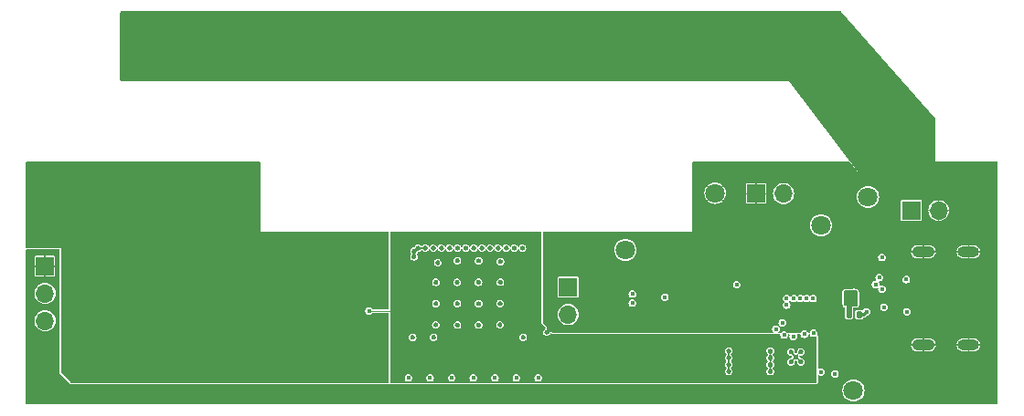
<source format=gbl>
%TF.GenerationSoftware,KiCad,Pcbnew,(7.0.0)*%
%TF.CreationDate,2023-02-26T18:38:48-08:00*%
%TF.ProjectId,esp32-c3-rgb,65737033-322d-4633-932d-7267622e6b69,rev?*%
%TF.SameCoordinates,Original*%
%TF.FileFunction,Copper,L4,Bot*%
%TF.FilePolarity,Positive*%
%FSLAX46Y46*%
G04 Gerber Fmt 4.6, Leading zero omitted, Abs format (unit mm)*
G04 Created by KiCad (PCBNEW (7.0.0)) date 2023-02-26 18:38:48*
%MOMM*%
%LPD*%
G01*
G04 APERTURE LIST*
G04 Aperture macros list*
%AMRoundRect*
0 Rectangle with rounded corners*
0 $1 Rounding radius*
0 $2 $3 $4 $5 $6 $7 $8 $9 X,Y pos of 4 corners*
0 Add a 4 corners polygon primitive as box body*
4,1,4,$2,$3,$4,$5,$6,$7,$8,$9,$2,$3,0*
0 Add four circle primitives for the rounded corners*
1,1,$1+$1,$2,$3*
1,1,$1+$1,$4,$5*
1,1,$1+$1,$6,$7*
1,1,$1+$1,$8,$9*
0 Add four rect primitives between the rounded corners*
20,1,$1+$1,$2,$3,$4,$5,0*
20,1,$1+$1,$4,$5,$6,$7,0*
20,1,$1+$1,$6,$7,$8,$9,0*
20,1,$1+$1,$8,$9,$2,$3,0*%
G04 Aperture macros list end*
%TA.AperFunction,ComponentPad*%
%ADD10C,1.800000*%
%TD*%
%TA.AperFunction,ComponentPad*%
%ADD11R,1.700000X1.700000*%
%TD*%
%TA.AperFunction,ComponentPad*%
%ADD12O,1.700000X1.700000*%
%TD*%
%TA.AperFunction,ComponentPad*%
%ADD13O,2.100000X1.050000*%
%TD*%
%TA.AperFunction,ComponentPad*%
%ADD14O,2.000000X1.000000*%
%TD*%
%TA.AperFunction,SMDPad,CuDef*%
%ADD15RoundRect,0.140000X-0.140000X-0.170000X0.140000X-0.170000X0.140000X0.170000X-0.140000X0.170000X0*%
%TD*%
%TA.AperFunction,ViaPad*%
%ADD16C,0.450000*%
%TD*%
%TA.AperFunction,Conductor*%
%ADD17C,0.090000*%
%TD*%
%TA.AperFunction,Conductor*%
%ADD18C,0.300000*%
%TD*%
G04 APERTURE END LIST*
D10*
%TO.P,TP5,1,1*%
%TO.N,+3V3*%
X89780000Y-118170000D03*
%TD*%
D11*
%TO.P,J2,1,Pin_1*%
%TO.N,GND*%
X36029999Y-119674999D03*
D12*
%TO.P,J2,2,Pin_2*%
%TO.N,/LED_DATA_5V*%
X36029999Y-122214999D03*
%TO.P,J2,3,Pin_3*%
%TO.N,VSYS*%
X36029999Y-124754999D03*
%TD*%
D10*
%TO.P,TP18,1,1*%
%TO.N,GND*%
X98090000Y-112900000D03*
%TD*%
D11*
%TO.P,J4,1,Pin_1*%
%TO.N,/AUX_USB_D+*%
X84469999Y-121629999D03*
D12*
%TO.P,J4,2,Pin_2*%
%TO.N,/AUX_USB_D-*%
X84469999Y-124169999D03*
%TD*%
%TO.P,TH1,2*%
%TO.N,GND*%
X118789999Y-114499999D03*
D11*
%TO.P,TH1,1*%
%TO.N,/TS*%
X116249999Y-114499999D03*
%TD*%
%TO.P,J3,1,Pin_1*%
%TO.N,GND*%
X101889999Y-112939999D03*
D12*
%TO.P,J3,2,Pin_2*%
%TO.N,/VAUX*%
X104429999Y-112939999D03*
%TD*%
D10*
%TO.P,TP1,1,1*%
%TO.N,/VSYS_CHG*%
X107900000Y-115890000D03*
%TD*%
%TO.P,TP4,1,1*%
%TO.N,VBAT*%
X112250000Y-113250000D03*
%TD*%
%TO.P,TP2,1,1*%
%TO.N,VBUS*%
X110900000Y-131210000D03*
%TD*%
D13*
%TO.P,J1,S1,SHELL_GND*%
%TO.N,GND*%
X117374999Y-126979999D03*
D14*
%TO.P,J1,S2,SHELL_GND*%
X121554999Y-126979999D03*
%TO.P,J1,S3,SHELL_GND*%
X121554999Y-118339999D03*
D13*
%TO.P,J1,S4,SHELL_GND*%
X117374999Y-118339999D03*
%TD*%
D15*
%TO.P,C4,1*%
%TO.N,/SW*%
X110490000Y-124160000D03*
%TO.P,C4,2*%
%TO.N,/BTST*%
X111450000Y-124160000D03*
%TD*%
D16*
%TO.N,GND*%
X107900000Y-126700000D03*
X107900000Y-126200000D03*
X107900000Y-125700000D03*
X108200000Y-125300000D03*
X108700000Y-125400000D03*
X103200000Y-127550000D03*
X99350000Y-127550000D03*
X64300000Y-126900000D03*
X58000000Y-126900000D03*
X42300000Y-121500000D03*
X42300000Y-122300000D03*
X41100000Y-121500000D03*
X53500000Y-120000000D03*
X55500000Y-120000000D03*
X54500000Y-118500000D03*
X67500000Y-129500000D03*
X67500000Y-128500000D03*
X67500000Y-127000000D03*
X67500000Y-126000000D03*
X106030000Y-127620000D03*
X100366666Y-118000000D03*
X82500000Y-125800000D03*
X112960000Y-124900000D03*
X45000000Y-98000000D03*
X105560000Y-128100000D03*
X77250000Y-118000000D03*
X78210000Y-119250000D03*
X46000000Y-98000000D03*
X115600000Y-127800000D03*
X72750000Y-118000000D03*
X112130000Y-119190000D03*
X80250000Y-118000000D03*
X74250000Y-118000000D03*
X114820000Y-119360000D03*
X44000000Y-101000000D03*
X98840000Y-120120000D03*
X115210000Y-118030000D03*
X72230000Y-123150000D03*
X74210000Y-125130000D03*
X78190000Y-121160000D03*
X113000000Y-111000000D03*
X109250000Y-117036667D03*
X105120000Y-127640000D03*
X44000000Y-97000000D03*
X99350000Y-129450000D03*
X108300000Y-127000000D03*
X71250000Y-118000000D03*
X70200000Y-118800000D03*
X114000000Y-110500000D03*
X44000000Y-98000000D03*
X112500000Y-110500000D03*
X99350000Y-128183333D03*
X101633333Y-118000000D03*
X112500000Y-111000000D03*
X121700000Y-128500000D03*
X66030000Y-124810000D03*
X78750000Y-118000000D03*
X44000000Y-100000000D03*
X72010000Y-126270000D03*
X111500000Y-117036667D03*
X111530000Y-119180000D03*
X73500000Y-118000000D03*
X74210000Y-119160000D03*
X102266666Y-118000000D03*
X112000000Y-110500000D03*
X98850000Y-121120000D03*
X114840000Y-124880000D03*
X103200000Y-128816666D03*
X108236667Y-117670000D03*
X99350000Y-128816666D03*
X95430000Y-120170000D03*
X108700000Y-124900000D03*
X109250000Y-115770000D03*
X75000000Y-118000000D03*
X111500000Y-117670000D03*
X111500000Y-115770000D03*
X45000000Y-99000000D03*
X116600000Y-129900000D03*
X72410000Y-119360000D03*
X45000000Y-100000000D03*
X106336667Y-117670000D03*
X94950000Y-120170000D03*
X109560000Y-122640000D03*
X74200000Y-121170000D03*
X112000000Y-111000000D03*
X76500000Y-118000000D03*
X103200000Y-128183333D03*
X45000000Y-101000000D03*
X111500000Y-116403334D03*
X109600000Y-128800000D03*
X75750000Y-118000000D03*
X94950000Y-119690000D03*
X94470000Y-120170000D03*
X78170000Y-125120000D03*
X46000000Y-100000000D03*
X46000000Y-101000000D03*
X113710000Y-122500000D03*
X44000000Y-102000000D03*
X99350000Y-124700000D03*
X105120000Y-128560000D03*
X46000000Y-102000000D03*
X78000000Y-118000000D03*
X113500000Y-110500000D03*
X66000000Y-119750000D03*
X106970000Y-117670000D03*
X101000000Y-118000000D03*
X117700000Y-128900000D03*
X76190000Y-123150000D03*
X70080000Y-126290000D03*
X46000000Y-99000000D03*
X66000000Y-117400000D03*
X109250000Y-117670000D03*
X66000000Y-120750000D03*
X109250000Y-116403334D03*
X103210000Y-123960000D03*
X113500000Y-111000000D03*
X98840000Y-121660000D03*
X103200000Y-129450000D03*
X106030000Y-128550000D03*
X114000000Y-111000000D03*
X72000000Y-118000000D03*
X66000000Y-118750000D03*
X72220000Y-125120000D03*
X70600000Y-118000000D03*
X45000000Y-97000000D03*
X76190000Y-119180000D03*
X66030000Y-122700000D03*
X76190000Y-125130000D03*
X46000000Y-97000000D03*
X114500000Y-111000000D03*
X79500000Y-118000000D03*
X107603333Y-117670000D03*
X45000000Y-102000000D03*
X98840000Y-120610000D03*
X78180000Y-123140000D03*
X72240000Y-121180000D03*
X70200000Y-118300000D03*
X94230000Y-122810000D03*
X113000000Y-110500000D03*
X80310000Y-126290000D03*
X44000000Y-99000000D03*
X76180000Y-121170000D03*
X103210000Y-123326667D03*
X94770000Y-122800000D03*
X114500000Y-110500000D03*
X74210000Y-123150000D03*
%TO.N,+3V3*%
X107020000Y-126870000D03*
X91300000Y-129200000D03*
X93100000Y-129200000D03*
X92500000Y-128600000D03*
X70250000Y-120500000D03*
X73680000Y-129240000D03*
X77680000Y-129240000D03*
X105609998Y-129930500D03*
X70250000Y-120000000D03*
X91900000Y-128600000D03*
X93100000Y-128600000D03*
X79680000Y-129240000D03*
X92500000Y-129200000D03*
X71690000Y-129240000D03*
X70250000Y-119500000D03*
X91900000Y-129200000D03*
X66040000Y-123840000D03*
X91300000Y-128600000D03*
X75680000Y-129240000D03*
%TO.N,/REGN*%
X113730000Y-123490000D03*
X113530000Y-118870000D03*
%TO.N,/CC2*%
X109190000Y-129670000D03*
X115780000Y-120920000D03*
%TO.N,/CC1*%
X107890000Y-129500000D03*
X115850000Y-123910000D03*
%TO.N,/USB_D-*%
X112940000Y-121370000D03*
X90430000Y-123110000D03*
%TO.N,/USB_D+*%
X90420000Y-122260000D03*
X113280000Y-120740500D03*
%TO.N,/PD_INT_N*%
X106360000Y-125990000D03*
X79690000Y-130040000D03*
%TO.N,/SDA*%
X75700000Y-130040000D03*
X104480000Y-126060000D03*
%TO.N,/SCL*%
X77700000Y-130040000D03*
X105320000Y-126186001D03*
%TO.N,/CHG_INT_N*%
X73700000Y-130040000D03*
X103710000Y-125520000D03*
%TO.N,/CHG_STAT*%
X71700000Y-130040000D03*
X104310000Y-124934050D03*
%TO.N,/CHG_PG_N*%
X113540000Y-121810000D03*
X69700000Y-130040000D03*
%TO.N,/CHG_CE_N*%
X107200000Y-125900000D03*
X81710000Y-130040000D03*
%TO.N,VSYS*%
X93430000Y-122560000D03*
X100100000Y-121400000D03*
%TO.N,/SW*%
X105970000Y-122680000D03*
X104720000Y-122680000D03*
X106550000Y-122680000D03*
X105360000Y-122680000D03*
X107150000Y-122680000D03*
X110970000Y-123030000D03*
X104720000Y-123290000D03*
X110950000Y-122110000D03*
X110530000Y-122310000D03*
X110270000Y-122720000D03*
X110920000Y-122570000D03*
%TO.N,/BTST*%
X112120000Y-123920000D03*
%TD*%
D17*
%TO.N,+3V3*%
X66040000Y-123840000D02*
X66050000Y-123830000D01*
X66050000Y-123830000D02*
X68360000Y-123830000D01*
X68360000Y-123830000D02*
X68440000Y-123750000D01*
D18*
%TO.N,/BTST*%
X111450000Y-124160000D02*
X111880000Y-124160000D01*
X111880000Y-124160000D02*
X112120000Y-123920000D01*
%TD*%
%TA.AperFunction,Conductor*%
%TO.N,GND*%
G36*
X111500000Y-111250000D02*
G01*
X113750000Y-112500000D01*
X118500000Y-112500000D01*
X118500000Y-110000000D01*
X118509747Y-110000000D01*
X124215500Y-110000000D01*
X124250148Y-110014352D01*
X124264500Y-110049000D01*
X124264500Y-132465500D01*
X124250148Y-132500148D01*
X124215500Y-132514500D01*
X99000000Y-132514500D01*
X99000000Y-131210000D01*
X109867528Y-131210000D01*
X109887367Y-131411425D01*
X109888062Y-131413718D01*
X109888064Y-131413725D01*
X109945419Y-131602800D01*
X109946120Y-131605110D01*
X110041531Y-131783611D01*
X110169932Y-131940068D01*
X110326389Y-132068469D01*
X110504890Y-132163880D01*
X110698575Y-132222633D01*
X110900000Y-132242472D01*
X111101425Y-132222633D01*
X111295110Y-132163880D01*
X111473611Y-132068469D01*
X111630068Y-131940068D01*
X111758469Y-131783611D01*
X111853880Y-131605110D01*
X111912633Y-131411425D01*
X111932472Y-131210000D01*
X111912633Y-131008575D01*
X111853880Y-130814890D01*
X111758469Y-130636389D01*
X111755277Y-130632500D01*
X111631592Y-130481789D01*
X111630068Y-130479932D01*
X111597683Y-130453354D01*
X111475471Y-130353057D01*
X111475467Y-130353054D01*
X111473611Y-130351531D01*
X111295110Y-130256120D01*
X111292802Y-130255420D01*
X111292800Y-130255419D01*
X111103725Y-130198064D01*
X111103718Y-130198062D01*
X111101425Y-130197367D01*
X111099035Y-130197131D01*
X111099032Y-130197131D01*
X110902396Y-130177764D01*
X110900000Y-130177528D01*
X110897604Y-130177764D01*
X110700967Y-130197131D01*
X110700962Y-130197131D01*
X110698575Y-130197367D01*
X110696283Y-130198062D01*
X110696274Y-130198064D01*
X110507199Y-130255419D01*
X110507193Y-130255421D01*
X110504890Y-130256120D01*
X110502764Y-130257256D01*
X110502760Y-130257258D01*
X110328514Y-130350395D01*
X110326389Y-130351531D01*
X110324536Y-130353051D01*
X110324528Y-130353057D01*
X110171789Y-130478407D01*
X110171783Y-130478412D01*
X110169932Y-130479932D01*
X110168412Y-130481783D01*
X110168407Y-130481789D01*
X110043057Y-130634528D01*
X110043051Y-130634536D01*
X110041531Y-130636389D01*
X110040395Y-130638512D01*
X110040395Y-130638514D01*
X109947258Y-130812760D01*
X109947256Y-130812764D01*
X109946120Y-130814890D01*
X109945421Y-130817193D01*
X109945419Y-130817199D01*
X109888064Y-131006274D01*
X109888062Y-131006283D01*
X109887367Y-131008575D01*
X109867528Y-131210000D01*
X99000000Y-131210000D01*
X99000000Y-130632500D01*
X107448597Y-130632500D01*
X107451000Y-130632500D01*
X107501707Y-130622414D01*
X107536355Y-130608062D01*
X107579340Y-130579340D01*
X107608062Y-130536355D01*
X107622414Y-130501707D01*
X107632500Y-130451000D01*
X107632500Y-129844377D01*
X107643420Y-129813540D01*
X107671312Y-129796448D01*
X107703744Y-129800717D01*
X107779714Y-129839426D01*
X107890000Y-129856894D01*
X108000286Y-129839426D01*
X108099777Y-129788733D01*
X108178733Y-129709777D01*
X108199000Y-129670000D01*
X108833106Y-129670000D01*
X108833709Y-129673807D01*
X108849970Y-129776477D01*
X108849971Y-129776481D01*
X108850574Y-129780286D01*
X108852324Y-129783721D01*
X108852325Y-129783723D01*
X108867518Y-129813540D01*
X108901267Y-129879777D01*
X108980223Y-129958733D01*
X109079714Y-130009426D01*
X109190000Y-130026894D01*
X109300286Y-130009426D01*
X109399777Y-129958733D01*
X109478733Y-129879777D01*
X109529426Y-129780286D01*
X109546894Y-129670000D01*
X109529426Y-129559714D01*
X109478733Y-129460223D01*
X109399777Y-129381267D01*
X109300286Y-129330574D01*
X109296481Y-129329971D01*
X109296477Y-129329970D01*
X109193807Y-129313709D01*
X109190000Y-129313106D01*
X109186193Y-129313709D01*
X109083522Y-129329970D01*
X109083516Y-129329971D01*
X109079714Y-129330574D01*
X109076280Y-129332323D01*
X109076276Y-129332325D01*
X108983661Y-129379515D01*
X108983659Y-129379515D01*
X108980223Y-129381267D01*
X108977498Y-129383991D01*
X108977495Y-129383994D01*
X108903994Y-129457495D01*
X108903991Y-129457498D01*
X108901267Y-129460223D01*
X108899515Y-129463659D01*
X108899515Y-129463661D01*
X108852325Y-129556276D01*
X108852323Y-129556280D01*
X108850574Y-129559714D01*
X108849971Y-129563516D01*
X108849970Y-129563522D01*
X108839409Y-129630203D01*
X108833106Y-129670000D01*
X108199000Y-129670000D01*
X108229426Y-129610286D01*
X108246894Y-129500000D01*
X108229426Y-129389714D01*
X108178733Y-129290223D01*
X108099777Y-129211267D01*
X108000286Y-129160574D01*
X107996481Y-129159971D01*
X107996477Y-129159970D01*
X107893807Y-129143709D01*
X107890000Y-129143106D01*
X107886193Y-129143709D01*
X107783522Y-129159970D01*
X107783516Y-129159971D01*
X107779714Y-129160574D01*
X107776280Y-129162323D01*
X107776276Y-129162325D01*
X107703745Y-129199282D01*
X107671312Y-129203552D01*
X107643420Y-129186460D01*
X107632500Y-129155623D01*
X107632500Y-127036698D01*
X116227331Y-127036698D01*
X116230997Y-127094969D01*
X116232142Y-127100971D01*
X116279035Y-127245293D01*
X116281642Y-127250832D01*
X116362950Y-127378954D01*
X116366845Y-127383662D01*
X116477469Y-127487545D01*
X116482416Y-127491138D01*
X116615395Y-127564245D01*
X116621075Y-127566494D01*
X116768059Y-127604233D01*
X116774128Y-127605000D01*
X117315253Y-127605000D01*
X117322145Y-127602145D01*
X117325000Y-127595253D01*
X117425000Y-127595253D01*
X117427854Y-127602145D01*
X117434747Y-127605000D01*
X117937786Y-127605000D01*
X117940832Y-127604808D01*
X118053611Y-127590560D01*
X118059530Y-127589040D01*
X118200621Y-127533179D01*
X118205983Y-127530231D01*
X118328748Y-127441037D01*
X118333206Y-127436851D01*
X118429934Y-127319927D01*
X118433210Y-127314765D01*
X118497823Y-127177455D01*
X118499710Y-127171646D01*
X118525375Y-127037109D01*
X118525357Y-127036936D01*
X120457319Y-127036936D01*
X120470024Y-127133446D01*
X120471673Y-127139599D01*
X120529671Y-127279619D01*
X120532857Y-127285137D01*
X120625119Y-127405376D01*
X120629623Y-127409880D01*
X120749862Y-127502142D01*
X120755380Y-127505328D01*
X120895400Y-127563326D01*
X120901553Y-127564975D01*
X121014092Y-127579791D01*
X121017277Y-127580000D01*
X121495253Y-127580000D01*
X121502145Y-127577145D01*
X121505000Y-127570253D01*
X121605000Y-127570253D01*
X121607854Y-127577145D01*
X121614747Y-127580000D01*
X122092723Y-127580000D01*
X122095907Y-127579791D01*
X122208446Y-127564975D01*
X122214599Y-127563326D01*
X122354619Y-127505328D01*
X122360137Y-127502142D01*
X122480376Y-127409880D01*
X122484880Y-127405376D01*
X122577143Y-127285138D01*
X122580328Y-127279620D01*
X122638326Y-127139599D01*
X122639975Y-127133446D01*
X122652680Y-127036936D01*
X122651848Y-127031529D01*
X122646600Y-127030000D01*
X121614747Y-127030000D01*
X121607854Y-127032854D01*
X121605000Y-127039747D01*
X121605000Y-127570253D01*
X121505000Y-127570253D01*
X121505000Y-127039747D01*
X121502145Y-127032854D01*
X121495253Y-127030000D01*
X120463400Y-127030000D01*
X120458151Y-127031529D01*
X120457319Y-127036936D01*
X118525357Y-127036936D01*
X118524796Y-127031600D01*
X118519495Y-127030000D01*
X117434747Y-127030000D01*
X117427854Y-127032854D01*
X117425000Y-127039747D01*
X117425000Y-127595253D01*
X117325000Y-127595253D01*
X117325000Y-127039747D01*
X117322145Y-127032854D01*
X117315253Y-127030000D01*
X116233622Y-127030000D01*
X116228448Y-127031444D01*
X116227331Y-127036698D01*
X107632500Y-127036698D01*
X107632500Y-126922890D01*
X116224624Y-126922890D01*
X116225203Y-126928399D01*
X116230505Y-126930000D01*
X117315253Y-126930000D01*
X117322145Y-126927145D01*
X117325000Y-126920253D01*
X117425000Y-126920253D01*
X117427854Y-126927145D01*
X117434747Y-126930000D01*
X118516378Y-126930000D01*
X118521551Y-126928555D01*
X118522668Y-126923301D01*
X118522653Y-126923063D01*
X120457319Y-126923063D01*
X120458151Y-126928470D01*
X120463400Y-126930000D01*
X121495253Y-126930000D01*
X121502145Y-126927145D01*
X121505000Y-126920253D01*
X121605000Y-126920253D01*
X121607854Y-126927145D01*
X121614747Y-126930000D01*
X122646600Y-126930000D01*
X122651848Y-126928470D01*
X122652680Y-126923063D01*
X122639975Y-126826553D01*
X122638326Y-126820400D01*
X122580328Y-126680380D01*
X122577142Y-126674862D01*
X122484880Y-126554623D01*
X122480376Y-126550119D01*
X122360137Y-126457857D01*
X122354619Y-126454671D01*
X122214599Y-126396673D01*
X122208446Y-126395024D01*
X122095907Y-126380208D01*
X122092723Y-126380000D01*
X121614747Y-126380000D01*
X121607854Y-126382854D01*
X121605000Y-126389747D01*
X121605000Y-126920253D01*
X121505000Y-126920253D01*
X121505000Y-126389747D01*
X121502145Y-126382854D01*
X121495253Y-126380000D01*
X121017277Y-126380000D01*
X121014092Y-126380208D01*
X120901553Y-126395024D01*
X120895400Y-126396673D01*
X120755380Y-126454671D01*
X120749862Y-126457857D01*
X120629623Y-126550119D01*
X120625119Y-126554623D01*
X120532856Y-126674861D01*
X120529671Y-126680379D01*
X120471673Y-126820400D01*
X120470024Y-126826553D01*
X120457319Y-126923063D01*
X118522653Y-126923063D01*
X118519002Y-126865030D01*
X118517857Y-126859028D01*
X118470964Y-126714706D01*
X118468357Y-126709167D01*
X118387049Y-126581045D01*
X118383154Y-126576337D01*
X118272530Y-126472454D01*
X118267583Y-126468861D01*
X118134604Y-126395754D01*
X118128924Y-126393505D01*
X117981940Y-126355766D01*
X117975872Y-126355000D01*
X117434747Y-126355000D01*
X117427854Y-126357854D01*
X117425000Y-126364747D01*
X117425000Y-126920253D01*
X117325000Y-126920253D01*
X117325000Y-126364747D01*
X117322145Y-126357854D01*
X117315253Y-126355000D01*
X116812214Y-126355000D01*
X116809167Y-126355191D01*
X116696388Y-126369439D01*
X116690469Y-126370959D01*
X116549378Y-126426820D01*
X116544016Y-126429768D01*
X116421251Y-126518962D01*
X116416793Y-126523148D01*
X116320065Y-126640072D01*
X116316789Y-126645234D01*
X116252176Y-126782544D01*
X116250289Y-126788353D01*
X116224624Y-126922890D01*
X107632500Y-126922890D01*
X107632500Y-126219209D01*
X107632500Y-126216806D01*
X107622414Y-126166099D01*
X107608062Y-126131451D01*
X107593592Y-126109796D01*
X107582020Y-126092477D01*
X107579340Y-126088466D01*
X107575328Y-126085785D01*
X107575327Y-126085784D01*
X107555993Y-126072865D01*
X107536921Y-126048176D01*
X107536616Y-126016979D01*
X107537672Y-126013727D01*
X107539426Y-126010286D01*
X107556894Y-125900000D01*
X107539426Y-125789714D01*
X107488733Y-125690223D01*
X107409777Y-125611267D01*
X107356647Y-125584196D01*
X107313723Y-125562325D01*
X107313721Y-125562324D01*
X107310286Y-125560574D01*
X107306481Y-125559971D01*
X107306477Y-125559970D01*
X107203807Y-125543709D01*
X107200000Y-125543106D01*
X107196193Y-125543709D01*
X107093522Y-125559970D01*
X107093516Y-125559971D01*
X107089714Y-125560574D01*
X107086280Y-125562323D01*
X107086276Y-125562325D01*
X106993661Y-125609515D01*
X106993659Y-125609515D01*
X106990223Y-125611267D01*
X106987498Y-125613991D01*
X106987495Y-125613994D01*
X106913994Y-125687495D01*
X106913991Y-125687498D01*
X106911267Y-125690223D01*
X106909515Y-125693659D01*
X106909515Y-125693661D01*
X106865410Y-125780223D01*
X106860574Y-125789714D01*
X106859971Y-125793518D01*
X106859970Y-125793523D01*
X106854800Y-125826166D01*
X106838226Y-125855760D01*
X106806403Y-125867500D01*
X106757160Y-125867500D01*
X106755027Y-125867880D01*
X106755025Y-125867881D01*
X106734310Y-125871580D01*
X106703881Y-125867218D01*
X106682038Y-125845588D01*
X106673948Y-125829710D01*
X106648733Y-125780223D01*
X106569777Y-125701267D01*
X106506600Y-125669077D01*
X106473723Y-125652325D01*
X106473721Y-125652324D01*
X106470286Y-125650574D01*
X106466481Y-125649971D01*
X106466477Y-125649970D01*
X106363807Y-125633709D01*
X106360000Y-125633106D01*
X106356193Y-125633709D01*
X106253522Y-125649970D01*
X106253516Y-125649971D01*
X106249714Y-125650574D01*
X106246280Y-125652323D01*
X106246276Y-125652325D01*
X106153661Y-125699515D01*
X106153659Y-125699515D01*
X106150223Y-125701267D01*
X106147498Y-125703991D01*
X106147495Y-125703994D01*
X106073994Y-125777495D01*
X106073991Y-125777498D01*
X106071267Y-125780223D01*
X106069516Y-125783657D01*
X106069516Y-125783659D01*
X106037961Y-125845589D01*
X106016118Y-125867219D01*
X105985689Y-125871580D01*
X105964974Y-125867881D01*
X105964973Y-125867880D01*
X105962840Y-125867500D01*
X105700808Y-125867500D01*
X105698750Y-125867853D01*
X105698745Y-125867854D01*
X105658632Y-125874746D01*
X105658620Y-125874749D01*
X105656578Y-125875100D01*
X105654624Y-125875791D01*
X105654612Y-125875795D01*
X105627712Y-125885321D01*
X105627701Y-125885325D01*
X105625741Y-125886020D01*
X105623927Y-125887035D01*
X105623920Y-125887039D01*
X105589378Y-125906384D01*
X105558722Y-125912169D01*
X105536466Y-125901102D01*
X105535624Y-125902262D01*
X105532505Y-125899996D01*
X105529777Y-125897268D01*
X105470800Y-125867218D01*
X105433723Y-125848326D01*
X105433721Y-125848325D01*
X105430286Y-125846575D01*
X105426481Y-125845972D01*
X105426477Y-125845971D01*
X105323807Y-125829710D01*
X105320000Y-125829107D01*
X105316193Y-125829710D01*
X105213522Y-125845971D01*
X105213516Y-125845972D01*
X105209714Y-125846575D01*
X105206280Y-125848324D01*
X105206276Y-125848326D01*
X105113662Y-125895515D01*
X105113658Y-125895517D01*
X105110223Y-125897268D01*
X105107496Y-125899994D01*
X105104374Y-125902263D01*
X105103534Y-125901107D01*
X105081263Y-125912171D01*
X105050619Y-125906383D01*
X105031215Y-125895516D01*
X105016083Y-125887041D01*
X105016078Y-125887038D01*
X105014259Y-125886020D01*
X105012293Y-125885324D01*
X105012287Y-125885321D01*
X104985387Y-125875795D01*
X104985377Y-125875792D01*
X104983422Y-125875100D01*
X104981377Y-125874748D01*
X104981367Y-125874746D01*
X104941254Y-125867854D01*
X104941250Y-125867853D01*
X104939192Y-125867500D01*
X104884763Y-125867500D01*
X104883031Y-125867751D01*
X104883019Y-125867752D01*
X104848875Y-125872703D01*
X104848862Y-125872705D01*
X104847130Y-125872957D01*
X104845446Y-125873455D01*
X104845445Y-125873456D01*
X104828151Y-125878579D01*
X104794890Y-125876616D01*
X104773292Y-125856384D01*
X104772750Y-125856779D01*
X104770696Y-125853953D01*
X104770575Y-125853839D01*
X104768733Y-125850223D01*
X104689777Y-125771267D01*
X104626116Y-125738830D01*
X104593723Y-125722325D01*
X104593721Y-125722324D01*
X104590286Y-125720574D01*
X104586481Y-125719971D01*
X104586477Y-125719970D01*
X104483807Y-125703709D01*
X104480000Y-125703106D01*
X104476193Y-125703709D01*
X104373522Y-125719970D01*
X104373516Y-125719971D01*
X104369714Y-125720574D01*
X104366280Y-125722323D01*
X104366276Y-125722325D01*
X104273661Y-125769515D01*
X104273659Y-125769515D01*
X104270223Y-125771267D01*
X104267498Y-125773991D01*
X104267495Y-125773994D01*
X104193993Y-125847496D01*
X104193990Y-125847499D01*
X104191267Y-125850223D01*
X104189519Y-125853653D01*
X104189512Y-125853663D01*
X104189417Y-125853851D01*
X104189290Y-125853969D01*
X104187249Y-125856779D01*
X104186708Y-125856386D01*
X104165100Y-125876619D01*
X104131846Y-125878578D01*
X104114563Y-125873458D01*
X104114556Y-125873456D01*
X104112870Y-125872957D01*
X104111135Y-125872705D01*
X104111124Y-125872703D01*
X104076980Y-125867752D01*
X104076969Y-125867751D01*
X104075237Y-125867500D01*
X104073474Y-125867500D01*
X103979306Y-125867500D01*
X103944658Y-125853148D01*
X103930306Y-125818500D01*
X103944658Y-125783852D01*
X103962096Y-125766414D01*
X103998733Y-125729777D01*
X104049426Y-125630286D01*
X104066894Y-125520000D01*
X104049426Y-125409714D01*
X103998733Y-125310223D01*
X103919777Y-125231267D01*
X103868205Y-125204990D01*
X103823723Y-125182325D01*
X103823721Y-125182324D01*
X103820286Y-125180574D01*
X103816481Y-125179971D01*
X103816477Y-125179970D01*
X103713807Y-125163709D01*
X103710000Y-125163106D01*
X103706193Y-125163709D01*
X103603522Y-125179970D01*
X103603516Y-125179971D01*
X103599714Y-125180574D01*
X103596280Y-125182323D01*
X103596276Y-125182325D01*
X103503661Y-125229515D01*
X103503659Y-125229515D01*
X103500223Y-125231267D01*
X103497498Y-125233991D01*
X103497495Y-125233994D01*
X103423994Y-125307495D01*
X103423991Y-125307498D01*
X103421267Y-125310223D01*
X103419515Y-125313659D01*
X103419515Y-125313661D01*
X103372325Y-125406276D01*
X103372323Y-125406280D01*
X103370574Y-125409714D01*
X103369971Y-125413516D01*
X103369970Y-125413522D01*
X103361865Y-125464698D01*
X103353106Y-125520000D01*
X103353709Y-125523807D01*
X103369970Y-125626477D01*
X103369971Y-125626481D01*
X103370574Y-125630286D01*
X103421267Y-125729777D01*
X103423994Y-125732504D01*
X103475342Y-125783852D01*
X103489694Y-125818500D01*
X103475342Y-125853148D01*
X103440694Y-125867500D01*
X83075180Y-125867500D01*
X83040532Y-125853148D01*
X83006087Y-125818703D01*
X83006086Y-125818702D01*
X83004724Y-125817340D01*
X83003168Y-125816209D01*
X83003164Y-125816206D01*
X82972745Y-125794106D01*
X82971187Y-125792974D01*
X82952906Y-125783659D01*
X82945918Y-125780098D01*
X82945914Y-125780096D01*
X82944204Y-125779225D01*
X82942383Y-125778633D01*
X82942375Y-125778630D01*
X82908443Y-125767605D01*
X82908440Y-125767604D01*
X82904776Y-125766414D01*
X82900919Y-125766414D01*
X82865242Y-125766414D01*
X82865229Y-125766414D01*
X82863319Y-125766415D01*
X82861428Y-125766714D01*
X82861422Y-125766715D01*
X82835306Y-125770852D01*
X82835301Y-125770853D01*
X82833408Y-125771153D01*
X82831584Y-125771745D01*
X82831578Y-125771747D01*
X82797653Y-125782770D01*
X82797651Y-125782770D01*
X82793985Y-125783962D01*
X82790864Y-125786229D01*
X82790863Y-125786230D01*
X82762009Y-125807193D01*
X82762004Y-125807197D01*
X82760449Y-125808327D01*
X82759090Y-125809685D01*
X82759084Y-125809691D01*
X82740403Y-125828371D01*
X82740396Y-125828378D01*
X82739039Y-125829736D01*
X82737909Y-125831290D01*
X82737904Y-125831297D01*
X82715804Y-125861714D01*
X82715800Y-125861719D01*
X82714669Y-125863277D01*
X82713793Y-125864994D01*
X82713793Y-125864996D01*
X82683723Y-125924010D01*
X82674712Y-125936412D01*
X82636409Y-125974715D01*
X82624006Y-125983727D01*
X82575748Y-126008315D01*
X82561168Y-126013052D01*
X82507664Y-126021526D01*
X82492334Y-126021526D01*
X82438830Y-126013052D01*
X82424251Y-126008315D01*
X82375988Y-125983724D01*
X82363589Y-125974715D01*
X82325283Y-125936409D01*
X82316274Y-125924010D01*
X82291681Y-125875743D01*
X82286946Y-125861168D01*
X82286089Y-125855760D01*
X82278472Y-125807664D01*
X82278472Y-125792334D01*
X82278887Y-125789714D01*
X82286946Y-125738828D01*
X82291680Y-125724257D01*
X82316276Y-125675984D01*
X82325280Y-125663592D01*
X82363592Y-125625280D01*
X82375984Y-125616276D01*
X82436719Y-125585331D01*
X82470254Y-125560967D01*
X82491667Y-125539555D01*
X82516035Y-125506017D01*
X82528846Y-125466591D01*
X82533584Y-125436680D01*
X82533585Y-125395223D01*
X82520774Y-125355795D01*
X82507025Y-125328812D01*
X82486599Y-125300698D01*
X82483792Y-125296834D01*
X82483789Y-125296831D01*
X82482659Y-125295275D01*
X82146852Y-124959468D01*
X82132500Y-124924820D01*
X82132500Y-124170000D01*
X83487770Y-124170000D01*
X83495420Y-124247674D01*
X83504769Y-124342604D01*
X83506643Y-124361624D01*
X83507338Y-124363917D01*
X83507340Y-124363924D01*
X83554336Y-124518845D01*
X83562538Y-124545883D01*
X83563676Y-124548012D01*
X83615686Y-124645317D01*
X83653306Y-124715698D01*
X83654833Y-124717559D01*
X83654834Y-124717560D01*
X83739172Y-124820326D01*
X83775459Y-124864541D01*
X83924302Y-124986694D01*
X84094117Y-125077462D01*
X84278376Y-125133357D01*
X84470000Y-125152230D01*
X84661624Y-125133357D01*
X84845883Y-125077462D01*
X85015698Y-124986694D01*
X85079845Y-124934050D01*
X103953106Y-124934050D01*
X103953709Y-124937857D01*
X103969970Y-125040527D01*
X103969971Y-125040531D01*
X103970574Y-125044336D01*
X103972324Y-125047771D01*
X103972325Y-125047773D01*
X103975625Y-125054250D01*
X104021267Y-125143827D01*
X104100223Y-125222783D01*
X104199714Y-125273476D01*
X104310000Y-125290944D01*
X104420286Y-125273476D01*
X104519777Y-125222783D01*
X104598733Y-125143827D01*
X104649426Y-125044336D01*
X104666894Y-124934050D01*
X104649426Y-124823764D01*
X104598733Y-124724273D01*
X104519777Y-124645317D01*
X104468205Y-124619040D01*
X104423723Y-124596375D01*
X104423721Y-124596374D01*
X104420286Y-124594624D01*
X104416481Y-124594021D01*
X104416477Y-124594020D01*
X104313807Y-124577759D01*
X104310000Y-124577156D01*
X104306193Y-124577759D01*
X104203522Y-124594020D01*
X104203516Y-124594021D01*
X104199714Y-124594624D01*
X104196280Y-124596373D01*
X104196276Y-124596375D01*
X104103661Y-124643565D01*
X104103659Y-124643565D01*
X104100223Y-124645317D01*
X104097498Y-124648041D01*
X104097495Y-124648044D01*
X104023994Y-124721545D01*
X104023991Y-124721548D01*
X104021267Y-124724273D01*
X104019515Y-124727709D01*
X104019515Y-124727711D01*
X103972325Y-124820326D01*
X103972323Y-124820330D01*
X103970574Y-124823764D01*
X103969971Y-124827566D01*
X103969970Y-124827572D01*
X103957157Y-124908472D01*
X103953106Y-124934050D01*
X85079845Y-124934050D01*
X85164541Y-124864541D01*
X85286694Y-124715698D01*
X85377462Y-124545883D01*
X85433357Y-124361624D01*
X85452230Y-124170000D01*
X85433357Y-123978376D01*
X85377462Y-123794117D01*
X85286694Y-123624302D01*
X85164541Y-123475459D01*
X85120745Y-123439516D01*
X85017560Y-123354834D01*
X85017559Y-123354833D01*
X85015698Y-123353306D01*
X85012953Y-123351839D01*
X84848012Y-123263676D01*
X84845883Y-123262538D01*
X84843575Y-123261837D01*
X84843573Y-123261837D01*
X84663924Y-123207340D01*
X84663917Y-123207338D01*
X84661624Y-123206643D01*
X84659234Y-123206407D01*
X84659231Y-123206407D01*
X84472396Y-123188006D01*
X84470000Y-123187770D01*
X84467604Y-123188006D01*
X84280768Y-123206407D01*
X84280763Y-123206407D01*
X84278376Y-123206643D01*
X84276084Y-123207338D01*
X84276075Y-123207340D01*
X84096426Y-123261837D01*
X84096420Y-123261839D01*
X84094117Y-123262538D01*
X84091991Y-123263674D01*
X84091987Y-123263676D01*
X83926426Y-123352170D01*
X83926420Y-123352173D01*
X83924302Y-123353306D01*
X83922445Y-123354829D01*
X83922439Y-123354834D01*
X83777321Y-123473930D01*
X83777316Y-123473934D01*
X83775459Y-123475459D01*
X83773934Y-123477316D01*
X83773930Y-123477321D01*
X83654834Y-123622439D01*
X83654829Y-123622445D01*
X83653306Y-123624302D01*
X83652173Y-123626420D01*
X83652170Y-123626426D01*
X83563676Y-123791987D01*
X83563674Y-123791991D01*
X83562538Y-123794117D01*
X83561839Y-123796420D01*
X83561837Y-123796426D01*
X83507340Y-123976075D01*
X83507338Y-123976084D01*
X83506643Y-123978376D01*
X83506407Y-123980763D01*
X83506407Y-123980768D01*
X83491662Y-124130484D01*
X83487770Y-124170000D01*
X82132500Y-124170000D01*
X82132500Y-123110000D01*
X90073106Y-123110000D01*
X90073709Y-123113807D01*
X90089970Y-123216477D01*
X90089971Y-123216481D01*
X90090574Y-123220286D01*
X90141267Y-123319777D01*
X90220223Y-123398733D01*
X90319714Y-123449426D01*
X90430000Y-123466894D01*
X90540286Y-123449426D01*
X90639777Y-123398733D01*
X90718733Y-123319777D01*
X90733905Y-123290000D01*
X104363106Y-123290000D01*
X104363709Y-123293807D01*
X104379970Y-123396477D01*
X104379971Y-123396481D01*
X104380574Y-123400286D01*
X104382324Y-123403721D01*
X104382325Y-123403723D01*
X104400563Y-123439516D01*
X104431267Y-123499777D01*
X104510223Y-123578733D01*
X104609714Y-123629426D01*
X104720000Y-123646894D01*
X104830286Y-123629426D01*
X104929777Y-123578733D01*
X105008733Y-123499777D01*
X105059426Y-123400286D01*
X105076894Y-123290000D01*
X105059426Y-123179714D01*
X105008733Y-123080223D01*
X104948158Y-123019648D01*
X104933806Y-122985000D01*
X104948158Y-122950352D01*
X105005352Y-122893158D01*
X105040000Y-122878806D01*
X105074648Y-122893158D01*
X105150223Y-122968733D01*
X105249714Y-123019426D01*
X105360000Y-123036894D01*
X105470286Y-123019426D01*
X105569777Y-122968733D01*
X105630352Y-122908157D01*
X105665000Y-122893806D01*
X105699647Y-122908157D01*
X105760223Y-122968733D01*
X105859714Y-123019426D01*
X105970000Y-123036894D01*
X106080286Y-123019426D01*
X106179777Y-122968733D01*
X106225352Y-122923157D01*
X106260000Y-122908806D01*
X106294647Y-122923157D01*
X106340223Y-122968733D01*
X106439714Y-123019426D01*
X106550000Y-123036894D01*
X106660286Y-123019426D01*
X106759777Y-122968733D01*
X106815352Y-122913158D01*
X106850000Y-122898806D01*
X106884648Y-122913158D01*
X106940223Y-122968733D01*
X107039714Y-123019426D01*
X107150000Y-123036894D01*
X107260286Y-123019426D01*
X107359777Y-122968733D01*
X107438733Y-122889777D01*
X107489426Y-122790286D01*
X107506894Y-122680000D01*
X107489426Y-122569714D01*
X107438733Y-122470223D01*
X107359777Y-122391267D01*
X107285971Y-122353661D01*
X107263723Y-122342325D01*
X107263721Y-122342324D01*
X107260286Y-122340574D01*
X107256481Y-122339971D01*
X107256477Y-122339970D01*
X107153807Y-122323709D01*
X107150000Y-122323106D01*
X107146193Y-122323709D01*
X107043522Y-122339970D01*
X107043516Y-122339971D01*
X107039714Y-122340574D01*
X107036280Y-122342323D01*
X107036276Y-122342325D01*
X106943661Y-122389515D01*
X106943659Y-122389515D01*
X106940223Y-122391267D01*
X106937498Y-122393991D01*
X106937495Y-122393994D01*
X106884648Y-122446842D01*
X106850000Y-122461194D01*
X106815352Y-122446842D01*
X106762504Y-122393994D01*
X106759777Y-122391267D01*
X106685971Y-122353661D01*
X106663723Y-122342325D01*
X106663721Y-122342324D01*
X106660286Y-122340574D01*
X106656481Y-122339971D01*
X106656477Y-122339970D01*
X106553807Y-122323709D01*
X106550000Y-122323106D01*
X106546193Y-122323709D01*
X106443522Y-122339970D01*
X106443516Y-122339971D01*
X106439714Y-122340574D01*
X106436280Y-122342323D01*
X106436276Y-122342325D01*
X106343661Y-122389515D01*
X106343659Y-122389515D01*
X106340223Y-122391267D01*
X106337498Y-122393991D01*
X106337495Y-122393994D01*
X106294648Y-122436842D01*
X106260000Y-122451194D01*
X106225352Y-122436842D01*
X106182504Y-122393994D01*
X106179777Y-122391267D01*
X106105971Y-122353661D01*
X106083723Y-122342325D01*
X106083721Y-122342324D01*
X106080286Y-122340574D01*
X106076481Y-122339971D01*
X106076477Y-122339970D01*
X105973807Y-122323709D01*
X105970000Y-122323106D01*
X105966193Y-122323709D01*
X105863522Y-122339970D01*
X105863516Y-122339971D01*
X105859714Y-122340574D01*
X105856280Y-122342323D01*
X105856276Y-122342325D01*
X105763661Y-122389515D01*
X105763659Y-122389515D01*
X105760223Y-122391267D01*
X105757498Y-122393991D01*
X105757495Y-122393994D01*
X105699648Y-122451842D01*
X105665000Y-122466194D01*
X105630352Y-122451842D01*
X105572504Y-122393994D01*
X105569777Y-122391267D01*
X105495971Y-122353661D01*
X105473723Y-122342325D01*
X105473721Y-122342324D01*
X105470286Y-122340574D01*
X105466481Y-122339971D01*
X105466477Y-122339970D01*
X105363807Y-122323709D01*
X105360000Y-122323106D01*
X105356193Y-122323709D01*
X105253522Y-122339970D01*
X105253516Y-122339971D01*
X105249714Y-122340574D01*
X105246280Y-122342323D01*
X105246276Y-122342325D01*
X105153661Y-122389515D01*
X105153659Y-122389515D01*
X105150223Y-122391267D01*
X105147498Y-122393991D01*
X105147495Y-122393994D01*
X105074648Y-122466842D01*
X105040000Y-122481194D01*
X105005352Y-122466842D01*
X104932504Y-122393994D01*
X104929777Y-122391267D01*
X104855971Y-122353661D01*
X104833723Y-122342325D01*
X104833721Y-122342324D01*
X104830286Y-122340574D01*
X104826481Y-122339971D01*
X104826477Y-122339970D01*
X104723807Y-122323709D01*
X104720000Y-122323106D01*
X104716193Y-122323709D01*
X104613522Y-122339970D01*
X104613516Y-122339971D01*
X104609714Y-122340574D01*
X104606280Y-122342323D01*
X104606276Y-122342325D01*
X104513661Y-122389515D01*
X104513659Y-122389515D01*
X104510223Y-122391267D01*
X104507498Y-122393991D01*
X104507495Y-122393994D01*
X104433994Y-122467495D01*
X104433991Y-122467498D01*
X104431267Y-122470223D01*
X104429515Y-122473659D01*
X104429515Y-122473661D01*
X104382325Y-122566276D01*
X104382323Y-122566280D01*
X104380574Y-122569714D01*
X104379971Y-122573516D01*
X104379970Y-122573522D01*
X104373101Y-122616894D01*
X104363106Y-122680000D01*
X104363709Y-122683807D01*
X104379970Y-122786477D01*
X104379971Y-122786481D01*
X104380574Y-122790286D01*
X104382324Y-122793721D01*
X104382325Y-122793723D01*
X104397749Y-122823994D01*
X104431267Y-122889777D01*
X104433994Y-122892504D01*
X104491842Y-122950352D01*
X104506194Y-122985000D01*
X104491842Y-123019648D01*
X104433994Y-123077495D01*
X104433991Y-123077498D01*
X104431267Y-123080223D01*
X104429515Y-123083659D01*
X104429515Y-123083661D01*
X104382325Y-123176276D01*
X104382323Y-123176280D01*
X104380574Y-123179714D01*
X104379971Y-123183516D01*
X104379970Y-123183522D01*
X104367275Y-123263676D01*
X104363106Y-123290000D01*
X90733905Y-123290000D01*
X90769426Y-123220286D01*
X90786894Y-123110000D01*
X90769426Y-122999714D01*
X90718733Y-122900223D01*
X90639777Y-122821267D01*
X90540286Y-122770574D01*
X90536481Y-122769971D01*
X90536477Y-122769970D01*
X90433807Y-122753709D01*
X90430000Y-122753106D01*
X90426193Y-122753709D01*
X90323522Y-122769970D01*
X90323516Y-122769971D01*
X90319714Y-122770574D01*
X90316280Y-122772323D01*
X90316276Y-122772325D01*
X90223661Y-122819515D01*
X90223659Y-122819515D01*
X90220223Y-122821267D01*
X90217498Y-122823991D01*
X90217495Y-122823994D01*
X90143994Y-122897495D01*
X90143991Y-122897498D01*
X90141267Y-122900223D01*
X90139515Y-122903659D01*
X90139515Y-122903661D01*
X90092325Y-122996276D01*
X90092323Y-122996280D01*
X90090574Y-122999714D01*
X90089971Y-123003516D01*
X90089970Y-123003522D01*
X90078768Y-123074250D01*
X90073106Y-123110000D01*
X82132500Y-123110000D01*
X82132500Y-122492558D01*
X83492500Y-122492558D01*
X83492969Y-122494918D01*
X83492970Y-122494923D01*
X83498956Y-122525014D01*
X83499898Y-122529748D01*
X83502577Y-122533758D01*
X83502578Y-122533759D01*
X83522655Y-122563807D01*
X83528078Y-122571922D01*
X83570252Y-122600102D01*
X83607442Y-122607500D01*
X85330148Y-122607500D01*
X85332558Y-122607500D01*
X85369748Y-122600102D01*
X85411922Y-122571922D01*
X85440102Y-122529748D01*
X85447500Y-122492558D01*
X85447500Y-122260000D01*
X90063106Y-122260000D01*
X90063709Y-122263807D01*
X90079970Y-122366477D01*
X90079971Y-122366481D01*
X90080574Y-122370286D01*
X90082324Y-122373721D01*
X90082325Y-122373723D01*
X90091264Y-122391267D01*
X90131267Y-122469777D01*
X90210223Y-122548733D01*
X90309714Y-122599426D01*
X90420000Y-122616894D01*
X90530286Y-122599426D01*
X90607664Y-122560000D01*
X93073106Y-122560000D01*
X93073709Y-122563807D01*
X93089970Y-122666477D01*
X93089971Y-122666481D01*
X93090574Y-122670286D01*
X93092324Y-122673721D01*
X93092325Y-122673723D01*
X93097463Y-122683807D01*
X93141267Y-122769777D01*
X93220223Y-122848733D01*
X93319714Y-122899426D01*
X93430000Y-122916894D01*
X93540286Y-122899426D01*
X93639777Y-122848733D01*
X93718733Y-122769777D01*
X93769426Y-122670286D01*
X93786894Y-122560000D01*
X93769426Y-122449714D01*
X93718733Y-122350223D01*
X93639777Y-122271267D01*
X93597983Y-122249972D01*
X109877500Y-122249972D01*
X109877501Y-122250006D01*
X109877501Y-122250112D01*
X109877506Y-122251190D01*
X109877510Y-122251726D01*
X109877510Y-122251727D01*
X109886237Y-123255445D01*
X109886237Y-123255458D01*
X109886250Y-123256853D01*
X109886422Y-123258234D01*
X109886423Y-123258247D01*
X109889845Y-123285706D01*
X109889847Y-123285717D01*
X109890020Y-123287105D01*
X109890350Y-123288460D01*
X109890353Y-123288473D01*
X109900408Y-123329686D01*
X109903455Y-123342174D01*
X109904734Y-123344692D01*
X109904735Y-123344695D01*
X109929599Y-123393654D01*
X109930882Y-123396180D01*
X109932705Y-123398342D01*
X109932707Y-123398345D01*
X109934344Y-123400286D01*
X109967421Y-123439516D01*
X110016015Y-123475673D01*
X110068022Y-123498220D01*
X110070807Y-123498722D01*
X110072689Y-123499292D01*
X110097846Y-123516989D01*
X110107500Y-123546193D01*
X110107500Y-123856575D01*
X110101401Y-123876678D01*
X110102549Y-123877154D01*
X110100701Y-123881613D01*
X110098020Y-123885627D01*
X110097078Y-123890358D01*
X110097077Y-123890363D01*
X110082970Y-123961285D01*
X110082969Y-123961293D01*
X110082500Y-123963652D01*
X110082500Y-124356348D01*
X110082969Y-124358707D01*
X110082970Y-124358714D01*
X110097077Y-124429636D01*
X110097078Y-124429639D01*
X110098020Y-124434373D01*
X110100701Y-124438386D01*
X110100702Y-124438387D01*
X110154461Y-124518844D01*
X110157143Y-124522857D01*
X110245627Y-124581980D01*
X110323652Y-124597500D01*
X110653938Y-124597500D01*
X110656348Y-124597500D01*
X110734373Y-124581980D01*
X110822857Y-124522857D01*
X110881980Y-124434373D01*
X110897500Y-124356348D01*
X111042500Y-124356348D01*
X111042969Y-124358707D01*
X111042970Y-124358714D01*
X111057077Y-124429636D01*
X111057078Y-124429639D01*
X111058020Y-124434373D01*
X111060701Y-124438386D01*
X111060702Y-124438387D01*
X111114461Y-124518844D01*
X111117143Y-124522857D01*
X111205627Y-124581980D01*
X111283652Y-124597500D01*
X111613938Y-124597500D01*
X111616348Y-124597500D01*
X111694373Y-124581980D01*
X111782857Y-124522857D01*
X111824653Y-124460302D01*
X111841306Y-124444855D01*
X111863132Y-124438576D01*
X111883908Y-124437615D01*
X111885290Y-124437552D01*
X111887552Y-124437500D01*
X111903446Y-124437500D01*
X111905715Y-124437500D01*
X111908710Y-124436939D01*
X111915441Y-124436157D01*
X111944635Y-124434808D01*
X111957436Y-124429154D01*
X111968228Y-124425813D01*
X111981981Y-124423243D01*
X112006825Y-124407859D01*
X112012804Y-124404707D01*
X112039542Y-124392903D01*
X112049443Y-124383001D01*
X112058293Y-124375992D01*
X112066326Y-124371019D01*
X112066327Y-124371018D01*
X112070189Y-124368627D01*
X112087801Y-124345303D01*
X112092237Y-124340206D01*
X112150984Y-124281459D01*
X112177963Y-124267712D01*
X112230286Y-124259426D01*
X112329777Y-124208733D01*
X112408733Y-124129777D01*
X112459426Y-124030286D01*
X112476894Y-123920000D01*
X112475310Y-123910000D01*
X115493106Y-123910000D01*
X115493709Y-123913807D01*
X115509970Y-124016477D01*
X115509971Y-124016481D01*
X115510574Y-124020286D01*
X115561267Y-124119777D01*
X115640223Y-124198733D01*
X115739714Y-124249426D01*
X115850000Y-124266894D01*
X115960286Y-124249426D01*
X116059777Y-124198733D01*
X116138733Y-124119777D01*
X116189426Y-124020286D01*
X116206894Y-123910000D01*
X116189426Y-123799714D01*
X116138733Y-123700223D01*
X116059777Y-123621267D01*
X115960286Y-123570574D01*
X115956481Y-123569971D01*
X115956477Y-123569970D01*
X115853807Y-123553709D01*
X115850000Y-123553106D01*
X115846193Y-123553709D01*
X115743522Y-123569970D01*
X115743516Y-123569971D01*
X115739714Y-123570574D01*
X115736280Y-123572323D01*
X115736276Y-123572325D01*
X115643661Y-123619515D01*
X115643659Y-123619515D01*
X115640223Y-123621267D01*
X115637498Y-123623991D01*
X115637495Y-123623994D01*
X115563994Y-123697495D01*
X115563991Y-123697498D01*
X115561267Y-123700223D01*
X115559515Y-123703659D01*
X115559515Y-123703661D01*
X115512325Y-123796276D01*
X115512323Y-123796280D01*
X115510574Y-123799714D01*
X115509971Y-123803516D01*
X115509970Y-123803522D01*
X115498384Y-123876678D01*
X115493106Y-123910000D01*
X112475310Y-123910000D01*
X112459426Y-123809714D01*
X112408733Y-123710223D01*
X112329777Y-123631267D01*
X112230286Y-123580574D01*
X112226481Y-123579971D01*
X112226477Y-123579970D01*
X112123807Y-123563709D01*
X112120000Y-123563106D01*
X112116193Y-123563709D01*
X112013522Y-123579970D01*
X112013516Y-123579971D01*
X112009714Y-123580574D01*
X112006280Y-123582323D01*
X112006276Y-123582325D01*
X111913661Y-123629515D01*
X111913659Y-123629515D01*
X111910223Y-123631267D01*
X111907498Y-123633991D01*
X111907495Y-123633994D01*
X111833993Y-123707496D01*
X111833990Y-123707499D01*
X111831267Y-123710223D01*
X111829520Y-123713651D01*
X111829516Y-123713657D01*
X111810965Y-123750066D01*
X111792359Y-123769931D01*
X111766023Y-123776803D01*
X111740083Y-123768562D01*
X111698387Y-123740702D01*
X111698386Y-123740701D01*
X111694373Y-123738020D01*
X111689639Y-123737078D01*
X111689636Y-123737077D01*
X111618714Y-123722970D01*
X111618707Y-123722969D01*
X111616348Y-123722500D01*
X111283652Y-123722500D01*
X111281293Y-123722969D01*
X111281285Y-123722970D01*
X111210363Y-123737077D01*
X111210358Y-123737078D01*
X111205627Y-123738020D01*
X111201614Y-123740700D01*
X111201612Y-123740702D01*
X111121154Y-123794462D01*
X111121151Y-123794464D01*
X111117143Y-123797143D01*
X111114464Y-123801151D01*
X111114462Y-123801154D01*
X111060702Y-123881612D01*
X111060700Y-123881614D01*
X111058020Y-123885627D01*
X111057078Y-123890358D01*
X111057077Y-123890363D01*
X111042970Y-123961285D01*
X111042969Y-123961293D01*
X111042500Y-123963652D01*
X111042500Y-124356348D01*
X110897500Y-124356348D01*
X110897500Y-123963652D01*
X110881980Y-123885627D01*
X110879297Y-123881612D01*
X110877451Y-123877154D01*
X110878598Y-123876678D01*
X110872500Y-123856575D01*
X110872500Y-123581500D01*
X110886852Y-123546852D01*
X110921500Y-123532500D01*
X111163555Y-123532500D01*
X111165165Y-123532500D01*
X111199602Y-123527947D01*
X111261842Y-123511195D01*
X111298364Y-123490000D01*
X113373106Y-123490000D01*
X113373709Y-123493807D01*
X113389970Y-123596477D01*
X113389971Y-123596481D01*
X113390574Y-123600286D01*
X113392324Y-123603721D01*
X113392325Y-123603723D01*
X113407579Y-123633661D01*
X113441267Y-123699777D01*
X113520223Y-123778733D01*
X113619714Y-123829426D01*
X113730000Y-123846894D01*
X113840286Y-123829426D01*
X113939777Y-123778733D01*
X114018733Y-123699777D01*
X114069426Y-123600286D01*
X114086894Y-123490000D01*
X114069426Y-123379714D01*
X114018733Y-123280223D01*
X113939777Y-123201267D01*
X113840286Y-123150574D01*
X113836481Y-123149971D01*
X113836477Y-123149970D01*
X113733807Y-123133709D01*
X113730000Y-123133106D01*
X113726193Y-123133709D01*
X113623522Y-123149970D01*
X113623516Y-123149971D01*
X113619714Y-123150574D01*
X113616280Y-123152323D01*
X113616276Y-123152325D01*
X113523661Y-123199515D01*
X113523659Y-123199515D01*
X113520223Y-123201267D01*
X113517498Y-123203991D01*
X113517495Y-123203994D01*
X113443994Y-123277495D01*
X113443991Y-123277498D01*
X113441267Y-123280223D01*
X113439515Y-123283659D01*
X113439515Y-123283661D01*
X113392325Y-123376276D01*
X113392323Y-123376280D01*
X113390574Y-123379714D01*
X113389971Y-123383516D01*
X113389970Y-123383522D01*
X113375587Y-123474338D01*
X113373106Y-123490000D01*
X111298364Y-123490000D01*
X111321411Y-123476625D01*
X111366834Y-123430896D01*
X111401003Y-123371097D01*
X111417337Y-123308746D01*
X111421659Y-123274279D01*
X111413323Y-122032277D01*
X111408618Y-121998159D01*
X111391731Y-121936513D01*
X111357316Y-121877515D01*
X111311967Y-121832469D01*
X111255843Y-121800233D01*
X111255511Y-121800042D01*
X111255509Y-121800041D01*
X111252739Y-121798450D01*
X111249650Y-121797626D01*
X111192521Y-121782387D01*
X111192516Y-121782386D01*
X111190979Y-121781976D01*
X111189400Y-121781769D01*
X111189390Y-121781767D01*
X111158421Y-121777708D01*
X111158412Y-121777707D01*
X111156830Y-121777500D01*
X111155228Y-121777500D01*
X111085643Y-121777500D01*
X111067509Y-121773146D01*
X111067389Y-121773516D01*
X111063720Y-121772324D01*
X111060286Y-121770574D01*
X110950000Y-121753106D01*
X110946193Y-121753709D01*
X110843520Y-121769971D01*
X110843518Y-121769971D01*
X110839714Y-121770574D01*
X110836279Y-121772323D01*
X110832611Y-121773516D01*
X110832490Y-121773146D01*
X110814357Y-121777500D01*
X110134000Y-121777500D01*
X110132425Y-121777707D01*
X110132415Y-121777708D01*
X110101301Y-121781804D01*
X110101286Y-121781806D01*
X110099706Y-121782015D01*
X110098160Y-121782429D01*
X110098146Y-121782432D01*
X110040808Y-121797796D01*
X110040802Y-121797798D01*
X110037706Y-121798628D01*
X110034931Y-121800230D01*
X110034924Y-121800233D01*
X109981091Y-121831313D01*
X109981084Y-121831318D01*
X109978308Y-121832921D01*
X109976038Y-121835190D01*
X109976034Y-121835194D01*
X109935194Y-121876034D01*
X109935190Y-121876038D01*
X109932921Y-121878308D01*
X109931318Y-121881084D01*
X109931313Y-121881091D01*
X109900233Y-121934924D01*
X109900230Y-121934931D01*
X109898628Y-121937706D01*
X109897798Y-121940802D01*
X109897796Y-121940808D01*
X109882432Y-121998146D01*
X109882429Y-121998160D01*
X109882015Y-121999706D01*
X109881806Y-122001286D01*
X109881804Y-122001301D01*
X109877708Y-122032415D01*
X109877707Y-122032425D01*
X109877500Y-122034000D01*
X109877500Y-122035600D01*
X109877500Y-122249972D01*
X93597983Y-122249972D01*
X93540286Y-122220574D01*
X93536481Y-122219971D01*
X93536477Y-122219970D01*
X93433807Y-122203709D01*
X93430000Y-122203106D01*
X93426193Y-122203709D01*
X93323522Y-122219970D01*
X93323516Y-122219971D01*
X93319714Y-122220574D01*
X93316280Y-122222323D01*
X93316276Y-122222325D01*
X93223661Y-122269515D01*
X93223659Y-122269515D01*
X93220223Y-122271267D01*
X93217498Y-122273991D01*
X93217495Y-122273994D01*
X93143994Y-122347495D01*
X93143991Y-122347498D01*
X93141267Y-122350223D01*
X93139515Y-122353659D01*
X93139515Y-122353661D01*
X93092325Y-122446276D01*
X93092323Y-122446280D01*
X93090574Y-122449714D01*
X93089971Y-122453516D01*
X93089970Y-122453522D01*
X93077606Y-122531588D01*
X93073106Y-122560000D01*
X90607664Y-122560000D01*
X90629777Y-122548733D01*
X90708733Y-122469777D01*
X90759426Y-122370286D01*
X90776894Y-122260000D01*
X90759426Y-122149714D01*
X90708733Y-122050223D01*
X90629777Y-121971267D01*
X90558450Y-121934924D01*
X90533723Y-121922325D01*
X90533721Y-121922324D01*
X90530286Y-121920574D01*
X90526481Y-121919971D01*
X90526477Y-121919970D01*
X90423807Y-121903709D01*
X90420000Y-121903106D01*
X90416193Y-121903709D01*
X90313522Y-121919970D01*
X90313516Y-121919971D01*
X90309714Y-121920574D01*
X90306280Y-121922323D01*
X90306276Y-121922325D01*
X90213661Y-121969515D01*
X90213659Y-121969515D01*
X90210223Y-121971267D01*
X90207498Y-121973991D01*
X90207495Y-121973994D01*
X90133994Y-122047495D01*
X90133991Y-122047498D01*
X90131267Y-122050223D01*
X90129515Y-122053659D01*
X90129515Y-122053661D01*
X90082325Y-122146276D01*
X90082323Y-122146280D01*
X90080574Y-122149714D01*
X90079971Y-122153516D01*
X90079970Y-122153522D01*
X90064416Y-122251727D01*
X90063106Y-122260000D01*
X85447500Y-122260000D01*
X85447500Y-121400000D01*
X99743106Y-121400000D01*
X99743709Y-121403807D01*
X99759970Y-121506477D01*
X99759971Y-121506481D01*
X99760574Y-121510286D01*
X99762324Y-121513721D01*
X99762325Y-121513723D01*
X99784990Y-121558205D01*
X99811267Y-121609777D01*
X99890223Y-121688733D01*
X99989714Y-121739426D01*
X100100000Y-121756894D01*
X100210286Y-121739426D01*
X100309777Y-121688733D01*
X100388733Y-121609777D01*
X100439426Y-121510286D01*
X100456894Y-121400000D01*
X100452142Y-121370000D01*
X112583106Y-121370000D01*
X112583709Y-121373806D01*
X112583709Y-121373807D01*
X112599970Y-121476477D01*
X112599971Y-121476481D01*
X112600574Y-121480286D01*
X112651267Y-121579777D01*
X112730223Y-121658733D01*
X112829714Y-121709426D01*
X112940000Y-121726894D01*
X113050286Y-121709426D01*
X113126408Y-121670639D01*
X113161334Y-121666969D01*
X113189747Y-121687611D01*
X113197049Y-121721964D01*
X113187472Y-121782432D01*
X113183106Y-121810000D01*
X113183709Y-121813807D01*
X113199970Y-121916477D01*
X113199971Y-121916481D01*
X113200574Y-121920286D01*
X113251267Y-122019777D01*
X113330223Y-122098733D01*
X113429714Y-122149426D01*
X113540000Y-122166894D01*
X113650286Y-122149426D01*
X113749777Y-122098733D01*
X113828733Y-122019777D01*
X113879426Y-121920286D01*
X113896894Y-121810000D01*
X113879426Y-121699714D01*
X113828733Y-121600223D01*
X113749777Y-121521267D01*
X113693097Y-121492387D01*
X113653723Y-121472325D01*
X113653721Y-121472324D01*
X113650286Y-121470574D01*
X113646481Y-121469971D01*
X113646477Y-121469970D01*
X113543807Y-121453709D01*
X113540000Y-121453106D01*
X113536193Y-121453709D01*
X113433522Y-121469970D01*
X113433516Y-121469971D01*
X113429714Y-121470574D01*
X113426282Y-121472322D01*
X113426281Y-121472323D01*
X113353592Y-121509360D01*
X113318664Y-121513030D01*
X113290252Y-121492387D01*
X113282950Y-121458034D01*
X113291901Y-121401526D01*
X113296894Y-121370000D01*
X113279426Y-121259714D01*
X113232714Y-121168036D01*
X113228444Y-121135603D01*
X113245536Y-121107711D01*
X113276317Y-121096810D01*
X113280000Y-121097394D01*
X113390286Y-121079926D01*
X113489777Y-121029233D01*
X113568733Y-120950277D01*
X113584160Y-120920000D01*
X115423106Y-120920000D01*
X115423709Y-120923807D01*
X115439970Y-121026477D01*
X115439971Y-121026481D01*
X115440574Y-121030286D01*
X115442324Y-121033721D01*
X115442325Y-121033723D01*
X115450148Y-121049077D01*
X115491267Y-121129777D01*
X115570223Y-121208733D01*
X115669714Y-121259426D01*
X115780000Y-121276894D01*
X115890286Y-121259426D01*
X115989777Y-121208733D01*
X116068733Y-121129777D01*
X116119426Y-121030286D01*
X116136894Y-120920000D01*
X116119426Y-120809714D01*
X116068733Y-120710223D01*
X115989777Y-120631267D01*
X115890286Y-120580574D01*
X115886481Y-120579971D01*
X115886477Y-120579970D01*
X115783807Y-120563709D01*
X115780000Y-120563106D01*
X115776193Y-120563709D01*
X115673522Y-120579970D01*
X115673516Y-120579971D01*
X115669714Y-120580574D01*
X115666280Y-120582323D01*
X115666276Y-120582325D01*
X115573661Y-120629515D01*
X115573659Y-120629515D01*
X115570223Y-120631267D01*
X115567498Y-120633991D01*
X115567495Y-120633994D01*
X115493994Y-120707495D01*
X115493991Y-120707498D01*
X115491267Y-120710223D01*
X115489515Y-120713659D01*
X115489515Y-120713661D01*
X115442325Y-120806276D01*
X115442323Y-120806280D01*
X115440574Y-120809714D01*
X115439971Y-120813516D01*
X115439970Y-120813522D01*
X115433524Y-120854223D01*
X115423106Y-120920000D01*
X113584160Y-120920000D01*
X113619426Y-120850786D01*
X113636894Y-120740500D01*
X113619426Y-120630214D01*
X113568733Y-120530723D01*
X113489777Y-120451767D01*
X113390286Y-120401074D01*
X113386481Y-120400471D01*
X113386477Y-120400470D01*
X113283807Y-120384209D01*
X113280000Y-120383606D01*
X113276193Y-120384209D01*
X113173522Y-120400470D01*
X113173516Y-120400471D01*
X113169714Y-120401074D01*
X113166280Y-120402823D01*
X113166276Y-120402825D01*
X113073661Y-120450015D01*
X113073659Y-120450015D01*
X113070223Y-120451767D01*
X113067498Y-120454491D01*
X113067495Y-120454494D01*
X112993994Y-120527995D01*
X112993991Y-120527998D01*
X112991267Y-120530723D01*
X112989515Y-120534159D01*
X112989515Y-120534161D01*
X112942325Y-120626776D01*
X112942323Y-120626780D01*
X112940574Y-120630214D01*
X112939971Y-120634016D01*
X112939970Y-120634022D01*
X112927357Y-120713661D01*
X112923106Y-120740500D01*
X112923709Y-120744307D01*
X112939970Y-120846977D01*
X112939971Y-120846981D01*
X112940574Y-120850786D01*
X112942324Y-120854221D01*
X112942325Y-120854223D01*
X112987286Y-120942464D01*
X112991556Y-120974897D01*
X112974464Y-121002789D01*
X112943682Y-121013689D01*
X112940000Y-121013106D01*
X112936193Y-121013709D01*
X112833522Y-121029970D01*
X112833516Y-121029971D01*
X112829714Y-121030574D01*
X112826280Y-121032323D01*
X112826276Y-121032325D01*
X112733661Y-121079515D01*
X112733659Y-121079515D01*
X112730223Y-121081267D01*
X112727498Y-121083991D01*
X112727495Y-121083994D01*
X112653994Y-121157495D01*
X112653991Y-121157498D01*
X112651267Y-121160223D01*
X112649515Y-121163659D01*
X112649515Y-121163661D01*
X112602325Y-121256276D01*
X112602323Y-121256280D01*
X112600574Y-121259714D01*
X112599971Y-121263516D01*
X112599970Y-121263522D01*
X112585683Y-121353727D01*
X112583106Y-121370000D01*
X100452142Y-121370000D01*
X100439426Y-121289714D01*
X100388733Y-121190223D01*
X100309777Y-121111267D01*
X100256251Y-121083994D01*
X100213723Y-121062325D01*
X100213721Y-121062324D01*
X100210286Y-121060574D01*
X100206481Y-121059971D01*
X100206477Y-121059970D01*
X100103807Y-121043709D01*
X100100000Y-121043106D01*
X100096193Y-121043709D01*
X99993522Y-121059970D01*
X99993516Y-121059971D01*
X99989714Y-121060574D01*
X99986280Y-121062323D01*
X99986276Y-121062325D01*
X99893661Y-121109515D01*
X99893659Y-121109515D01*
X99890223Y-121111267D01*
X99887498Y-121113991D01*
X99887495Y-121113994D01*
X99813994Y-121187495D01*
X99813991Y-121187498D01*
X99811267Y-121190223D01*
X99809515Y-121193659D01*
X99809515Y-121193661D01*
X99762325Y-121286276D01*
X99762323Y-121286280D01*
X99760574Y-121289714D01*
X99759971Y-121293516D01*
X99759970Y-121293522D01*
X99746541Y-121378315D01*
X99743106Y-121400000D01*
X85447500Y-121400000D01*
X85447500Y-120767442D01*
X85440102Y-120730252D01*
X85411922Y-120688078D01*
X85369748Y-120659898D01*
X85365015Y-120658956D01*
X85365014Y-120658956D01*
X85334923Y-120652970D01*
X85334918Y-120652969D01*
X85332558Y-120652500D01*
X83607442Y-120652500D01*
X83605082Y-120652969D01*
X83605076Y-120652970D01*
X83574985Y-120658956D01*
X83574982Y-120658956D01*
X83570252Y-120659898D01*
X83566242Y-120662576D01*
X83566240Y-120662578D01*
X83532089Y-120685397D01*
X83532086Y-120685399D01*
X83528078Y-120688078D01*
X83525399Y-120692086D01*
X83525397Y-120692089D01*
X83502578Y-120726240D01*
X83502576Y-120726242D01*
X83499898Y-120730252D01*
X83498956Y-120734982D01*
X83498956Y-120734985D01*
X83492970Y-120765076D01*
X83492969Y-120765082D01*
X83492500Y-120767442D01*
X83492500Y-122492558D01*
X82132500Y-122492558D01*
X82132500Y-118170000D01*
X88747528Y-118170000D01*
X88747764Y-118172396D01*
X88767111Y-118368832D01*
X88767367Y-118371425D01*
X88768062Y-118373718D01*
X88768064Y-118373725D01*
X88822973Y-118554736D01*
X88826120Y-118565110D01*
X88921531Y-118743611D01*
X88923054Y-118745467D01*
X88923057Y-118745471D01*
X89022131Y-118866193D01*
X89049932Y-118900068D01*
X89051789Y-118901592D01*
X89200442Y-119023589D01*
X89206389Y-119028469D01*
X89384890Y-119123880D01*
X89578575Y-119182633D01*
X89780000Y-119202472D01*
X89981425Y-119182633D01*
X90175110Y-119123880D01*
X90353611Y-119028469D01*
X90510068Y-118900068D01*
X90534744Y-118870000D01*
X113173106Y-118870000D01*
X113173709Y-118873807D01*
X113189970Y-118976477D01*
X113189971Y-118976481D01*
X113190574Y-118980286D01*
X113192324Y-118983721D01*
X113192325Y-118983723D01*
X113204855Y-119008315D01*
X113241267Y-119079777D01*
X113320223Y-119158733D01*
X113419714Y-119209426D01*
X113530000Y-119226894D01*
X113640286Y-119209426D01*
X113739777Y-119158733D01*
X113818733Y-119079777D01*
X113869426Y-118980286D01*
X113886894Y-118870000D01*
X113869426Y-118759714D01*
X113818733Y-118660223D01*
X113739777Y-118581267D01*
X113640286Y-118530574D01*
X113636481Y-118529971D01*
X113636477Y-118529970D01*
X113533807Y-118513709D01*
X113530000Y-118513106D01*
X113526193Y-118513709D01*
X113423522Y-118529970D01*
X113423516Y-118529971D01*
X113419714Y-118530574D01*
X113416280Y-118532323D01*
X113416276Y-118532325D01*
X113323661Y-118579515D01*
X113323659Y-118579515D01*
X113320223Y-118581267D01*
X113317498Y-118583991D01*
X113317495Y-118583994D01*
X113243994Y-118657495D01*
X113243991Y-118657498D01*
X113241267Y-118660223D01*
X113239515Y-118663659D01*
X113239515Y-118663661D01*
X113192325Y-118756276D01*
X113192323Y-118756280D01*
X113190574Y-118759714D01*
X113189971Y-118763516D01*
X113189970Y-118763522D01*
X113174505Y-118861168D01*
X113173106Y-118870000D01*
X90534744Y-118870000D01*
X90638469Y-118743611D01*
X90733880Y-118565110D01*
X90784967Y-118396698D01*
X116227331Y-118396698D01*
X116230997Y-118454969D01*
X116232142Y-118460971D01*
X116279035Y-118605293D01*
X116281642Y-118610832D01*
X116362950Y-118738954D01*
X116366845Y-118743662D01*
X116477469Y-118847545D01*
X116482416Y-118851138D01*
X116615395Y-118924245D01*
X116621075Y-118926494D01*
X116768059Y-118964233D01*
X116774128Y-118965000D01*
X117315253Y-118965000D01*
X117322145Y-118962145D01*
X117325000Y-118955253D01*
X117425000Y-118955253D01*
X117427854Y-118962145D01*
X117434747Y-118965000D01*
X117937786Y-118965000D01*
X117940832Y-118964808D01*
X118053611Y-118950560D01*
X118059530Y-118949040D01*
X118200621Y-118893179D01*
X118205983Y-118890231D01*
X118328748Y-118801037D01*
X118333206Y-118796851D01*
X118429934Y-118679927D01*
X118433210Y-118674765D01*
X118497823Y-118537455D01*
X118499710Y-118531646D01*
X118525375Y-118397109D01*
X118525357Y-118396936D01*
X120457319Y-118396936D01*
X120470024Y-118493446D01*
X120471673Y-118499599D01*
X120529671Y-118639619D01*
X120532857Y-118645137D01*
X120625119Y-118765376D01*
X120629623Y-118769880D01*
X120749862Y-118862142D01*
X120755380Y-118865328D01*
X120895400Y-118923326D01*
X120901553Y-118924975D01*
X121014092Y-118939791D01*
X121017277Y-118940000D01*
X121495253Y-118940000D01*
X121502145Y-118937145D01*
X121505000Y-118930253D01*
X121605000Y-118930253D01*
X121607854Y-118937145D01*
X121614747Y-118940000D01*
X122092723Y-118940000D01*
X122095907Y-118939791D01*
X122208446Y-118924975D01*
X122214599Y-118923326D01*
X122354619Y-118865328D01*
X122360137Y-118862142D01*
X122480376Y-118769880D01*
X122484880Y-118765376D01*
X122577143Y-118645138D01*
X122580328Y-118639620D01*
X122638326Y-118499599D01*
X122639975Y-118493446D01*
X122652680Y-118396936D01*
X122651848Y-118391529D01*
X122646600Y-118390000D01*
X121614747Y-118390000D01*
X121607854Y-118392854D01*
X121605000Y-118399747D01*
X121605000Y-118930253D01*
X121505000Y-118930253D01*
X121505000Y-118399747D01*
X121502145Y-118392854D01*
X121495253Y-118390000D01*
X120463400Y-118390000D01*
X120458151Y-118391529D01*
X120457319Y-118396936D01*
X118525357Y-118396936D01*
X118524796Y-118391600D01*
X118519495Y-118390000D01*
X117434747Y-118390000D01*
X117427854Y-118392854D01*
X117425000Y-118399747D01*
X117425000Y-118955253D01*
X117325000Y-118955253D01*
X117325000Y-118399747D01*
X117322145Y-118392854D01*
X117315253Y-118390000D01*
X116233622Y-118390000D01*
X116228448Y-118391444D01*
X116227331Y-118396698D01*
X90784967Y-118396698D01*
X90792633Y-118371425D01*
X90801353Y-118282890D01*
X116224624Y-118282890D01*
X116225203Y-118288399D01*
X116230505Y-118290000D01*
X117315253Y-118290000D01*
X117322145Y-118287145D01*
X117325000Y-118280253D01*
X117425000Y-118280253D01*
X117427854Y-118287145D01*
X117434747Y-118290000D01*
X118516378Y-118290000D01*
X118521551Y-118288555D01*
X118522668Y-118283301D01*
X118522653Y-118283063D01*
X120457319Y-118283063D01*
X120458151Y-118288470D01*
X120463400Y-118290000D01*
X121495253Y-118290000D01*
X121502145Y-118287145D01*
X121505000Y-118280253D01*
X121605000Y-118280253D01*
X121607854Y-118287145D01*
X121614747Y-118290000D01*
X122646600Y-118290000D01*
X122651848Y-118288470D01*
X122652680Y-118283063D01*
X122639975Y-118186553D01*
X122638326Y-118180400D01*
X122580328Y-118040380D01*
X122577142Y-118034862D01*
X122484880Y-117914623D01*
X122480376Y-117910119D01*
X122360137Y-117817857D01*
X122354619Y-117814671D01*
X122214599Y-117756673D01*
X122208446Y-117755024D01*
X122095907Y-117740208D01*
X122092723Y-117740000D01*
X121614747Y-117740000D01*
X121607854Y-117742854D01*
X121605000Y-117749747D01*
X121605000Y-118280253D01*
X121505000Y-118280253D01*
X121505000Y-117749747D01*
X121502145Y-117742854D01*
X121495253Y-117740000D01*
X121017277Y-117740000D01*
X121014092Y-117740208D01*
X120901553Y-117755024D01*
X120895400Y-117756673D01*
X120755380Y-117814671D01*
X120749862Y-117817857D01*
X120629623Y-117910119D01*
X120625119Y-117914623D01*
X120532856Y-118034861D01*
X120529671Y-118040379D01*
X120471673Y-118180400D01*
X120470024Y-118186553D01*
X120457319Y-118283063D01*
X118522653Y-118283063D01*
X118519002Y-118225030D01*
X118517857Y-118219028D01*
X118470964Y-118074706D01*
X118468357Y-118069167D01*
X118387049Y-117941045D01*
X118383154Y-117936337D01*
X118272530Y-117832454D01*
X118267583Y-117828861D01*
X118134604Y-117755754D01*
X118128924Y-117753505D01*
X117981940Y-117715766D01*
X117975872Y-117715000D01*
X117434747Y-117715000D01*
X117427854Y-117717854D01*
X117425000Y-117724747D01*
X117425000Y-118280253D01*
X117325000Y-118280253D01*
X117325000Y-117724747D01*
X117322145Y-117717854D01*
X117315253Y-117715000D01*
X116812214Y-117715000D01*
X116809167Y-117715191D01*
X116696388Y-117729439D01*
X116690469Y-117730959D01*
X116549378Y-117786820D01*
X116544016Y-117789768D01*
X116421251Y-117878962D01*
X116416793Y-117883148D01*
X116320065Y-118000072D01*
X116316789Y-118005234D01*
X116252176Y-118142544D01*
X116250289Y-118148353D01*
X116224624Y-118282890D01*
X90801353Y-118282890D01*
X90812472Y-118170000D01*
X90792633Y-117968575D01*
X90733880Y-117774890D01*
X90638469Y-117596389D01*
X90510068Y-117439932D01*
X90508210Y-117438407D01*
X90355471Y-117313057D01*
X90355467Y-117313054D01*
X90353611Y-117311531D01*
X90175110Y-117216120D01*
X90172802Y-117215420D01*
X90172800Y-117215419D01*
X89983725Y-117158064D01*
X89983718Y-117158062D01*
X89981425Y-117157367D01*
X89979035Y-117157131D01*
X89979032Y-117157131D01*
X89782396Y-117137764D01*
X89780000Y-117137528D01*
X89777604Y-117137764D01*
X89580967Y-117157131D01*
X89580962Y-117157131D01*
X89578575Y-117157367D01*
X89576283Y-117158062D01*
X89576274Y-117158064D01*
X89387199Y-117215419D01*
X89387193Y-117215421D01*
X89384890Y-117216120D01*
X89382764Y-117217256D01*
X89382760Y-117217258D01*
X89208514Y-117310395D01*
X89206389Y-117311531D01*
X89204536Y-117313051D01*
X89204528Y-117313057D01*
X89051789Y-117438407D01*
X89051783Y-117438412D01*
X89049932Y-117439932D01*
X89048412Y-117441783D01*
X89048407Y-117441789D01*
X88923057Y-117594528D01*
X88923051Y-117594536D01*
X88921531Y-117596389D01*
X88920395Y-117598512D01*
X88920395Y-117598514D01*
X88827258Y-117772760D01*
X88827256Y-117772764D01*
X88826120Y-117774890D01*
X88825421Y-117777193D01*
X88825419Y-117777199D01*
X88768064Y-117966274D01*
X88768062Y-117966283D01*
X88767367Y-117968575D01*
X88767131Y-117970962D01*
X88767131Y-117970967D01*
X88753369Y-118110695D01*
X88747528Y-118170000D01*
X82132500Y-118170000D01*
X82132500Y-116549000D01*
X82146852Y-116514352D01*
X82181500Y-116500000D01*
X95990253Y-116500000D01*
X96000000Y-116500000D01*
X96000000Y-115890000D01*
X106867528Y-115890000D01*
X106887367Y-116091425D01*
X106888062Y-116093718D01*
X106888064Y-116093725D01*
X106945419Y-116282800D01*
X106946120Y-116285110D01*
X107041531Y-116463611D01*
X107043054Y-116465467D01*
X107043057Y-116465471D01*
X107083173Y-116514352D01*
X107169932Y-116620068D01*
X107326389Y-116748469D01*
X107504890Y-116843880D01*
X107698575Y-116902633D01*
X107900000Y-116922472D01*
X108101425Y-116902633D01*
X108295110Y-116843880D01*
X108473611Y-116748469D01*
X108630068Y-116620068D01*
X108758469Y-116463611D01*
X108853880Y-116285110D01*
X108912633Y-116091425D01*
X108932472Y-115890000D01*
X108912633Y-115688575D01*
X108853880Y-115494890D01*
X108783147Y-115362558D01*
X115272500Y-115362558D01*
X115272969Y-115364918D01*
X115272970Y-115364923D01*
X115276493Y-115382631D01*
X115279898Y-115399748D01*
X115308078Y-115441922D01*
X115350252Y-115470102D01*
X115387442Y-115477500D01*
X117110148Y-115477500D01*
X117112558Y-115477500D01*
X117149748Y-115470102D01*
X117191922Y-115441922D01*
X117220102Y-115399748D01*
X117227500Y-115362558D01*
X117227500Y-114556827D01*
X117840999Y-114556827D01*
X117853509Y-114683840D01*
X117854442Y-114688533D01*
X117907368Y-114863006D01*
X117909200Y-114867428D01*
X117995148Y-115028224D01*
X117997807Y-115032205D01*
X118113474Y-115173145D01*
X118116854Y-115176525D01*
X118257794Y-115292192D01*
X118261775Y-115294851D01*
X118422571Y-115380799D01*
X118426993Y-115382631D01*
X118601466Y-115435557D01*
X118606159Y-115436490D01*
X118733172Y-115449000D01*
X118738510Y-115448029D01*
X118740000Y-115442812D01*
X118840000Y-115442812D01*
X118841489Y-115448029D01*
X118846827Y-115449000D01*
X118973840Y-115436490D01*
X118978533Y-115435557D01*
X119153006Y-115382631D01*
X119157428Y-115380799D01*
X119318224Y-115294851D01*
X119322205Y-115292192D01*
X119463145Y-115176525D01*
X119466525Y-115173145D01*
X119582192Y-115032205D01*
X119584851Y-115028224D01*
X119670799Y-114867428D01*
X119672631Y-114863006D01*
X119725557Y-114688533D01*
X119726490Y-114683840D01*
X119739000Y-114556827D01*
X119738029Y-114551489D01*
X119732812Y-114550000D01*
X118849747Y-114550000D01*
X118842854Y-114552854D01*
X118840000Y-114559747D01*
X118840000Y-115442812D01*
X118740000Y-115442812D01*
X118740000Y-114559747D01*
X118737145Y-114552854D01*
X118730253Y-114550000D01*
X117847188Y-114550000D01*
X117841970Y-114551489D01*
X117840999Y-114556827D01*
X117227500Y-114556827D01*
X117227500Y-114443172D01*
X117840999Y-114443172D01*
X117841970Y-114448510D01*
X117847188Y-114450000D01*
X118730253Y-114450000D01*
X118737145Y-114447145D01*
X118740000Y-114440253D01*
X118840000Y-114440253D01*
X118842854Y-114447145D01*
X118849747Y-114450000D01*
X119732812Y-114450000D01*
X119738029Y-114448510D01*
X119739000Y-114443172D01*
X119726490Y-114316159D01*
X119725557Y-114311466D01*
X119672631Y-114136993D01*
X119670799Y-114132571D01*
X119584851Y-113971775D01*
X119582192Y-113967794D01*
X119466525Y-113826854D01*
X119463145Y-113823474D01*
X119322205Y-113707807D01*
X119318224Y-113705148D01*
X119157428Y-113619200D01*
X119153006Y-113617368D01*
X118978533Y-113564442D01*
X118973840Y-113563509D01*
X118846827Y-113550999D01*
X118841489Y-113551970D01*
X118840000Y-113557188D01*
X118840000Y-114440253D01*
X118740000Y-114440253D01*
X118740000Y-113557188D01*
X118738510Y-113551970D01*
X118733172Y-113550999D01*
X118606159Y-113563509D01*
X118601466Y-113564442D01*
X118426993Y-113617368D01*
X118422571Y-113619200D01*
X118261775Y-113705148D01*
X118257794Y-113707807D01*
X118116854Y-113823474D01*
X118113474Y-113826854D01*
X117997807Y-113967794D01*
X117995148Y-113971775D01*
X117909200Y-114132571D01*
X117907368Y-114136993D01*
X117854442Y-114311466D01*
X117853509Y-114316159D01*
X117840999Y-114443172D01*
X117227500Y-114443172D01*
X117227500Y-113637442D01*
X117220102Y-113600252D01*
X117191922Y-113558078D01*
X117149748Y-113529898D01*
X117145015Y-113528956D01*
X117145014Y-113528956D01*
X117114923Y-113522970D01*
X117114918Y-113522969D01*
X117112558Y-113522500D01*
X115387442Y-113522500D01*
X115385082Y-113522969D01*
X115385076Y-113522970D01*
X115354985Y-113528956D01*
X115354982Y-113528956D01*
X115350252Y-113529898D01*
X115346242Y-113532576D01*
X115346240Y-113532578D01*
X115312089Y-113555397D01*
X115312086Y-113555399D01*
X115308078Y-113558078D01*
X115305399Y-113562086D01*
X115305397Y-113562089D01*
X115282578Y-113596240D01*
X115282576Y-113596242D01*
X115279898Y-113600252D01*
X115278956Y-113604982D01*
X115278956Y-113604985D01*
X115272970Y-113635076D01*
X115272969Y-113635082D01*
X115272500Y-113637442D01*
X115272500Y-115362558D01*
X108783147Y-115362558D01*
X108758469Y-115316389D01*
X108630068Y-115159932D01*
X108628210Y-115158407D01*
X108475471Y-115033057D01*
X108475467Y-115033054D01*
X108473611Y-115031531D01*
X108295110Y-114936120D01*
X108292802Y-114935420D01*
X108292800Y-114935419D01*
X108103725Y-114878064D01*
X108103718Y-114878062D01*
X108101425Y-114877367D01*
X108099035Y-114877131D01*
X108099032Y-114877131D01*
X107902396Y-114857764D01*
X107900000Y-114857528D01*
X107897604Y-114857764D01*
X107700967Y-114877131D01*
X107700962Y-114877131D01*
X107698575Y-114877367D01*
X107696283Y-114878062D01*
X107696274Y-114878064D01*
X107507199Y-114935419D01*
X107507193Y-114935421D01*
X107504890Y-114936120D01*
X107502764Y-114937256D01*
X107502760Y-114937258D01*
X107332576Y-115028224D01*
X107326389Y-115031531D01*
X107324536Y-115033051D01*
X107324528Y-115033057D01*
X107171789Y-115158407D01*
X107171783Y-115158412D01*
X107169932Y-115159932D01*
X107168412Y-115161783D01*
X107168407Y-115161789D01*
X107043057Y-115314528D01*
X107043051Y-115314536D01*
X107041531Y-115316389D01*
X107040395Y-115318512D01*
X107040395Y-115318514D01*
X106947258Y-115492760D01*
X106947256Y-115492764D01*
X106946120Y-115494890D01*
X106945421Y-115497193D01*
X106945419Y-115497199D01*
X106888064Y-115686274D01*
X106888062Y-115686283D01*
X106887367Y-115688575D01*
X106867528Y-115890000D01*
X96000000Y-115890000D01*
X96000000Y-113642291D01*
X97420524Y-113642291D01*
X97423613Y-113646754D01*
X97529878Y-113733964D01*
X97533865Y-113736628D01*
X97703335Y-113827211D01*
X97707774Y-113829050D01*
X97891665Y-113884833D01*
X97896358Y-113885766D01*
X98087604Y-113904603D01*
X98092396Y-113904603D01*
X98283641Y-113885766D01*
X98288334Y-113884833D01*
X98472225Y-113829050D01*
X98476664Y-113827211D01*
X98532354Y-113797444D01*
X100940001Y-113797444D01*
X100940469Y-113802205D01*
X100944860Y-113824282D01*
X100948484Y-113833032D01*
X100965223Y-113858084D01*
X100971915Y-113864776D01*
X100996969Y-113881516D01*
X101005714Y-113885139D01*
X101027796Y-113889531D01*
X101032554Y-113890000D01*
X101830253Y-113890000D01*
X101837145Y-113887145D01*
X101840000Y-113880253D01*
X101840000Y-113880252D01*
X101940000Y-113880252D01*
X101942854Y-113887144D01*
X101949747Y-113889999D01*
X102747444Y-113889999D01*
X102752205Y-113889530D01*
X102774282Y-113885139D01*
X102783032Y-113881515D01*
X102808084Y-113864776D01*
X102814776Y-113858084D01*
X102831516Y-113833030D01*
X102835139Y-113824285D01*
X102839531Y-113802203D01*
X102840000Y-113797446D01*
X102840000Y-112999747D01*
X102837145Y-112992854D01*
X102830253Y-112990000D01*
X101949747Y-112990000D01*
X101942854Y-112992854D01*
X101940000Y-112999747D01*
X101940000Y-113880252D01*
X101840000Y-113880252D01*
X101840000Y-112999747D01*
X101837145Y-112992854D01*
X101830253Y-112990000D01*
X100949748Y-112990000D01*
X100942855Y-112992854D01*
X100940001Y-112999747D01*
X100940001Y-113797444D01*
X98532354Y-113797444D01*
X98646135Y-113736627D01*
X98650118Y-113733966D01*
X98756388Y-113646751D01*
X98759474Y-113642292D01*
X98756839Y-113637550D01*
X98094560Y-112975271D01*
X98089999Y-112972638D01*
X98085437Y-112975271D01*
X97423159Y-113637550D01*
X97420524Y-113642291D01*
X96000000Y-113642291D01*
X96000000Y-112902396D01*
X97085397Y-112902396D01*
X97104233Y-113093641D01*
X97105166Y-113098334D01*
X97160949Y-113282225D01*
X97162788Y-113286664D01*
X97253371Y-113456134D01*
X97256035Y-113460121D01*
X97343244Y-113566385D01*
X97347707Y-113569474D01*
X97352448Y-113566839D01*
X98014727Y-112904561D01*
X98017360Y-112900000D01*
X98162638Y-112900000D01*
X98165271Y-112904561D01*
X98827550Y-113566839D01*
X98832292Y-113569474D01*
X98836751Y-113566388D01*
X98923966Y-113460118D01*
X98926627Y-113456135D01*
X99017211Y-113286664D01*
X99019050Y-113282225D01*
X99074833Y-113098334D01*
X99075766Y-113093641D01*
X99090899Y-112940000D01*
X103447770Y-112940000D01*
X103448006Y-112942396D01*
X103458463Y-113048575D01*
X103466643Y-113131624D01*
X103467338Y-113133917D01*
X103467340Y-113133924D01*
X103502552Y-113250000D01*
X103522538Y-113315883D01*
X103523676Y-113318012D01*
X103593707Y-113449032D01*
X103613306Y-113485698D01*
X103614833Y-113487559D01*
X103614834Y-113487560D01*
X103704026Y-113596240D01*
X103735459Y-113634541D01*
X103884302Y-113756694D01*
X104054117Y-113847462D01*
X104238376Y-113903357D01*
X104430000Y-113922230D01*
X104621624Y-113903357D01*
X104805883Y-113847462D01*
X104975698Y-113756694D01*
X105124541Y-113634541D01*
X105246694Y-113485698D01*
X105337462Y-113315883D01*
X105357448Y-113250000D01*
X111217528Y-113250000D01*
X111217764Y-113252396D01*
X111223789Y-113313573D01*
X111237367Y-113451425D01*
X111238062Y-113453718D01*
X111238064Y-113453725D01*
X111294525Y-113639852D01*
X111296120Y-113645110D01*
X111391531Y-113823611D01*
X111393054Y-113825467D01*
X111393057Y-113825471D01*
X111509859Y-113967794D01*
X111519932Y-113980068D01*
X111676389Y-114108469D01*
X111854890Y-114203880D01*
X112048575Y-114262633D01*
X112250000Y-114282472D01*
X112451425Y-114262633D01*
X112645110Y-114203880D01*
X112823611Y-114108469D01*
X112980068Y-113980068D01*
X113108469Y-113823611D01*
X113203880Y-113645110D01*
X113262633Y-113451425D01*
X113282472Y-113250000D01*
X113262633Y-113048575D01*
X113203880Y-112854890D01*
X113108469Y-112676389D01*
X112980068Y-112519932D01*
X112978210Y-112518407D01*
X112825471Y-112393057D01*
X112825467Y-112393054D01*
X112823611Y-112391531D01*
X112645110Y-112296120D01*
X112642802Y-112295420D01*
X112642800Y-112295419D01*
X112453725Y-112238064D01*
X112453718Y-112238062D01*
X112451425Y-112237367D01*
X112449035Y-112237131D01*
X112449032Y-112237131D01*
X112252396Y-112217764D01*
X112250000Y-112217528D01*
X112247604Y-112217764D01*
X112050967Y-112237131D01*
X112050962Y-112237131D01*
X112048575Y-112237367D01*
X112046283Y-112238062D01*
X112046274Y-112238064D01*
X111857199Y-112295419D01*
X111857193Y-112295421D01*
X111854890Y-112296120D01*
X111852764Y-112297256D01*
X111852760Y-112297258D01*
X111678514Y-112390395D01*
X111676389Y-112391531D01*
X111674536Y-112393051D01*
X111674528Y-112393057D01*
X111521789Y-112518407D01*
X111521783Y-112518412D01*
X111519932Y-112519932D01*
X111518412Y-112521783D01*
X111518407Y-112521789D01*
X111393057Y-112674528D01*
X111393051Y-112674536D01*
X111391531Y-112676389D01*
X111390395Y-112678512D01*
X111390395Y-112678514D01*
X111297258Y-112852760D01*
X111297256Y-112852764D01*
X111296120Y-112854890D01*
X111295421Y-112857193D01*
X111295419Y-112857199D01*
X111238064Y-113046274D01*
X111238062Y-113046283D01*
X111237367Y-113048575D01*
X111237131Y-113050962D01*
X111237131Y-113050967D01*
X111218241Y-113242760D01*
X111217528Y-113250000D01*
X105357448Y-113250000D01*
X105393357Y-113131624D01*
X105412230Y-112940000D01*
X105393357Y-112748376D01*
X105337462Y-112564117D01*
X105246694Y-112394302D01*
X105124541Y-112245459D01*
X105110107Y-112233613D01*
X104977560Y-112124834D01*
X104977559Y-112124833D01*
X104975698Y-112123306D01*
X104899456Y-112082554D01*
X104808012Y-112033676D01*
X104805883Y-112032538D01*
X104803575Y-112031837D01*
X104803573Y-112031837D01*
X104623924Y-111977340D01*
X104623917Y-111977338D01*
X104621624Y-111976643D01*
X104619234Y-111976407D01*
X104619231Y-111976407D01*
X104432396Y-111958006D01*
X104430000Y-111957770D01*
X104427604Y-111958006D01*
X104240768Y-111976407D01*
X104240763Y-111976407D01*
X104238376Y-111976643D01*
X104236084Y-111977338D01*
X104236075Y-111977340D01*
X104056426Y-112031837D01*
X104056420Y-112031839D01*
X104054117Y-112032538D01*
X104051991Y-112033674D01*
X104051987Y-112033676D01*
X103886426Y-112122170D01*
X103886420Y-112122173D01*
X103884302Y-112123306D01*
X103882445Y-112124829D01*
X103882439Y-112124834D01*
X103737321Y-112243930D01*
X103737316Y-112243934D01*
X103735459Y-112245459D01*
X103733934Y-112247316D01*
X103733930Y-112247321D01*
X103614834Y-112392439D01*
X103614829Y-112392445D01*
X103613306Y-112394302D01*
X103612173Y-112396420D01*
X103612170Y-112396426D01*
X103523676Y-112561987D01*
X103523674Y-112561991D01*
X103522538Y-112564117D01*
X103521839Y-112566420D01*
X103521837Y-112566426D01*
X103467340Y-112746075D01*
X103467338Y-112746084D01*
X103466643Y-112748376D01*
X103466407Y-112750763D01*
X103466407Y-112750768D01*
X103451710Y-112900000D01*
X103447770Y-112940000D01*
X99090899Y-112940000D01*
X99094603Y-112902396D01*
X99094603Y-112897604D01*
X99092894Y-112880253D01*
X100940000Y-112880253D01*
X100942854Y-112887145D01*
X100949747Y-112890000D01*
X101830253Y-112890000D01*
X101837145Y-112887145D01*
X101840000Y-112880253D01*
X101940000Y-112880253D01*
X101942854Y-112887145D01*
X101949747Y-112890000D01*
X102830252Y-112890000D01*
X102837144Y-112887145D01*
X102839999Y-112880253D01*
X102839999Y-112082556D01*
X102839530Y-112077794D01*
X102835139Y-112055717D01*
X102831515Y-112046967D01*
X102814776Y-112021915D01*
X102808084Y-112015223D01*
X102783030Y-111998483D01*
X102774285Y-111994860D01*
X102752203Y-111990468D01*
X102747446Y-111990000D01*
X101949747Y-111990000D01*
X101942854Y-111992854D01*
X101940000Y-111999747D01*
X101940000Y-112880253D01*
X101840000Y-112880253D01*
X101840000Y-111999748D01*
X101837145Y-111992855D01*
X101830253Y-111990001D01*
X101032556Y-111990001D01*
X101027794Y-111990469D01*
X101005717Y-111994860D01*
X100996967Y-111998484D01*
X100971915Y-112015223D01*
X100965223Y-112021915D01*
X100948483Y-112046969D01*
X100944860Y-112055714D01*
X100940468Y-112077796D01*
X100940000Y-112082554D01*
X100940000Y-112880253D01*
X99092894Y-112880253D01*
X99075766Y-112706358D01*
X99074833Y-112701665D01*
X99019050Y-112517774D01*
X99017211Y-112513335D01*
X98926628Y-112343865D01*
X98923964Y-112339878D01*
X98836754Y-112233613D01*
X98832291Y-112230524D01*
X98827550Y-112233159D01*
X98165271Y-112895438D01*
X98162638Y-112900000D01*
X98017360Y-112900000D01*
X98014727Y-112895438D01*
X97352448Y-112233159D01*
X97347707Y-112230524D01*
X97343245Y-112233612D01*
X97256033Y-112339880D01*
X97253371Y-112343865D01*
X97162788Y-112513335D01*
X97160949Y-112517774D01*
X97105166Y-112701665D01*
X97104233Y-112706358D01*
X97085397Y-112897604D01*
X97085397Y-112902396D01*
X96000000Y-112902396D01*
X96000000Y-112157707D01*
X97420524Y-112157707D01*
X97423159Y-112162448D01*
X98085437Y-112824727D01*
X98089999Y-112827360D01*
X98094560Y-112824727D01*
X98756839Y-112162448D01*
X98759474Y-112157707D01*
X98756385Y-112153244D01*
X98650121Y-112066035D01*
X98646134Y-112063371D01*
X98476664Y-111972788D01*
X98472225Y-111970949D01*
X98288334Y-111915166D01*
X98283641Y-111914233D01*
X98092396Y-111895397D01*
X98087604Y-111895397D01*
X97896358Y-111914233D01*
X97891665Y-111915166D01*
X97707774Y-111970949D01*
X97703335Y-111972788D01*
X97533865Y-112063371D01*
X97529880Y-112066033D01*
X97423612Y-112153245D01*
X97420524Y-112157707D01*
X96000000Y-112157707D01*
X96000000Y-110049000D01*
X96014352Y-110014352D01*
X96049000Y-110000000D01*
X110547986Y-110000000D01*
X110557143Y-110000000D01*
X111500000Y-111250000D01*
G37*
%TD.AperFunction*%
%TA.AperFunction,Conductor*%
G36*
X55985648Y-110014352D02*
G01*
X56000000Y-110049000D01*
X56000000Y-116500000D01*
X67818500Y-116500000D01*
X67853148Y-116514352D01*
X67867500Y-116549000D01*
X67867500Y-123608500D01*
X67853148Y-123643148D01*
X67818500Y-123657500D01*
X66372659Y-123657500D01*
X66347057Y-123650280D01*
X66333844Y-123635986D01*
X66332752Y-123636781D01*
X66330484Y-123633659D01*
X66328733Y-123630223D01*
X66249777Y-123551267D01*
X66198205Y-123524990D01*
X66153723Y-123502325D01*
X66153721Y-123502324D01*
X66150286Y-123500574D01*
X66146481Y-123499971D01*
X66146477Y-123499970D01*
X66043807Y-123483709D01*
X66040000Y-123483106D01*
X66036193Y-123483709D01*
X65933522Y-123499970D01*
X65933516Y-123499971D01*
X65929714Y-123500574D01*
X65926280Y-123502323D01*
X65926276Y-123502325D01*
X65833661Y-123549515D01*
X65833659Y-123549515D01*
X65830223Y-123551267D01*
X65827498Y-123553991D01*
X65827495Y-123553994D01*
X65753994Y-123627495D01*
X65753991Y-123627498D01*
X65751267Y-123630223D01*
X65749515Y-123633659D01*
X65749515Y-123633661D01*
X65702325Y-123726276D01*
X65702323Y-123726280D01*
X65700574Y-123729714D01*
X65699971Y-123733516D01*
X65699970Y-123733522D01*
X65688447Y-123806276D01*
X65683106Y-123840000D01*
X65683709Y-123843807D01*
X65699970Y-123946477D01*
X65699971Y-123946481D01*
X65700574Y-123950286D01*
X65702324Y-123953721D01*
X65702325Y-123953723D01*
X65716105Y-123980768D01*
X65751267Y-124049777D01*
X65830223Y-124128733D01*
X65929714Y-124179426D01*
X66040000Y-124196894D01*
X66150286Y-124179426D01*
X66249777Y-124128733D01*
X66328733Y-124049777D01*
X66339190Y-124029253D01*
X66357247Y-124009721D01*
X66382849Y-124002500D01*
X67818500Y-124002500D01*
X67853148Y-124016852D01*
X67867500Y-124051500D01*
X67867500Y-130451000D01*
X67853148Y-130485648D01*
X67818500Y-130500000D01*
X38421822Y-130500000D01*
X38401887Y-130495762D01*
X38385401Y-130483779D01*
X38380566Y-130478407D01*
X37512578Y-129513976D01*
X37500000Y-129481198D01*
X37500000Y-118009747D01*
X37500000Y-118000000D01*
X37490253Y-118000000D01*
X34324500Y-118000000D01*
X34289852Y-117985648D01*
X34275500Y-117951000D01*
X34275500Y-110049000D01*
X34289852Y-110014352D01*
X34324500Y-110000000D01*
X55951000Y-110000000D01*
X55985648Y-110014352D01*
G37*
%TD.AperFunction*%
%TA.AperFunction,Conductor*%
G36*
X103234416Y-127332709D02*
G01*
X103261168Y-127336946D01*
X103275743Y-127341681D01*
X103324011Y-127366274D01*
X103336409Y-127375283D01*
X103374715Y-127413589D01*
X103383724Y-127425988D01*
X103403746Y-127465283D01*
X103408315Y-127474250D01*
X103413052Y-127488830D01*
X103421526Y-127542334D01*
X103421526Y-127557664D01*
X103413052Y-127611168D01*
X103408315Y-127625748D01*
X103397149Y-127647664D01*
X103383812Y-127673840D01*
X103383726Y-127674008D01*
X103374715Y-127686410D01*
X103322798Y-127738328D01*
X103321824Y-127739596D01*
X103321819Y-127739603D01*
X103302714Y-127764502D01*
X103302707Y-127764511D01*
X103301739Y-127765774D01*
X103300942Y-127767154D01*
X103300939Y-127767159D01*
X103293926Y-127779308D01*
X103289059Y-127787738D01*
X103288229Y-127790834D01*
X103288227Y-127790840D01*
X103272141Y-127850876D01*
X103272140Y-127850881D01*
X103271309Y-127853984D01*
X103271309Y-127879348D01*
X103272140Y-127882452D01*
X103272141Y-127882454D01*
X103288228Y-127942493D01*
X103288229Y-127942496D01*
X103289060Y-127945596D01*
X103290661Y-127948370D01*
X103290664Y-127948376D01*
X103297925Y-127960951D01*
X103301741Y-127967561D01*
X103322798Y-127995005D01*
X103323934Y-127996141D01*
X103323935Y-127996142D01*
X103374715Y-128046922D01*
X103383724Y-128059321D01*
X103404451Y-128100000D01*
X103408315Y-128107583D01*
X103413052Y-128122163D01*
X103421526Y-128175667D01*
X103421526Y-128190997D01*
X103413052Y-128244501D01*
X103408315Y-128259081D01*
X103401616Y-128272229D01*
X103388659Y-128297660D01*
X103383726Y-128307341D01*
X103374714Y-128319744D01*
X103322798Y-128371661D01*
X103321824Y-128372929D01*
X103321819Y-128372936D01*
X103302714Y-128397835D01*
X103302707Y-128397844D01*
X103301739Y-128399107D01*
X103300942Y-128400487D01*
X103300939Y-128400492D01*
X103291245Y-128417285D01*
X103289059Y-128421071D01*
X103288229Y-128424167D01*
X103288227Y-128424173D01*
X103272141Y-128484209D01*
X103272140Y-128484214D01*
X103271309Y-128487317D01*
X103271309Y-128512681D01*
X103272140Y-128515785D01*
X103272141Y-128515787D01*
X103283988Y-128559999D01*
X103288229Y-128575830D01*
X103288230Y-128575834D01*
X103289060Y-128578929D01*
X103290660Y-128581701D01*
X103290663Y-128581707D01*
X103299117Y-128596349D01*
X103301741Y-128600894D01*
X103322798Y-128628338D01*
X103323935Y-128629475D01*
X103374715Y-128680255D01*
X103383724Y-128692654D01*
X103408315Y-128740916D01*
X103413052Y-128755496D01*
X103421526Y-128809000D01*
X103421526Y-128824330D01*
X103413052Y-128877834D01*
X103408315Y-128892414D01*
X103383726Y-128940674D01*
X103374715Y-128953076D01*
X103322799Y-129004993D01*
X103321466Y-129006987D01*
X103321461Y-129006994D01*
X103295415Y-129045975D01*
X103294075Y-129047981D01*
X103293156Y-129050198D01*
X103293152Y-129050207D01*
X103280647Y-129080398D01*
X103280644Y-129080407D01*
X103279724Y-129082629D01*
X103279254Y-129084988D01*
X103279253Y-129084994D01*
X103270580Y-129128602D01*
X103269639Y-129133335D01*
X103270580Y-129138064D01*
X103270580Y-129138069D01*
X103279254Y-129181673D01*
X103279725Y-129184040D01*
X103280645Y-129186262D01*
X103280647Y-129186267D01*
X103293155Y-129216463D01*
X103294077Y-129218688D01*
X103295411Y-129220684D01*
X103295414Y-129220690D01*
X103321006Y-129258990D01*
X103322799Y-129261673D01*
X103324502Y-129263376D01*
X103374715Y-129313589D01*
X103383724Y-129325988D01*
X103408315Y-129374250D01*
X103413052Y-129388830D01*
X103421526Y-129442334D01*
X103421526Y-129457664D01*
X103413052Y-129511168D01*
X103408315Y-129525748D01*
X103383727Y-129574006D01*
X103374715Y-129586409D01*
X103336409Y-129624715D01*
X103324006Y-129633727D01*
X103275748Y-129658315D01*
X103261168Y-129663052D01*
X103207664Y-129671526D01*
X103192334Y-129671526D01*
X103138830Y-129663052D01*
X103124251Y-129658315D01*
X103075988Y-129633724D01*
X103063589Y-129624715D01*
X103025283Y-129586409D01*
X103016274Y-129574011D01*
X102991681Y-129525743D01*
X102986946Y-129511168D01*
X102978472Y-129457664D01*
X102978472Y-129442334D01*
X102986946Y-129388830D01*
X102991680Y-129374257D01*
X103016275Y-129325986D01*
X103025279Y-129313594D01*
X103077201Y-129261673D01*
X103105923Y-129218688D01*
X103120275Y-129184040D01*
X103130361Y-129133333D01*
X103120275Y-129082626D01*
X103105923Y-129047978D01*
X103077201Y-129004993D01*
X103025283Y-128953075D01*
X103016274Y-128940677D01*
X102991681Y-128892409D01*
X102986946Y-128877834D01*
X102978472Y-128824330D01*
X102978472Y-128809000D01*
X102982631Y-128782741D01*
X102986946Y-128755496D01*
X102991684Y-128740917D01*
X103016275Y-128692654D01*
X103025280Y-128680257D01*
X103077200Y-128628338D01*
X103105922Y-128585354D01*
X103120274Y-128550706D01*
X103130360Y-128499999D01*
X103120274Y-128449292D01*
X103105922Y-128414644D01*
X103095540Y-128399107D01*
X103080282Y-128376271D01*
X103077200Y-128371659D01*
X103025282Y-128319741D01*
X103016274Y-128307344D01*
X102991681Y-128259076D01*
X102986946Y-128244501D01*
X102986662Y-128242711D01*
X102978472Y-128190997D01*
X102978472Y-128175667D01*
X102986946Y-128122164D01*
X102991684Y-128107584D01*
X103011814Y-128068077D01*
X103016275Y-128059320D01*
X103025280Y-128046924D01*
X103077200Y-127995005D01*
X103105922Y-127952021D01*
X103120274Y-127917373D01*
X103130360Y-127866666D01*
X103129177Y-127860721D01*
X103120744Y-127818322D01*
X103120274Y-127815959D01*
X103105922Y-127781311D01*
X103095540Y-127765774D01*
X103078537Y-127740327D01*
X103077200Y-127738326D01*
X103025283Y-127686409D01*
X103016274Y-127674011D01*
X102991681Y-127625743D01*
X102986946Y-127611168D01*
X102978472Y-127557664D01*
X102978472Y-127542334D01*
X102982644Y-127515992D01*
X102986946Y-127488828D01*
X102991680Y-127474257D01*
X103016276Y-127425984D01*
X103025280Y-127413592D01*
X103063592Y-127375280D01*
X103075984Y-127366276D01*
X103124257Y-127341680D01*
X103138828Y-127336946D01*
X103192335Y-127328472D01*
X103207664Y-127328472D01*
X103234416Y-127332709D01*
G37*
%TD.AperFunction*%
%TA.AperFunction,Conductor*%
G36*
X99384416Y-127332709D02*
G01*
X99411168Y-127336946D01*
X99425743Y-127341681D01*
X99474011Y-127366274D01*
X99486409Y-127375283D01*
X99524715Y-127413589D01*
X99533724Y-127425988D01*
X99553746Y-127465283D01*
X99558315Y-127474250D01*
X99563052Y-127488830D01*
X99571526Y-127542334D01*
X99571526Y-127557664D01*
X99563052Y-127611168D01*
X99558315Y-127625748D01*
X99547149Y-127647664D01*
X99533812Y-127673840D01*
X99533726Y-127674008D01*
X99524715Y-127686410D01*
X99472798Y-127738328D01*
X99471824Y-127739596D01*
X99471819Y-127739603D01*
X99452714Y-127764502D01*
X99452707Y-127764511D01*
X99451739Y-127765774D01*
X99450942Y-127767154D01*
X99450939Y-127767159D01*
X99443926Y-127779308D01*
X99439059Y-127787738D01*
X99438229Y-127790834D01*
X99438227Y-127790840D01*
X99422141Y-127850876D01*
X99422140Y-127850881D01*
X99421309Y-127853984D01*
X99421309Y-127879348D01*
X99422140Y-127882452D01*
X99422141Y-127882454D01*
X99438228Y-127942493D01*
X99438229Y-127942496D01*
X99439060Y-127945596D01*
X99440661Y-127948370D01*
X99440664Y-127948376D01*
X99447925Y-127960951D01*
X99451741Y-127967561D01*
X99472798Y-127995005D01*
X99473934Y-127996141D01*
X99473935Y-127996142D01*
X99524715Y-128046922D01*
X99533724Y-128059321D01*
X99554451Y-128100000D01*
X99558315Y-128107583D01*
X99563052Y-128122163D01*
X99571526Y-128175667D01*
X99571526Y-128190997D01*
X99563052Y-128244501D01*
X99558315Y-128259081D01*
X99551616Y-128272229D01*
X99538659Y-128297660D01*
X99533726Y-128307341D01*
X99524714Y-128319744D01*
X99472798Y-128371661D01*
X99471824Y-128372929D01*
X99471819Y-128372936D01*
X99452714Y-128397835D01*
X99452707Y-128397844D01*
X99451739Y-128399107D01*
X99450942Y-128400487D01*
X99450939Y-128400492D01*
X99441245Y-128417285D01*
X99439059Y-128421071D01*
X99438229Y-128424167D01*
X99438227Y-128424173D01*
X99422141Y-128484209D01*
X99422140Y-128484214D01*
X99421309Y-128487317D01*
X99421309Y-128512681D01*
X99422140Y-128515785D01*
X99422141Y-128515787D01*
X99438228Y-128575826D01*
X99438229Y-128575829D01*
X99439060Y-128578929D01*
X99440661Y-128581703D01*
X99440664Y-128581709D01*
X99449363Y-128596775D01*
X99451741Y-128600894D01*
X99472798Y-128628338D01*
X99473935Y-128629475D01*
X99524715Y-128680255D01*
X99533724Y-128692654D01*
X99558315Y-128740916D01*
X99563052Y-128755496D01*
X99571526Y-128809000D01*
X99571526Y-128824330D01*
X99563052Y-128877834D01*
X99558315Y-128892414D01*
X99533726Y-128940674D01*
X99524715Y-128953076D01*
X99472799Y-129004993D01*
X99471466Y-129006987D01*
X99471461Y-129006994D01*
X99445415Y-129045975D01*
X99444075Y-129047981D01*
X99443156Y-129050198D01*
X99443152Y-129050207D01*
X99430647Y-129080398D01*
X99430644Y-129080407D01*
X99429724Y-129082629D01*
X99429254Y-129084988D01*
X99429253Y-129084994D01*
X99420580Y-129128602D01*
X99419639Y-129133335D01*
X99420580Y-129138064D01*
X99420580Y-129138069D01*
X99429254Y-129181673D01*
X99429725Y-129184040D01*
X99430645Y-129186262D01*
X99430647Y-129186267D01*
X99443155Y-129216463D01*
X99444077Y-129218688D01*
X99445411Y-129220684D01*
X99445414Y-129220690D01*
X99471006Y-129258990D01*
X99472799Y-129261673D01*
X99474502Y-129263376D01*
X99524715Y-129313589D01*
X99533724Y-129325988D01*
X99558315Y-129374250D01*
X99563052Y-129388830D01*
X99571526Y-129442334D01*
X99571526Y-129457664D01*
X99563052Y-129511168D01*
X99558315Y-129525748D01*
X99533727Y-129574006D01*
X99524715Y-129586409D01*
X99486409Y-129624715D01*
X99474006Y-129633727D01*
X99425748Y-129658315D01*
X99411168Y-129663052D01*
X99357664Y-129671526D01*
X99342334Y-129671526D01*
X99288830Y-129663052D01*
X99274251Y-129658315D01*
X99225988Y-129633724D01*
X99213589Y-129624715D01*
X99175283Y-129586409D01*
X99166274Y-129574011D01*
X99141681Y-129525743D01*
X99136946Y-129511168D01*
X99128472Y-129457664D01*
X99128472Y-129442334D01*
X99136946Y-129388830D01*
X99141680Y-129374257D01*
X99166275Y-129325986D01*
X99175279Y-129313594D01*
X99227201Y-129261673D01*
X99255923Y-129218688D01*
X99270275Y-129184040D01*
X99280361Y-129133333D01*
X99270275Y-129082626D01*
X99255923Y-129047978D01*
X99227201Y-129004993D01*
X99175283Y-128953075D01*
X99166274Y-128940677D01*
X99141681Y-128892409D01*
X99136946Y-128877834D01*
X99128472Y-128824330D01*
X99128472Y-128809000D01*
X99132631Y-128782741D01*
X99136946Y-128755496D01*
X99141684Y-128740917D01*
X99166275Y-128692654D01*
X99175280Y-128680257D01*
X99227200Y-128628338D01*
X99255922Y-128585354D01*
X99270274Y-128550706D01*
X99280360Y-128499999D01*
X99270274Y-128449292D01*
X99255922Y-128414644D01*
X99245540Y-128399107D01*
X99230282Y-128376271D01*
X99227200Y-128371659D01*
X99175282Y-128319741D01*
X99166274Y-128307344D01*
X99141681Y-128259076D01*
X99136946Y-128244501D01*
X99136662Y-128242711D01*
X99128472Y-128190997D01*
X99128472Y-128175667D01*
X99136946Y-128122164D01*
X99141684Y-128107584D01*
X99161814Y-128068077D01*
X99166275Y-128059320D01*
X99175280Y-128046924D01*
X99227200Y-127995005D01*
X99255922Y-127952021D01*
X99270274Y-127917373D01*
X99280360Y-127866666D01*
X99279177Y-127860721D01*
X99270744Y-127818322D01*
X99270274Y-127815959D01*
X99255922Y-127781311D01*
X99245540Y-127765774D01*
X99228537Y-127740327D01*
X99227200Y-127738326D01*
X99175283Y-127686409D01*
X99166274Y-127674011D01*
X99141681Y-127625743D01*
X99136946Y-127611168D01*
X99128472Y-127557664D01*
X99128472Y-127542334D01*
X99132644Y-127515992D01*
X99136946Y-127488828D01*
X99141680Y-127474257D01*
X99166276Y-127425984D01*
X99175280Y-127413592D01*
X99213592Y-127375280D01*
X99225984Y-127366276D01*
X99274257Y-127341680D01*
X99288828Y-127336946D01*
X99342335Y-127328472D01*
X99357664Y-127328472D01*
X99384416Y-127332709D01*
G37*
%TD.AperFunction*%
%TA.AperFunction,Conductor*%
G36*
X105154416Y-127422709D02*
G01*
X105181168Y-127426946D01*
X105195743Y-127431681D01*
X105244011Y-127456274D01*
X105256409Y-127465283D01*
X105294715Y-127503589D01*
X105303726Y-127515992D01*
X105328314Y-127564249D01*
X105333052Y-127578829D01*
X105341527Y-127632337D01*
X105341527Y-127647666D01*
X105337987Y-127670015D01*
X105337985Y-127670030D01*
X105337687Y-127671917D01*
X105337686Y-127673827D01*
X105337686Y-127673840D01*
X105337686Y-127695748D01*
X105337686Y-127713372D01*
X105337985Y-127715263D01*
X105337986Y-127715269D01*
X105342122Y-127741388D01*
X105342124Y-127741398D01*
X105342423Y-127743283D01*
X105343013Y-127745099D01*
X105343015Y-127745107D01*
X105351403Y-127770922D01*
X105355233Y-127782709D01*
X105357500Y-127785830D01*
X105357501Y-127785831D01*
X105361140Y-127790840D01*
X105379598Y-127816246D01*
X105401011Y-127837660D01*
X105434549Y-127862028D01*
X105473975Y-127874839D01*
X105503886Y-127879577D01*
X105545339Y-127879578D01*
X105552329Y-127878470D01*
X105567654Y-127878470D01*
X105608677Y-127884967D01*
X105650134Y-127884966D01*
X105680045Y-127880228D01*
X105719471Y-127867417D01*
X105722594Y-127865147D01*
X105726024Y-127863400D01*
X105726540Y-127864413D01*
X105752222Y-127856620D01*
X105782123Y-127868319D01*
X105798362Y-127896019D01*
X105793965Y-127927825D01*
X105793478Y-127928779D01*
X105791213Y-127931898D01*
X105790022Y-127935562D01*
X105790020Y-127935567D01*
X105781772Y-127960951D01*
X105778403Y-127971320D01*
X105778102Y-127973219D01*
X105778100Y-127973228D01*
X105773967Y-127999316D01*
X105773966Y-127999325D01*
X105773665Y-128001227D01*
X105773664Y-128003146D01*
X105773664Y-128003159D01*
X105773664Y-128024724D01*
X105773664Y-128042689D01*
X105773963Y-128044580D01*
X105773964Y-128044585D01*
X105781528Y-128092333D01*
X105781528Y-128107664D01*
X105778839Y-128124637D01*
X105778838Y-128124646D01*
X105778539Y-128126536D01*
X105778538Y-128128446D01*
X105778538Y-128128459D01*
X105778538Y-128166071D01*
X105778538Y-128167994D01*
X105778837Y-128169885D01*
X105778838Y-128169891D01*
X105779691Y-128175274D01*
X105783275Y-128197902D01*
X105783867Y-128199724D01*
X105783869Y-128199732D01*
X105794895Y-128233663D01*
X105796086Y-128237328D01*
X105798351Y-128240446D01*
X105798352Y-128240447D01*
X105819318Y-128269306D01*
X105819322Y-128269310D01*
X105820452Y-128270866D01*
X105841866Y-128292280D01*
X105875403Y-128316646D01*
X105879069Y-128317837D01*
X105879071Y-128317838D01*
X105889216Y-128321134D01*
X105914828Y-128329456D01*
X105944739Y-128334194D01*
X105986195Y-128334195D01*
X106022333Y-128328471D01*
X106037662Y-128328471D01*
X106091172Y-128336946D01*
X106105747Y-128341683D01*
X106146277Y-128362334D01*
X106154006Y-128366272D01*
X106166409Y-128375283D01*
X106204715Y-128413589D01*
X106213724Y-128425988D01*
X106230345Y-128458608D01*
X106238315Y-128474250D01*
X106243052Y-128488830D01*
X106251526Y-128542334D01*
X106251526Y-128557664D01*
X106243052Y-128611168D01*
X106238315Y-128625748D01*
X106213727Y-128674006D01*
X106204715Y-128686409D01*
X106166409Y-128724715D01*
X106154006Y-128733727D01*
X106105748Y-128758315D01*
X106091168Y-128763052D01*
X106037664Y-128771526D01*
X106022334Y-128771526D01*
X105968830Y-128763052D01*
X105954251Y-128758315D01*
X105905988Y-128733724D01*
X105893589Y-128724715D01*
X105855283Y-128686409D01*
X105846272Y-128674006D01*
X105826779Y-128635748D01*
X105821683Y-128625747D01*
X105816946Y-128611170D01*
X105815520Y-128602165D01*
X105808470Y-128557656D01*
X105808471Y-128542334D01*
X105811461Y-128523462D01*
X105811460Y-128482005D01*
X105806722Y-128452094D01*
X105793911Y-128412668D01*
X105769543Y-128379130D01*
X105748129Y-128357717D01*
X105722747Y-128339276D01*
X105717713Y-128335619D01*
X105717712Y-128335618D01*
X105714594Y-128333353D01*
X105710929Y-128332162D01*
X105676991Y-128321134D01*
X105676986Y-128321132D01*
X105675171Y-128320543D01*
X105673279Y-128320243D01*
X105673278Y-128320243D01*
X105647157Y-128316105D01*
X105647152Y-128316104D01*
X105645261Y-128315805D01*
X105643349Y-128315804D01*
X105643337Y-128315804D01*
X105605724Y-128315804D01*
X105605723Y-128315804D01*
X105603802Y-128315804D01*
X105601914Y-128316102D01*
X105601901Y-128316104D01*
X105567662Y-128321527D01*
X105552337Y-128321527D01*
X105547254Y-128320722D01*
X105547236Y-128320720D01*
X105545345Y-128320421D01*
X105543433Y-128320420D01*
X105543421Y-128320420D01*
X105505809Y-128320420D01*
X105505808Y-128320420D01*
X105503887Y-128320420D01*
X105501996Y-128320719D01*
X105501989Y-128320720D01*
X105475882Y-128324855D01*
X105475874Y-128324856D01*
X105473979Y-128325157D01*
X105472159Y-128325748D01*
X105472148Y-128325751D01*
X105438217Y-128336777D01*
X105438214Y-128336778D01*
X105434553Y-128337968D01*
X105431436Y-128340232D01*
X105431433Y-128340234D01*
X105402574Y-128361200D01*
X105402563Y-128361209D01*
X105401015Y-128362334D01*
X105399657Y-128363691D01*
X105399651Y-128363697D01*
X105380964Y-128382384D01*
X105380958Y-128382390D01*
X105379601Y-128383748D01*
X105378475Y-128385296D01*
X105378467Y-128385307D01*
X105360858Y-128409545D01*
X105355235Y-128417285D01*
X105354045Y-128420946D01*
X105354042Y-128420953D01*
X105343019Y-128454880D01*
X105342425Y-128456709D01*
X105342124Y-128458605D01*
X105342124Y-128458608D01*
X105337987Y-128484722D01*
X105337986Y-128484728D01*
X105337687Y-128486619D01*
X105337686Y-128488529D01*
X105337686Y-128488542D01*
X105337686Y-128509466D01*
X105337686Y-128528078D01*
X105337985Y-128529967D01*
X105337986Y-128529977D01*
X105341527Y-128552333D01*
X105341527Y-128567663D01*
X105333052Y-128621169D01*
X105328315Y-128635748D01*
X105303727Y-128684006D01*
X105294715Y-128696409D01*
X105256409Y-128734715D01*
X105244006Y-128743727D01*
X105195748Y-128768315D01*
X105181168Y-128773052D01*
X105127664Y-128781526D01*
X105112334Y-128781526D01*
X105058830Y-128773052D01*
X105044251Y-128768315D01*
X104995988Y-128743724D01*
X104983589Y-128734715D01*
X104945283Y-128696409D01*
X104936274Y-128684011D01*
X104911681Y-128635743D01*
X104906946Y-128621168D01*
X104903515Y-128599508D01*
X104898472Y-128567663D01*
X104898472Y-128552334D01*
X104902314Y-128528078D01*
X104906946Y-128498828D01*
X104911680Y-128484257D01*
X104936276Y-128435984D01*
X104945280Y-128423592D01*
X104983592Y-128385280D01*
X104995984Y-128376276D01*
X105044257Y-128351680D01*
X105058828Y-128346946D01*
X105112339Y-128338471D01*
X105127669Y-128338471D01*
X105134659Y-128339578D01*
X105176114Y-128339577D01*
X105206024Y-128334839D01*
X105245450Y-128322028D01*
X105278987Y-128297660D01*
X105300400Y-128276246D01*
X105324764Y-128242711D01*
X105337574Y-128203288D01*
X105342312Y-128173378D01*
X105342313Y-128131921D01*
X105338471Y-128107664D01*
X105338471Y-128092334D01*
X105338471Y-128092333D01*
X105342313Y-128068077D01*
X105342312Y-128026621D01*
X105337574Y-127996710D01*
X105324763Y-127957284D01*
X105300395Y-127923746D01*
X105278980Y-127902332D01*
X105255078Y-127884967D01*
X105248562Y-127880233D01*
X105248560Y-127880232D01*
X105245441Y-127877966D01*
X105239799Y-127876133D01*
X105207842Y-127865750D01*
X105207835Y-127865748D01*
X105206012Y-127865156D01*
X105204113Y-127864855D01*
X105204112Y-127864855D01*
X105178002Y-127860721D01*
X105176101Y-127860420D01*
X105174176Y-127860420D01*
X105136575Y-127860420D01*
X105136562Y-127860420D01*
X105134651Y-127860421D01*
X105132756Y-127860721D01*
X105132744Y-127860722D01*
X105127662Y-127861527D01*
X105112335Y-127861527D01*
X105058829Y-127853052D01*
X105044251Y-127848315D01*
X104995988Y-127823724D01*
X104983589Y-127814715D01*
X104945283Y-127776409D01*
X104936274Y-127764011D01*
X104911681Y-127715743D01*
X104906946Y-127701168D01*
X104904608Y-127686409D01*
X104898472Y-127647664D01*
X104898472Y-127632334D01*
X104899515Y-127625748D01*
X104906946Y-127578828D01*
X104911680Y-127564257D01*
X104936276Y-127515984D01*
X104945280Y-127503592D01*
X104983592Y-127465280D01*
X104995984Y-127456276D01*
X105044257Y-127431680D01*
X105058828Y-127426946D01*
X105112335Y-127418472D01*
X105127664Y-127418472D01*
X105154416Y-127422709D01*
G37*
%TD.AperFunction*%
%TA.AperFunction,Conductor*%
G36*
X106064416Y-127402709D02*
G01*
X106091168Y-127406946D01*
X106105743Y-127411681D01*
X106154011Y-127436274D01*
X106166409Y-127445283D01*
X106204715Y-127483589D01*
X106213724Y-127495988D01*
X106238315Y-127544250D01*
X106243052Y-127558830D01*
X106251526Y-127612334D01*
X106251526Y-127627664D01*
X106243052Y-127681168D01*
X106238315Y-127695748D01*
X106213727Y-127744006D01*
X106204715Y-127756409D01*
X106166409Y-127794715D01*
X106154006Y-127803726D01*
X106132499Y-127814685D01*
X106105748Y-127828315D01*
X106091169Y-127833052D01*
X106037665Y-127841527D01*
X106022334Y-127841527D01*
X105983220Y-127835332D01*
X105983214Y-127835331D01*
X105981323Y-127835032D01*
X105979400Y-127835032D01*
X105941788Y-127835032D01*
X105941775Y-127835032D01*
X105939865Y-127835033D01*
X105937974Y-127835332D01*
X105937968Y-127835333D01*
X105911846Y-127839471D01*
X105911842Y-127839471D01*
X105909954Y-127839771D01*
X105908141Y-127840359D01*
X105908133Y-127840362D01*
X105874195Y-127851390D01*
X105874192Y-127851391D01*
X105870528Y-127852582D01*
X105867406Y-127854849D01*
X105863975Y-127856599D01*
X105863460Y-127855590D01*
X105837755Y-127863379D01*
X105807862Y-127851670D01*
X105791633Y-127823968D01*
X105796036Y-127792167D01*
X105796517Y-127791222D01*
X105798786Y-127788100D01*
X105811596Y-127748677D01*
X105816334Y-127718767D01*
X105816335Y-127677308D01*
X105808472Y-127627663D01*
X105808472Y-127612333D01*
X105808657Y-127611168D01*
X105816946Y-127558828D01*
X105821680Y-127544257D01*
X105846276Y-127495984D01*
X105855280Y-127483592D01*
X105893592Y-127445280D01*
X105905984Y-127436276D01*
X105954257Y-127411680D01*
X105968828Y-127406946D01*
X106022335Y-127398472D01*
X106037664Y-127398472D01*
X106064416Y-127402709D01*
G37*
%TD.AperFunction*%
%TA.AperFunction,Conductor*%
G36*
X80344416Y-126072709D02*
G01*
X80371168Y-126076946D01*
X80385743Y-126081681D01*
X80434011Y-126106274D01*
X80446409Y-126115283D01*
X80484715Y-126153589D01*
X80493724Y-126165988D01*
X80511649Y-126201167D01*
X80518315Y-126214250D01*
X80523052Y-126228830D01*
X80531526Y-126282334D01*
X80531526Y-126297664D01*
X80523052Y-126351168D01*
X80518315Y-126365748D01*
X80493727Y-126414006D01*
X80484715Y-126426409D01*
X80446409Y-126464715D01*
X80434006Y-126473727D01*
X80385748Y-126498315D01*
X80371168Y-126503052D01*
X80317664Y-126511526D01*
X80302334Y-126511526D01*
X80248830Y-126503052D01*
X80234251Y-126498315D01*
X80185988Y-126473724D01*
X80173589Y-126464715D01*
X80135283Y-126426409D01*
X80126274Y-126414011D01*
X80101681Y-126365743D01*
X80096946Y-126351168D01*
X80088472Y-126297664D01*
X80088472Y-126282334D01*
X80096946Y-126228830D01*
X80101680Y-126214257D01*
X80126276Y-126165984D01*
X80135280Y-126153592D01*
X80173592Y-126115280D01*
X80185984Y-126106276D01*
X80234257Y-126081680D01*
X80248828Y-126076946D01*
X80302335Y-126068472D01*
X80317664Y-126068472D01*
X80344416Y-126072709D01*
G37*
%TD.AperFunction*%
%TA.AperFunction,Conductor*%
G36*
X70114416Y-126072709D02*
G01*
X70141168Y-126076946D01*
X70155743Y-126081681D01*
X70204011Y-126106274D01*
X70216409Y-126115283D01*
X70254715Y-126153589D01*
X70263724Y-126165988D01*
X70281649Y-126201167D01*
X70288315Y-126214250D01*
X70293052Y-126228829D01*
X70299573Y-126269998D01*
X70299573Y-126270002D01*
X70301526Y-126282337D01*
X70301526Y-126297665D01*
X70293052Y-126351168D01*
X70288315Y-126365748D01*
X70263727Y-126414006D01*
X70254715Y-126426409D01*
X70216409Y-126464715D01*
X70204006Y-126473727D01*
X70155748Y-126498315D01*
X70141168Y-126503052D01*
X70087664Y-126511526D01*
X70072334Y-126511526D01*
X70018830Y-126503052D01*
X70004251Y-126498315D01*
X69955988Y-126473724D01*
X69943589Y-126464715D01*
X69905283Y-126426409D01*
X69896274Y-126414011D01*
X69871681Y-126365743D01*
X69866946Y-126351168D01*
X69858472Y-126297664D01*
X69858472Y-126282334D01*
X69866946Y-126228830D01*
X69871680Y-126214257D01*
X69896276Y-126165984D01*
X69905280Y-126153592D01*
X69943592Y-126115280D01*
X69955984Y-126106276D01*
X70004257Y-126081680D01*
X70018828Y-126076946D01*
X70072335Y-126068472D01*
X70087664Y-126068472D01*
X70114416Y-126072709D01*
G37*
%TD.AperFunction*%
%TA.AperFunction,Conductor*%
G36*
X72041044Y-126052175D02*
G01*
X72071168Y-126056946D01*
X72085743Y-126061681D01*
X72134011Y-126086274D01*
X72146409Y-126095283D01*
X72184715Y-126133589D01*
X72193724Y-126145988D01*
X72218315Y-126194250D01*
X72223052Y-126208830D01*
X72231526Y-126262333D01*
X72231526Y-126277660D01*
X72229573Y-126289996D01*
X72229573Y-126290001D01*
X72223052Y-126331169D01*
X72218315Y-126345748D01*
X72193727Y-126394006D01*
X72184715Y-126406409D01*
X72146409Y-126444715D01*
X72134006Y-126453727D01*
X72085748Y-126478315D01*
X72071168Y-126483052D01*
X72017664Y-126491526D01*
X72002334Y-126491526D01*
X71948830Y-126483052D01*
X71934251Y-126478315D01*
X71885988Y-126453724D01*
X71873589Y-126444715D01*
X71835283Y-126406409D01*
X71826274Y-126394011D01*
X71801681Y-126345743D01*
X71796946Y-126331168D01*
X71788472Y-126277664D01*
X71788472Y-126262334D01*
X71788472Y-126262333D01*
X71796946Y-126208828D01*
X71801680Y-126194257D01*
X71826276Y-126145984D01*
X71835280Y-126133592D01*
X71873592Y-126095280D01*
X71885984Y-126086276D01*
X71934257Y-126061680D01*
X71948828Y-126056946D01*
X72002335Y-126048472D01*
X72017664Y-126048472D01*
X72041044Y-126052175D01*
G37*
%TD.AperFunction*%
%TA.AperFunction,Conductor*%
G36*
X76217938Y-124911683D02*
G01*
X76251168Y-124916946D01*
X76265743Y-124921681D01*
X76314011Y-124946274D01*
X76326409Y-124955283D01*
X76364715Y-124993589D01*
X76373724Y-125005988D01*
X76395015Y-125047773D01*
X76398315Y-125054250D01*
X76403052Y-125068829D01*
X76411157Y-125119999D01*
X76411157Y-125120008D01*
X76411525Y-125122324D01*
X76411525Y-125124681D01*
X76411760Y-125127665D01*
X76411760Y-125127666D01*
X76411526Y-125127666D01*
X76411527Y-125137665D01*
X76403052Y-125191169D01*
X76398315Y-125205748D01*
X76373727Y-125254006D01*
X76364715Y-125266409D01*
X76326409Y-125304715D01*
X76314006Y-125313727D01*
X76265748Y-125338315D01*
X76251168Y-125343052D01*
X76197664Y-125351526D01*
X76182334Y-125351526D01*
X76128830Y-125343052D01*
X76114251Y-125338315D01*
X76065988Y-125313724D01*
X76053589Y-125304715D01*
X76015283Y-125266409D01*
X76006274Y-125254011D01*
X75981681Y-125205743D01*
X75976946Y-125191168D01*
X75975545Y-125182325D01*
X75968472Y-125137664D01*
X75968472Y-125122334D01*
X75975579Y-125077462D01*
X75976946Y-125068828D01*
X75981680Y-125054257D01*
X76006276Y-125005984D01*
X76015280Y-124993592D01*
X76053592Y-124955280D01*
X76065984Y-124946276D01*
X76114257Y-124921680D01*
X76128828Y-124916946D01*
X76182335Y-124908472D01*
X76197664Y-124908472D01*
X76217938Y-124911683D01*
G37*
%TD.AperFunction*%
%TA.AperFunction,Conductor*%
G36*
X74237938Y-124911683D02*
G01*
X74271168Y-124916946D01*
X74285743Y-124921681D01*
X74334011Y-124946274D01*
X74346409Y-124955283D01*
X74384715Y-124993589D01*
X74393724Y-125005988D01*
X74415015Y-125047773D01*
X74418315Y-125054250D01*
X74423052Y-125068830D01*
X74431526Y-125122334D01*
X74431526Y-125137664D01*
X74423052Y-125191168D01*
X74418315Y-125205748D01*
X74393727Y-125254006D01*
X74384715Y-125266409D01*
X74346409Y-125304715D01*
X74334006Y-125313727D01*
X74285748Y-125338315D01*
X74271168Y-125343052D01*
X74217664Y-125351526D01*
X74202334Y-125351526D01*
X74148830Y-125343052D01*
X74134251Y-125338315D01*
X74085988Y-125313724D01*
X74073589Y-125304715D01*
X74035283Y-125266409D01*
X74026274Y-125254011D01*
X74001681Y-125205743D01*
X73996946Y-125191168D01*
X73995545Y-125182325D01*
X73988472Y-125137664D01*
X73988472Y-125122334D01*
X73995579Y-125077462D01*
X73996946Y-125068828D01*
X74001680Y-125054257D01*
X74026276Y-125005984D01*
X74035280Y-124993592D01*
X74073592Y-124955280D01*
X74085984Y-124946276D01*
X74134257Y-124921680D01*
X74148828Y-124916946D01*
X74202335Y-124908472D01*
X74217664Y-124908472D01*
X74237938Y-124911683D01*
G37*
%TD.AperFunction*%
%TA.AperFunction,Conductor*%
G36*
X78204416Y-124902709D02*
G01*
X78231168Y-124906946D01*
X78245743Y-124911681D01*
X78294011Y-124936274D01*
X78306409Y-124945283D01*
X78344715Y-124983589D01*
X78353724Y-124995988D01*
X78358822Y-125005992D01*
X78378315Y-125044250D01*
X78383052Y-125058830D01*
X78391526Y-125112334D01*
X78391526Y-125127664D01*
X78383052Y-125181168D01*
X78378315Y-125195748D01*
X78353727Y-125244006D01*
X78344715Y-125256409D01*
X78306409Y-125294715D01*
X78294006Y-125303726D01*
X78274509Y-125313661D01*
X78245748Y-125328315D01*
X78231168Y-125333052D01*
X78177664Y-125341526D01*
X78162334Y-125341526D01*
X78108830Y-125333052D01*
X78094251Y-125328315D01*
X78045988Y-125303724D01*
X78033589Y-125294715D01*
X77995283Y-125256409D01*
X77986274Y-125244011D01*
X77961681Y-125195743D01*
X77956946Y-125181168D01*
X77948472Y-125127664D01*
X77948472Y-125112334D01*
X77953995Y-125077462D01*
X77956946Y-125058828D01*
X77961680Y-125044257D01*
X77986276Y-124995984D01*
X77995280Y-124983592D01*
X78033592Y-124945280D01*
X78045984Y-124936276D01*
X78094257Y-124911680D01*
X78108828Y-124906946D01*
X78162335Y-124898472D01*
X78177664Y-124898472D01*
X78204416Y-124902709D01*
G37*
%TD.AperFunction*%
%TA.AperFunction,Conductor*%
G36*
X72254416Y-124902709D02*
G01*
X72281168Y-124906946D01*
X72295743Y-124911681D01*
X72344011Y-124936274D01*
X72356409Y-124945283D01*
X72394715Y-124983589D01*
X72403724Y-124995988D01*
X72408822Y-125005992D01*
X72428315Y-125044250D01*
X72433052Y-125058830D01*
X72441526Y-125112333D01*
X72441527Y-125122333D01*
X72441760Y-125122333D01*
X72441760Y-125122334D01*
X72441527Y-125125287D01*
X72441528Y-125127647D01*
X72441159Y-125129982D01*
X72441158Y-125129981D01*
X72441157Y-125130000D01*
X72433052Y-125181169D01*
X72428315Y-125195748D01*
X72403727Y-125244006D01*
X72394715Y-125256409D01*
X72356409Y-125294715D01*
X72344006Y-125303726D01*
X72324509Y-125313661D01*
X72295748Y-125328315D01*
X72281168Y-125333052D01*
X72227664Y-125341526D01*
X72212334Y-125341526D01*
X72158830Y-125333052D01*
X72144251Y-125328315D01*
X72095988Y-125303724D01*
X72083589Y-125294715D01*
X72045283Y-125256409D01*
X72036274Y-125244011D01*
X72011681Y-125195743D01*
X72006946Y-125181168D01*
X71998472Y-125127664D01*
X71998472Y-125112334D01*
X72003995Y-125077462D01*
X72006946Y-125058828D01*
X72011680Y-125044257D01*
X72036276Y-124995984D01*
X72045280Y-124983592D01*
X72083592Y-124945280D01*
X72095984Y-124936276D01*
X72144257Y-124911680D01*
X72158828Y-124906946D01*
X72212335Y-124898472D01*
X72227664Y-124898472D01*
X72254416Y-124902709D01*
G37*
%TD.AperFunction*%
%TA.AperFunction,Conductor*%
G36*
X76217938Y-122931683D02*
G01*
X76251168Y-122936946D01*
X76265743Y-122941681D01*
X76314011Y-122966274D01*
X76326409Y-122975283D01*
X76364715Y-123013589D01*
X76373724Y-123025988D01*
X76396744Y-123071167D01*
X76398315Y-123074250D01*
X76403052Y-123088829D01*
X76411157Y-123139999D01*
X76411158Y-123140014D01*
X76411528Y-123142348D01*
X76411527Y-123144711D01*
X76411760Y-123147665D01*
X76411760Y-123147666D01*
X76411527Y-123147666D01*
X76411526Y-123157665D01*
X76403052Y-123211168D01*
X76398315Y-123225748D01*
X76373727Y-123274006D01*
X76364715Y-123286409D01*
X76326409Y-123324715D01*
X76314006Y-123333727D01*
X76265748Y-123358315D01*
X76251168Y-123363052D01*
X76197664Y-123371526D01*
X76182334Y-123371526D01*
X76128830Y-123363052D01*
X76114251Y-123358315D01*
X76065988Y-123333724D01*
X76053589Y-123324715D01*
X76015283Y-123286409D01*
X76006274Y-123274011D01*
X75981681Y-123225743D01*
X75976946Y-123211168D01*
X75974738Y-123197230D01*
X75968472Y-123157664D01*
X75968472Y-123142334D01*
X75976946Y-123088828D01*
X75981680Y-123074257D01*
X76006276Y-123025984D01*
X76015280Y-123013592D01*
X76053592Y-122975280D01*
X76065984Y-122966276D01*
X76114257Y-122941680D01*
X76128828Y-122936946D01*
X76182335Y-122928472D01*
X76197664Y-122928472D01*
X76217938Y-122931683D01*
G37*
%TD.AperFunction*%
%TA.AperFunction,Conductor*%
G36*
X74237938Y-122931683D02*
G01*
X74271168Y-122936946D01*
X74285743Y-122941681D01*
X74334011Y-122966274D01*
X74346409Y-122975283D01*
X74384715Y-123013589D01*
X74393724Y-123025988D01*
X74416744Y-123071167D01*
X74418315Y-123074250D01*
X74423052Y-123088830D01*
X74431526Y-123142334D01*
X74431526Y-123157664D01*
X74423052Y-123211168D01*
X74418315Y-123225748D01*
X74393727Y-123274006D01*
X74384715Y-123286409D01*
X74346409Y-123324715D01*
X74334006Y-123333727D01*
X74285748Y-123358315D01*
X74271168Y-123363052D01*
X74217664Y-123371526D01*
X74202334Y-123371526D01*
X74148830Y-123363052D01*
X74134251Y-123358315D01*
X74085988Y-123333724D01*
X74073589Y-123324715D01*
X74035283Y-123286409D01*
X74026274Y-123274011D01*
X74001681Y-123225743D01*
X73996946Y-123211168D01*
X73994738Y-123197230D01*
X73988472Y-123157664D01*
X73988472Y-123142334D01*
X73996946Y-123088828D01*
X74001680Y-123074257D01*
X74026276Y-123025984D01*
X74035280Y-123013592D01*
X74073592Y-122975280D01*
X74085984Y-122966276D01*
X74134257Y-122941680D01*
X74148828Y-122936946D01*
X74202335Y-122928472D01*
X74217664Y-122928472D01*
X74237938Y-122931683D01*
G37*
%TD.AperFunction*%
%TA.AperFunction,Conductor*%
G36*
X72257938Y-122931683D02*
G01*
X72291168Y-122936946D01*
X72305743Y-122941681D01*
X72354011Y-122966274D01*
X72366409Y-122975283D01*
X72404715Y-123013589D01*
X72413724Y-123025988D01*
X72436744Y-123071167D01*
X72438315Y-123074250D01*
X72443052Y-123088830D01*
X72451526Y-123142334D01*
X72451526Y-123157664D01*
X72443052Y-123211168D01*
X72438315Y-123225748D01*
X72413727Y-123274006D01*
X72404715Y-123286409D01*
X72366409Y-123324715D01*
X72354006Y-123333727D01*
X72305748Y-123358315D01*
X72291168Y-123363052D01*
X72237664Y-123371526D01*
X72222334Y-123371526D01*
X72168830Y-123363052D01*
X72154251Y-123358315D01*
X72105988Y-123333724D01*
X72093589Y-123324715D01*
X72055283Y-123286409D01*
X72046274Y-123274011D01*
X72021681Y-123225743D01*
X72016946Y-123211168D01*
X72014738Y-123197230D01*
X72008472Y-123157664D01*
X72008472Y-123142334D01*
X72016946Y-123088828D01*
X72021680Y-123074257D01*
X72046276Y-123025984D01*
X72055280Y-123013592D01*
X72093592Y-122975280D01*
X72105984Y-122966276D01*
X72154257Y-122941680D01*
X72168828Y-122936946D01*
X72222335Y-122928472D01*
X72237664Y-122928472D01*
X72257938Y-122931683D01*
G37*
%TD.AperFunction*%
%TA.AperFunction,Conductor*%
G36*
X78214415Y-122922708D02*
G01*
X78241168Y-122926946D01*
X78255743Y-122931681D01*
X78304011Y-122956274D01*
X78316409Y-122965283D01*
X78354715Y-123003589D01*
X78363724Y-123015988D01*
X78388315Y-123064250D01*
X78393052Y-123078830D01*
X78401526Y-123132334D01*
X78401526Y-123147664D01*
X78393052Y-123201168D01*
X78388314Y-123215748D01*
X78367372Y-123256853D01*
X78363727Y-123264006D01*
X78354715Y-123276409D01*
X78316409Y-123314715D01*
X78304006Y-123323727D01*
X78255748Y-123348315D01*
X78241168Y-123353052D01*
X78187664Y-123361526D01*
X78172334Y-123361526D01*
X78118830Y-123353052D01*
X78104251Y-123348315D01*
X78055988Y-123323724D01*
X78043589Y-123314715D01*
X78005283Y-123276409D01*
X77996274Y-123264011D01*
X77971681Y-123215743D01*
X77966946Y-123201168D01*
X77958472Y-123147664D01*
X77958472Y-123132334D01*
X77960036Y-123122462D01*
X77966946Y-123078828D01*
X77971680Y-123064257D01*
X77996276Y-123015984D01*
X78005280Y-123003592D01*
X78043592Y-122965280D01*
X78055984Y-122956276D01*
X78104257Y-122931680D01*
X78118828Y-122926946D01*
X78172335Y-122918472D01*
X78187664Y-122918472D01*
X78214415Y-122922708D01*
G37*
%TD.AperFunction*%
%TA.AperFunction,Conductor*%
G36*
X72267938Y-120961683D02*
G01*
X72301168Y-120966946D01*
X72315743Y-120971681D01*
X72364011Y-120996274D01*
X72376409Y-121005283D01*
X72414715Y-121043589D01*
X72423724Y-121055988D01*
X72445553Y-121098830D01*
X72448315Y-121104250D01*
X72453052Y-121118829D01*
X72461157Y-121169999D01*
X72461157Y-121170008D01*
X72461525Y-121172324D01*
X72461525Y-121174681D01*
X72461760Y-121177665D01*
X72461760Y-121177666D01*
X72461526Y-121177666D01*
X72461527Y-121187665D01*
X72453052Y-121241169D01*
X72448315Y-121255748D01*
X72423727Y-121304006D01*
X72414715Y-121316409D01*
X72376409Y-121354715D01*
X72364006Y-121363727D01*
X72315748Y-121388315D01*
X72301168Y-121393052D01*
X72247664Y-121401526D01*
X72232334Y-121401526D01*
X72178830Y-121393052D01*
X72164251Y-121388315D01*
X72115988Y-121363724D01*
X72103589Y-121354715D01*
X72065283Y-121316409D01*
X72056274Y-121304011D01*
X72031681Y-121255743D01*
X72026946Y-121241168D01*
X72018472Y-121187664D01*
X72018472Y-121172334D01*
X72019211Y-121167666D01*
X72026946Y-121118828D01*
X72031680Y-121104257D01*
X72056276Y-121055984D01*
X72065280Y-121043592D01*
X72103592Y-121005280D01*
X72115984Y-120996276D01*
X72164257Y-120971680D01*
X72178828Y-120966946D01*
X72232335Y-120958472D01*
X72247664Y-120958472D01*
X72267938Y-120961683D01*
G37*
%TD.AperFunction*%
%TA.AperFunction,Conductor*%
G36*
X76199061Y-120950277D02*
G01*
X76241168Y-120956946D01*
X76255743Y-120961681D01*
X76304011Y-120986274D01*
X76316409Y-120995283D01*
X76354715Y-121033589D01*
X76363724Y-121045988D01*
X76386744Y-121091167D01*
X76388315Y-121094250D01*
X76393052Y-121108829D01*
X76401157Y-121159999D01*
X76401157Y-121160008D01*
X76401525Y-121162324D01*
X76401525Y-121164681D01*
X76401760Y-121167665D01*
X76401760Y-121167666D01*
X76401526Y-121167666D01*
X76401527Y-121177665D01*
X76393052Y-121231169D01*
X76388315Y-121245748D01*
X76383220Y-121255748D01*
X76363974Y-121293522D01*
X76363727Y-121294006D01*
X76354715Y-121306409D01*
X76316409Y-121344715D01*
X76304006Y-121353727D01*
X76255748Y-121378315D01*
X76241168Y-121383052D01*
X76187664Y-121391526D01*
X76172334Y-121391526D01*
X76118830Y-121383052D01*
X76104251Y-121378315D01*
X76055988Y-121353724D01*
X76043589Y-121344715D01*
X76005283Y-121306409D01*
X75996274Y-121294011D01*
X75971681Y-121245743D01*
X75966946Y-121231168D01*
X75958472Y-121177664D01*
X75958472Y-121162334D01*
X75958474Y-121162324D01*
X75966946Y-121108828D01*
X75971680Y-121094257D01*
X75996276Y-121045984D01*
X76005280Y-121033592D01*
X76043592Y-120995280D01*
X76055984Y-120986276D01*
X76104257Y-120961680D01*
X76118828Y-120956946D01*
X76172335Y-120948472D01*
X76187664Y-120948472D01*
X76199061Y-120950277D01*
G37*
%TD.AperFunction*%
%TA.AperFunction,Conductor*%
G36*
X74219061Y-120950277D02*
G01*
X74261168Y-120956946D01*
X74275743Y-120961681D01*
X74324011Y-120986274D01*
X74336409Y-120995283D01*
X74374715Y-121033589D01*
X74383724Y-121045988D01*
X74406744Y-121091167D01*
X74408315Y-121094250D01*
X74413052Y-121108829D01*
X74416370Y-121129777D01*
X74421525Y-121162324D01*
X74421527Y-121162333D01*
X74421527Y-121177665D01*
X74413052Y-121231169D01*
X74408315Y-121245748D01*
X74403220Y-121255748D01*
X74383974Y-121293522D01*
X74383727Y-121294006D01*
X74374715Y-121306409D01*
X74336409Y-121344715D01*
X74324006Y-121353727D01*
X74275748Y-121378315D01*
X74261168Y-121383052D01*
X74207664Y-121391526D01*
X74192334Y-121391526D01*
X74138830Y-121383052D01*
X74124251Y-121378315D01*
X74075988Y-121353724D01*
X74063589Y-121344715D01*
X74025283Y-121306409D01*
X74016274Y-121294011D01*
X73991681Y-121245743D01*
X73986946Y-121231168D01*
X73978472Y-121177664D01*
X73978472Y-121162334D01*
X73978474Y-121162324D01*
X73986946Y-121108828D01*
X73991680Y-121094257D01*
X74016276Y-121045984D01*
X74025280Y-121033592D01*
X74063592Y-120995280D01*
X74075984Y-120986276D01*
X74124257Y-120961680D01*
X74138828Y-120956946D01*
X74192335Y-120948472D01*
X74207664Y-120948472D01*
X74219061Y-120950277D01*
G37*
%TD.AperFunction*%
%TA.AperFunction,Conductor*%
G36*
X78222869Y-120942464D02*
G01*
X78251168Y-120946946D01*
X78265743Y-120951681D01*
X78314011Y-120976274D01*
X78326409Y-120985283D01*
X78364715Y-121023589D01*
X78373724Y-121035988D01*
X78398315Y-121084250D01*
X78403052Y-121098830D01*
X78411526Y-121152334D01*
X78411526Y-121167664D01*
X78403052Y-121221168D01*
X78398315Y-121235748D01*
X78373727Y-121284006D01*
X78364715Y-121296409D01*
X78326409Y-121334715D01*
X78314006Y-121343727D01*
X78265748Y-121368315D01*
X78251168Y-121373052D01*
X78197664Y-121381526D01*
X78182334Y-121381526D01*
X78128830Y-121373052D01*
X78114251Y-121368315D01*
X78065988Y-121343724D01*
X78053589Y-121334715D01*
X78015283Y-121296409D01*
X78006274Y-121284011D01*
X77981681Y-121235743D01*
X77976946Y-121221168D01*
X77974544Y-121206005D01*
X77968472Y-121167664D01*
X77968472Y-121152334D01*
X77972589Y-121126338D01*
X77976946Y-121098828D01*
X77981680Y-121084257D01*
X78006276Y-121035984D01*
X78015280Y-121023592D01*
X78053592Y-120985280D01*
X78065984Y-120976276D01*
X78114257Y-120951680D01*
X78128828Y-120946946D01*
X78182335Y-120938472D01*
X78197664Y-120938472D01*
X78222869Y-120942464D01*
G37*
%TD.AperFunction*%
%TA.AperFunction,Conductor*%
G36*
X72425139Y-119139655D02*
G01*
X72471170Y-119146946D01*
X72485743Y-119151681D01*
X72502068Y-119159999D01*
X72530037Y-119174250D01*
X72534006Y-119176272D01*
X72546409Y-119185283D01*
X72584714Y-119223588D01*
X72593723Y-119235987D01*
X72618190Y-119284006D01*
X72618315Y-119284251D01*
X72623052Y-119298831D01*
X72631526Y-119352335D01*
X72631526Y-119367665D01*
X72623052Y-119421168D01*
X72618315Y-119435748D01*
X72593727Y-119484006D01*
X72584715Y-119496409D01*
X72546409Y-119534715D01*
X72534006Y-119543727D01*
X72485748Y-119568315D01*
X72471168Y-119573052D01*
X72417664Y-119581526D01*
X72402334Y-119581526D01*
X72348830Y-119573052D01*
X72334251Y-119568315D01*
X72285988Y-119543724D01*
X72273589Y-119534715D01*
X72235283Y-119496409D01*
X72226274Y-119484011D01*
X72201681Y-119435743D01*
X72196946Y-119421168D01*
X72188472Y-119367664D01*
X72188472Y-119352334D01*
X72189835Y-119343727D01*
X72196946Y-119298828D01*
X72201680Y-119284257D01*
X72226276Y-119235984D01*
X72235280Y-119223592D01*
X72273592Y-119185280D01*
X72285984Y-119176276D01*
X72334257Y-119151680D01*
X72348828Y-119146946D01*
X72402335Y-119138472D01*
X72417664Y-119138472D01*
X72425139Y-119139655D01*
G37*
%TD.AperFunction*%
%TA.AperFunction,Conductor*%
G36*
X78244416Y-119032709D02*
G01*
X78271168Y-119036946D01*
X78285743Y-119041681D01*
X78334011Y-119066274D01*
X78346409Y-119075283D01*
X78384715Y-119113589D01*
X78393724Y-119125988D01*
X78418315Y-119174250D01*
X78423052Y-119188830D01*
X78431526Y-119242334D01*
X78431526Y-119257664D01*
X78423052Y-119311168D01*
X78418315Y-119325748D01*
X78406021Y-119349876D01*
X78396627Y-119368315D01*
X78393727Y-119374006D01*
X78384715Y-119386409D01*
X78346409Y-119424715D01*
X78334006Y-119433727D01*
X78285748Y-119458315D01*
X78271168Y-119463052D01*
X78217664Y-119471526D01*
X78202334Y-119471526D01*
X78148830Y-119463052D01*
X78134251Y-119458315D01*
X78085988Y-119433724D01*
X78073589Y-119424715D01*
X78035283Y-119386409D01*
X78026274Y-119374011D01*
X78001681Y-119325743D01*
X77996946Y-119311168D01*
X77994608Y-119296409D01*
X77988472Y-119257664D01*
X77988472Y-119242334D01*
X77988657Y-119241166D01*
X77996946Y-119188828D01*
X78001680Y-119174257D01*
X78026276Y-119125984D01*
X78035280Y-119113592D01*
X78073592Y-119075280D01*
X78085984Y-119066276D01*
X78134257Y-119041680D01*
X78148828Y-119036946D01*
X78202335Y-119028472D01*
X78217664Y-119028472D01*
X78244416Y-119032709D01*
G37*
%TD.AperFunction*%
%TA.AperFunction,Conductor*%
G36*
X76220855Y-118962145D02*
G01*
X76251168Y-118966946D01*
X76265743Y-118971681D01*
X76314011Y-118996274D01*
X76326409Y-119005283D01*
X76364715Y-119043589D01*
X76373724Y-119055988D01*
X76391649Y-119091167D01*
X76398315Y-119104250D01*
X76403052Y-119118829D01*
X76411527Y-119172334D01*
X76411527Y-119187664D01*
X76404938Y-119229272D01*
X76404937Y-119229277D01*
X76403053Y-119241166D01*
X76398317Y-119255742D01*
X76373725Y-119304008D01*
X76364713Y-119316411D01*
X76326409Y-119354715D01*
X76314006Y-119363727D01*
X76265748Y-119388315D01*
X76251168Y-119393052D01*
X76197664Y-119401526D01*
X76182334Y-119401526D01*
X76128830Y-119393052D01*
X76114251Y-119388315D01*
X76065988Y-119363724D01*
X76053589Y-119354715D01*
X76015283Y-119316409D01*
X76006274Y-119304011D01*
X75981681Y-119255742D01*
X75976946Y-119241168D01*
X75968472Y-119187664D01*
X75968472Y-119172334D01*
X75973835Y-119138472D01*
X75976946Y-119118828D01*
X75981680Y-119104257D01*
X76006276Y-119055984D01*
X76015280Y-119043592D01*
X76053592Y-119005280D01*
X76065984Y-118996276D01*
X76114257Y-118971680D01*
X76128828Y-118966946D01*
X76182335Y-118958472D01*
X76197664Y-118958472D01*
X76220855Y-118962145D01*
G37*
%TD.AperFunction*%
%TA.AperFunction,Conductor*%
G36*
X74227312Y-118940000D02*
G01*
X74271168Y-118946946D01*
X74285743Y-118951681D01*
X74334011Y-118976274D01*
X74346409Y-118985283D01*
X74384715Y-119023589D01*
X74393724Y-119035988D01*
X74416036Y-119079777D01*
X74418315Y-119084250D01*
X74423052Y-119098830D01*
X74431526Y-119152333D01*
X74431526Y-119167660D01*
X74429573Y-119179996D01*
X74429573Y-119180001D01*
X74423052Y-119221169D01*
X74418315Y-119235748D01*
X74393727Y-119284006D01*
X74384715Y-119296409D01*
X74346409Y-119334715D01*
X74334006Y-119343727D01*
X74285748Y-119368315D01*
X74271168Y-119373052D01*
X74217664Y-119381526D01*
X74202334Y-119381526D01*
X74148830Y-119373052D01*
X74134251Y-119368315D01*
X74085988Y-119343724D01*
X74073589Y-119334715D01*
X74035283Y-119296409D01*
X74026274Y-119284011D01*
X74001681Y-119235743D01*
X73996946Y-119221168D01*
X73990393Y-119179796D01*
X73988472Y-119167664D01*
X73988472Y-119152334D01*
X73989326Y-119146945D01*
X73996946Y-119098828D01*
X74001680Y-119084257D01*
X74026276Y-119035984D01*
X74035280Y-119023592D01*
X74073592Y-118985280D01*
X74085984Y-118976276D01*
X74134257Y-118951680D01*
X74148828Y-118946946D01*
X74202335Y-118938472D01*
X74217664Y-118938472D01*
X74227312Y-118940000D01*
G37*
%TD.AperFunction*%
%TA.AperFunction,Conductor*%
G36*
X70634416Y-117782709D02*
G01*
X70661168Y-117786946D01*
X70675743Y-117791681D01*
X70724011Y-117816274D01*
X70736408Y-117825282D01*
X70795041Y-117883915D01*
X70804375Y-117889302D01*
X70811735Y-117896469D01*
X70811533Y-117896748D01*
X70831985Y-117911605D01*
X70868919Y-117930421D01*
X70909859Y-117936905D01*
X70938217Y-117936905D01*
X70940141Y-117936905D01*
X70981083Y-117930421D01*
X71018017Y-117911604D01*
X71038468Y-117896747D01*
X71038083Y-117896217D01*
X71047335Y-117888316D01*
X71054959Y-117883915D01*
X71113593Y-117825279D01*
X71125986Y-117816275D01*
X71174257Y-117791680D01*
X71188828Y-117786946D01*
X71242335Y-117778472D01*
X71257664Y-117778472D01*
X71284416Y-117782709D01*
X71311168Y-117786946D01*
X71325743Y-117791681D01*
X71374011Y-117816274D01*
X71386409Y-117825283D01*
X71424714Y-117863588D01*
X71433725Y-117875991D01*
X71461838Y-117931167D01*
X71463282Y-117934000D01*
X71464647Y-117935779D01*
X71464651Y-117935785D01*
X71491036Y-117970169D01*
X71501162Y-117999999D01*
X71491036Y-118029828D01*
X71464654Y-118064209D01*
X71464646Y-118064220D01*
X71463282Y-118065999D01*
X71462264Y-118067995D01*
X71462260Y-118068003D01*
X71433723Y-118124010D01*
X71424712Y-118136412D01*
X71386409Y-118174715D01*
X71374006Y-118183726D01*
X71349877Y-118196020D01*
X71325748Y-118208315D01*
X71311168Y-118213052D01*
X71257664Y-118221526D01*
X71242334Y-118221526D01*
X71188830Y-118213052D01*
X71174251Y-118208315D01*
X71125988Y-118183724D01*
X71113589Y-118174715D01*
X71057231Y-118118357D01*
X71057230Y-118118356D01*
X71054959Y-118116085D01*
X71052179Y-118114479D01*
X71052172Y-118114474D01*
X71047329Y-118111677D01*
X71038099Y-118103792D01*
X71038482Y-118103266D01*
X71018036Y-118088408D01*
X71016331Y-118087539D01*
X71016326Y-118087536D01*
X70999144Y-118078780D01*
X70981095Y-118069582D01*
X70977291Y-118068979D01*
X70977287Y-118068978D01*
X70942040Y-118063395D01*
X70942035Y-118063394D01*
X70940144Y-118063095D01*
X70909856Y-118063095D01*
X70907964Y-118063394D01*
X70907960Y-118063395D01*
X70872716Y-118068978D01*
X70872713Y-118068978D01*
X70868906Y-118069582D01*
X70865471Y-118071332D01*
X70865466Y-118071334D01*
X70833683Y-118087530D01*
X70833672Y-118087536D01*
X70831966Y-118088406D01*
X70830412Y-118089534D01*
X70830409Y-118089537D01*
X70813427Y-118101876D01*
X70813420Y-118101882D01*
X70811519Y-118103264D01*
X70811719Y-118103539D01*
X70804376Y-118110695D01*
X70797831Y-118114474D01*
X70795041Y-118116085D01*
X70792775Y-118118350D01*
X70792771Y-118118354D01*
X70736407Y-118174717D01*
X70724004Y-118183727D01*
X70675749Y-118208314D01*
X70661170Y-118213052D01*
X70593377Y-118223791D01*
X70593365Y-118223717D01*
X70593188Y-118223791D01*
X70592334Y-118223791D01*
X70590826Y-118224194D01*
X70589125Y-118224463D01*
X70589123Y-118224463D01*
X70583584Y-118225341D01*
X70578528Y-118225340D01*
X70578522Y-118225280D01*
X70577949Y-118225340D01*
X70577943Y-118225340D01*
X70561720Y-118227041D01*
X70561719Y-118227041D01*
X70558525Y-118227376D01*
X70555531Y-118228524D01*
X70555525Y-118228526D01*
X70497462Y-118250802D01*
X70497458Y-118250804D01*
X70494466Y-118251952D01*
X70491873Y-118253834D01*
X70491870Y-118253837D01*
X70476538Y-118264974D01*
X70476534Y-118264977D01*
X70473940Y-118266862D01*
X70471919Y-118269356D01*
X70471917Y-118269359D01*
X70432790Y-118317670D01*
X70432788Y-118317672D01*
X70430769Y-118320166D01*
X70429465Y-118323093D01*
X70429462Y-118323099D01*
X70421102Y-118341874D01*
X70421098Y-118341884D01*
X70420450Y-118343340D01*
X70419995Y-118344874D01*
X70419990Y-118344889D01*
X70415644Y-118359558D01*
X70412322Y-118367884D01*
X70371646Y-118447716D01*
X70368730Y-118452693D01*
X70362081Y-118462643D01*
X70362075Y-118462653D01*
X70360744Y-118464646D01*
X70359823Y-118466867D01*
X70359822Y-118466871D01*
X70347315Y-118497064D01*
X70347311Y-118497073D01*
X70346392Y-118499295D01*
X70345922Y-118501656D01*
X70345920Y-118501664D01*
X70337248Y-118545265D01*
X70336306Y-118550001D01*
X70346393Y-118600708D01*
X70360745Y-118635355D01*
X70362082Y-118637356D01*
X70368730Y-118647307D01*
X70371645Y-118652282D01*
X70408314Y-118724250D01*
X70413052Y-118738830D01*
X70421526Y-118792334D01*
X70421526Y-118807664D01*
X70413052Y-118861168D01*
X70408315Y-118875748D01*
X70383727Y-118924006D01*
X70374715Y-118936409D01*
X70336409Y-118974715D01*
X70324006Y-118983727D01*
X70275748Y-119008315D01*
X70261168Y-119013052D01*
X70207664Y-119021526D01*
X70192334Y-119021526D01*
X70138830Y-119013052D01*
X70124251Y-119008315D01*
X70075988Y-118983724D01*
X70063589Y-118974715D01*
X70025283Y-118936409D01*
X70016274Y-118924011D01*
X69991681Y-118875743D01*
X69986946Y-118861168D01*
X69985357Y-118851138D01*
X69978472Y-118807664D01*
X69978472Y-118792334D01*
X69982029Y-118769880D01*
X69986946Y-118738830D01*
X69991684Y-118724250D01*
X70016899Y-118674765D01*
X70028358Y-118652273D01*
X70031275Y-118647298D01*
X70039256Y-118635355D01*
X70053608Y-118600707D01*
X70063694Y-118550000D01*
X70053608Y-118499293D01*
X70039256Y-118464645D01*
X70036801Y-118460971D01*
X70031271Y-118452694D01*
X70028353Y-118447715D01*
X69991684Y-118375747D01*
X69986946Y-118361167D01*
X69978472Y-118307664D01*
X69978472Y-118292334D01*
X69979903Y-118283301D01*
X69986946Y-118238828D01*
X69991680Y-118224257D01*
X70016276Y-118175984D01*
X70025280Y-118163592D01*
X70063592Y-118125280D01*
X70075984Y-118116276D01*
X70124257Y-118091680D01*
X70138828Y-118086946D01*
X70206623Y-118076209D01*
X70206632Y-118076267D01*
X70206771Y-118076209D01*
X70207665Y-118076209D01*
X70209170Y-118075805D01*
X70220728Y-118073975D01*
X70220544Y-118072820D01*
X70221275Y-118072561D01*
X70229992Y-118070225D01*
X70238294Y-118069790D01*
X70238604Y-118071078D01*
X70269852Y-118063574D01*
X70316799Y-118041929D01*
X70351889Y-118003966D01*
X70371482Y-117971992D01*
X70381306Y-117945363D01*
X70383607Y-117940101D01*
X70416275Y-117875985D01*
X70425280Y-117863592D01*
X70463592Y-117825280D01*
X70475984Y-117816276D01*
X70524257Y-117791680D01*
X70538828Y-117786946D01*
X70592335Y-117778472D01*
X70607664Y-117778472D01*
X70634416Y-117782709D01*
G37*
%TD.AperFunction*%
%TA.AperFunction,Conductor*%
G36*
X80284416Y-117782709D02*
G01*
X80311168Y-117786946D01*
X80325743Y-117791681D01*
X80374011Y-117816274D01*
X80386409Y-117825283D01*
X80424715Y-117863589D01*
X80433724Y-117875988D01*
X80452317Y-117912478D01*
X80458315Y-117924250D01*
X80463052Y-117938830D01*
X80471526Y-117992334D01*
X80471526Y-118007664D01*
X80463052Y-118061168D01*
X80458315Y-118075748D01*
X80433727Y-118124006D01*
X80424715Y-118136409D01*
X80386409Y-118174715D01*
X80374006Y-118183726D01*
X80349877Y-118196020D01*
X80325748Y-118208315D01*
X80311168Y-118213052D01*
X80257664Y-118221526D01*
X80242334Y-118221526D01*
X80188830Y-118213052D01*
X80174251Y-118208315D01*
X80125988Y-118183724D01*
X80113589Y-118174715D01*
X80075283Y-118136409D01*
X80066272Y-118124006D01*
X80054996Y-118101876D01*
X80036716Y-118065998D01*
X80008961Y-118029827D01*
X79998836Y-117999999D01*
X80008962Y-117970170D01*
X80036718Y-117934000D01*
X80066274Y-117875988D01*
X80075285Y-117863588D01*
X80113592Y-117825280D01*
X80125984Y-117816276D01*
X80174257Y-117791680D01*
X80188828Y-117786946D01*
X80242335Y-117778472D01*
X80257664Y-117778472D01*
X80284416Y-117782709D01*
G37*
%TD.AperFunction*%
%TA.AperFunction,Conductor*%
G36*
X79534416Y-117782709D02*
G01*
X79561168Y-117786946D01*
X79575743Y-117791681D01*
X79624011Y-117816274D01*
X79636409Y-117825283D01*
X79674714Y-117863588D01*
X79683725Y-117875991D01*
X79711838Y-117931167D01*
X79713282Y-117934000D01*
X79714647Y-117935779D01*
X79714651Y-117935785D01*
X79741036Y-117970169D01*
X79751162Y-117999999D01*
X79741036Y-118029828D01*
X79714654Y-118064209D01*
X79714646Y-118064220D01*
X79713282Y-118065999D01*
X79712264Y-118067995D01*
X79712260Y-118068003D01*
X79683723Y-118124010D01*
X79674712Y-118136412D01*
X79636409Y-118174715D01*
X79624006Y-118183726D01*
X79599877Y-118196020D01*
X79575748Y-118208315D01*
X79561168Y-118213052D01*
X79507664Y-118221526D01*
X79492334Y-118221526D01*
X79438830Y-118213052D01*
X79424251Y-118208315D01*
X79375988Y-118183724D01*
X79363589Y-118174715D01*
X79325283Y-118136409D01*
X79316272Y-118124006D01*
X79304996Y-118101876D01*
X79286716Y-118065998D01*
X79258961Y-118029827D01*
X79248836Y-117999999D01*
X79258962Y-117970170D01*
X79286718Y-117934000D01*
X79316274Y-117875988D01*
X79325285Y-117863588D01*
X79363592Y-117825280D01*
X79375984Y-117816276D01*
X79424257Y-117791680D01*
X79438828Y-117786946D01*
X79492335Y-117778472D01*
X79507664Y-117778472D01*
X79534416Y-117782709D01*
G37*
%TD.AperFunction*%
%TA.AperFunction,Conductor*%
G36*
X78784416Y-117782709D02*
G01*
X78811168Y-117786946D01*
X78825743Y-117791681D01*
X78874011Y-117816274D01*
X78886409Y-117825283D01*
X78924714Y-117863588D01*
X78933725Y-117875991D01*
X78961838Y-117931167D01*
X78963282Y-117934000D01*
X78964647Y-117935779D01*
X78964651Y-117935785D01*
X78991036Y-117970169D01*
X79001162Y-117999999D01*
X78991036Y-118029828D01*
X78964654Y-118064209D01*
X78964646Y-118064220D01*
X78963282Y-118065999D01*
X78962264Y-118067995D01*
X78962260Y-118068003D01*
X78933723Y-118124010D01*
X78924712Y-118136412D01*
X78886409Y-118174715D01*
X78874006Y-118183726D01*
X78849877Y-118196020D01*
X78825748Y-118208315D01*
X78811168Y-118213052D01*
X78757664Y-118221526D01*
X78742334Y-118221526D01*
X78688830Y-118213052D01*
X78674251Y-118208315D01*
X78625988Y-118183724D01*
X78613589Y-118174715D01*
X78575283Y-118136409D01*
X78566272Y-118124006D01*
X78554996Y-118101876D01*
X78536716Y-118065998D01*
X78508961Y-118029827D01*
X78498836Y-117999999D01*
X78508962Y-117970170D01*
X78536718Y-117934000D01*
X78566274Y-117875988D01*
X78575285Y-117863588D01*
X78613592Y-117825280D01*
X78625984Y-117816276D01*
X78674257Y-117791680D01*
X78688828Y-117786946D01*
X78742335Y-117778472D01*
X78757664Y-117778472D01*
X78784416Y-117782709D01*
G37*
%TD.AperFunction*%
%TA.AperFunction,Conductor*%
G36*
X78034416Y-117782709D02*
G01*
X78061168Y-117786946D01*
X78075743Y-117791681D01*
X78124011Y-117816274D01*
X78136409Y-117825283D01*
X78174714Y-117863588D01*
X78183725Y-117875991D01*
X78211838Y-117931167D01*
X78213282Y-117934000D01*
X78214647Y-117935779D01*
X78214651Y-117935785D01*
X78241036Y-117970169D01*
X78251162Y-117999999D01*
X78241036Y-118029828D01*
X78214654Y-118064209D01*
X78214646Y-118064220D01*
X78213282Y-118065999D01*
X78212264Y-118067995D01*
X78212260Y-118068003D01*
X78183723Y-118124010D01*
X78174712Y-118136412D01*
X78136409Y-118174715D01*
X78124006Y-118183726D01*
X78099877Y-118196020D01*
X78075748Y-118208315D01*
X78061168Y-118213052D01*
X78007664Y-118221526D01*
X77992334Y-118221526D01*
X77938830Y-118213052D01*
X77924251Y-118208315D01*
X77875988Y-118183724D01*
X77863589Y-118174715D01*
X77825283Y-118136409D01*
X77816272Y-118124006D01*
X77804996Y-118101876D01*
X77786716Y-118065998D01*
X77758961Y-118029827D01*
X77748836Y-117999999D01*
X77758962Y-117970170D01*
X77786718Y-117934000D01*
X77816274Y-117875988D01*
X77825285Y-117863588D01*
X77863592Y-117825280D01*
X77875984Y-117816276D01*
X77924257Y-117791680D01*
X77938828Y-117786946D01*
X77992335Y-117778472D01*
X78007664Y-117778472D01*
X78034416Y-117782709D01*
G37*
%TD.AperFunction*%
%TA.AperFunction,Conductor*%
G36*
X77284416Y-117782709D02*
G01*
X77311168Y-117786946D01*
X77325743Y-117791681D01*
X77374011Y-117816274D01*
X77386409Y-117825283D01*
X77424714Y-117863588D01*
X77433725Y-117875991D01*
X77461838Y-117931167D01*
X77463282Y-117934000D01*
X77464647Y-117935779D01*
X77464651Y-117935785D01*
X77491036Y-117970169D01*
X77501162Y-117999999D01*
X77491036Y-118029828D01*
X77464654Y-118064209D01*
X77464646Y-118064220D01*
X77463282Y-118065999D01*
X77462264Y-118067995D01*
X77462260Y-118068003D01*
X77433723Y-118124010D01*
X77424712Y-118136412D01*
X77386409Y-118174715D01*
X77374006Y-118183726D01*
X77349877Y-118196020D01*
X77325748Y-118208315D01*
X77311168Y-118213052D01*
X77257664Y-118221526D01*
X77242334Y-118221526D01*
X77188830Y-118213052D01*
X77174251Y-118208315D01*
X77125988Y-118183724D01*
X77113589Y-118174715D01*
X77075283Y-118136409D01*
X77066272Y-118124006D01*
X77054996Y-118101876D01*
X77036716Y-118065998D01*
X77008961Y-118029827D01*
X76998836Y-117999999D01*
X77008962Y-117970170D01*
X77036718Y-117934000D01*
X77066274Y-117875988D01*
X77075285Y-117863588D01*
X77113592Y-117825280D01*
X77125984Y-117816276D01*
X77174257Y-117791680D01*
X77188828Y-117786946D01*
X77242335Y-117778472D01*
X77257664Y-117778472D01*
X77284416Y-117782709D01*
G37*
%TD.AperFunction*%
%TA.AperFunction,Conductor*%
G36*
X76534416Y-117782709D02*
G01*
X76561168Y-117786946D01*
X76575743Y-117791681D01*
X76624011Y-117816274D01*
X76636409Y-117825283D01*
X76674714Y-117863588D01*
X76683725Y-117875991D01*
X76711838Y-117931167D01*
X76713282Y-117934000D01*
X76714647Y-117935779D01*
X76714651Y-117935785D01*
X76741036Y-117970169D01*
X76751162Y-117999999D01*
X76741036Y-118029828D01*
X76714654Y-118064209D01*
X76714646Y-118064220D01*
X76713282Y-118065999D01*
X76712264Y-118067995D01*
X76712260Y-118068003D01*
X76683723Y-118124010D01*
X76674712Y-118136412D01*
X76636409Y-118174715D01*
X76624006Y-118183726D01*
X76599877Y-118196020D01*
X76575748Y-118208315D01*
X76561168Y-118213052D01*
X76507664Y-118221526D01*
X76492334Y-118221526D01*
X76438830Y-118213052D01*
X76424251Y-118208315D01*
X76375988Y-118183724D01*
X76363589Y-118174715D01*
X76325283Y-118136409D01*
X76316272Y-118124006D01*
X76304996Y-118101876D01*
X76286716Y-118065998D01*
X76258961Y-118029827D01*
X76248836Y-117999999D01*
X76258962Y-117970170D01*
X76286718Y-117934000D01*
X76316274Y-117875988D01*
X76325285Y-117863588D01*
X76363592Y-117825280D01*
X76375984Y-117816276D01*
X76424257Y-117791680D01*
X76438828Y-117786946D01*
X76492335Y-117778472D01*
X76507664Y-117778472D01*
X76534416Y-117782709D01*
G37*
%TD.AperFunction*%
%TA.AperFunction,Conductor*%
G36*
X75784416Y-117782709D02*
G01*
X75811168Y-117786946D01*
X75825743Y-117791681D01*
X75874011Y-117816274D01*
X75886409Y-117825283D01*
X75924714Y-117863588D01*
X75933725Y-117875991D01*
X75961838Y-117931167D01*
X75963282Y-117934000D01*
X75964647Y-117935779D01*
X75964651Y-117935785D01*
X75991036Y-117970169D01*
X76001162Y-117999999D01*
X75991036Y-118029828D01*
X75964654Y-118064209D01*
X75964646Y-118064220D01*
X75963282Y-118065999D01*
X75962264Y-118067995D01*
X75962260Y-118068003D01*
X75933723Y-118124010D01*
X75924712Y-118136412D01*
X75886409Y-118174715D01*
X75874006Y-118183726D01*
X75849877Y-118196020D01*
X75825748Y-118208315D01*
X75811168Y-118213052D01*
X75757664Y-118221526D01*
X75742334Y-118221526D01*
X75688830Y-118213052D01*
X75674251Y-118208315D01*
X75625988Y-118183724D01*
X75613589Y-118174715D01*
X75575283Y-118136409D01*
X75566272Y-118124006D01*
X75554996Y-118101876D01*
X75536716Y-118065998D01*
X75508961Y-118029827D01*
X75498836Y-117999999D01*
X75508962Y-117970170D01*
X75536718Y-117934000D01*
X75566274Y-117875988D01*
X75575285Y-117863588D01*
X75613592Y-117825280D01*
X75625984Y-117816276D01*
X75674257Y-117791680D01*
X75688828Y-117786946D01*
X75742335Y-117778472D01*
X75757664Y-117778472D01*
X75784416Y-117782709D01*
G37*
%TD.AperFunction*%
%TA.AperFunction,Conductor*%
G36*
X75034416Y-117782709D02*
G01*
X75061168Y-117786946D01*
X75075743Y-117791681D01*
X75124011Y-117816274D01*
X75136409Y-117825283D01*
X75174714Y-117863588D01*
X75183725Y-117875991D01*
X75211838Y-117931167D01*
X75213282Y-117934000D01*
X75214647Y-117935779D01*
X75214651Y-117935785D01*
X75241036Y-117970169D01*
X75251162Y-117999999D01*
X75241036Y-118029828D01*
X75214654Y-118064209D01*
X75214646Y-118064220D01*
X75213282Y-118065999D01*
X75212264Y-118067995D01*
X75212260Y-118068003D01*
X75183723Y-118124010D01*
X75174712Y-118136412D01*
X75136409Y-118174715D01*
X75124006Y-118183726D01*
X75099877Y-118196020D01*
X75075748Y-118208315D01*
X75061168Y-118213052D01*
X75007664Y-118221526D01*
X74992334Y-118221526D01*
X74938830Y-118213052D01*
X74924251Y-118208315D01*
X74875988Y-118183724D01*
X74863589Y-118174715D01*
X74825283Y-118136409D01*
X74816272Y-118124006D01*
X74804996Y-118101876D01*
X74786716Y-118065998D01*
X74758961Y-118029827D01*
X74748836Y-117999999D01*
X74758962Y-117970170D01*
X74786718Y-117934000D01*
X74816274Y-117875988D01*
X74825285Y-117863588D01*
X74863592Y-117825280D01*
X74875984Y-117816276D01*
X74924257Y-117791680D01*
X74938828Y-117786946D01*
X74992335Y-117778472D01*
X75007664Y-117778472D01*
X75034416Y-117782709D01*
G37*
%TD.AperFunction*%
%TA.AperFunction,Conductor*%
G36*
X74284416Y-117782709D02*
G01*
X74311168Y-117786946D01*
X74325743Y-117791681D01*
X74374011Y-117816274D01*
X74386409Y-117825283D01*
X74424714Y-117863588D01*
X74433725Y-117875991D01*
X74461838Y-117931167D01*
X74463282Y-117934000D01*
X74464647Y-117935779D01*
X74464651Y-117935785D01*
X74491036Y-117970169D01*
X74501162Y-117999999D01*
X74491036Y-118029828D01*
X74464654Y-118064209D01*
X74464646Y-118064220D01*
X74463282Y-118065999D01*
X74462264Y-118067995D01*
X74462260Y-118068003D01*
X74433723Y-118124010D01*
X74424712Y-118136412D01*
X74386409Y-118174715D01*
X74374006Y-118183726D01*
X74349877Y-118196020D01*
X74325748Y-118208315D01*
X74311168Y-118213052D01*
X74257664Y-118221526D01*
X74242334Y-118221526D01*
X74188830Y-118213052D01*
X74174251Y-118208315D01*
X74125988Y-118183724D01*
X74113589Y-118174715D01*
X74075283Y-118136409D01*
X74066272Y-118124006D01*
X74054996Y-118101876D01*
X74036716Y-118065998D01*
X74008961Y-118029827D01*
X73998836Y-117999999D01*
X74008962Y-117970170D01*
X74036718Y-117934000D01*
X74066274Y-117875988D01*
X74075285Y-117863588D01*
X74113592Y-117825280D01*
X74125984Y-117816276D01*
X74174257Y-117791680D01*
X74188828Y-117786946D01*
X74242335Y-117778472D01*
X74257664Y-117778472D01*
X74284416Y-117782709D01*
G37*
%TD.AperFunction*%
%TA.AperFunction,Conductor*%
G36*
X73534416Y-117782709D02*
G01*
X73561168Y-117786946D01*
X73575743Y-117791681D01*
X73624011Y-117816274D01*
X73636409Y-117825283D01*
X73674714Y-117863588D01*
X73683725Y-117875991D01*
X73711838Y-117931167D01*
X73713282Y-117934000D01*
X73714647Y-117935779D01*
X73714651Y-117935785D01*
X73741036Y-117970169D01*
X73751162Y-117999999D01*
X73741036Y-118029828D01*
X73714654Y-118064209D01*
X73714646Y-118064220D01*
X73713282Y-118065999D01*
X73712264Y-118067995D01*
X73712260Y-118068003D01*
X73683723Y-118124010D01*
X73674712Y-118136412D01*
X73636409Y-118174715D01*
X73624006Y-118183726D01*
X73599877Y-118196020D01*
X73575748Y-118208315D01*
X73561168Y-118213052D01*
X73507664Y-118221526D01*
X73492334Y-118221526D01*
X73438830Y-118213052D01*
X73424251Y-118208315D01*
X73375988Y-118183724D01*
X73363589Y-118174715D01*
X73325283Y-118136409D01*
X73316272Y-118124006D01*
X73304996Y-118101876D01*
X73286716Y-118065998D01*
X73258961Y-118029827D01*
X73248836Y-117999999D01*
X73258962Y-117970170D01*
X73286718Y-117934000D01*
X73316274Y-117875988D01*
X73325285Y-117863588D01*
X73363592Y-117825280D01*
X73375984Y-117816276D01*
X73424257Y-117791680D01*
X73438828Y-117786946D01*
X73492335Y-117778472D01*
X73507664Y-117778472D01*
X73534416Y-117782709D01*
G37*
%TD.AperFunction*%
%TA.AperFunction,Conductor*%
G36*
X72784416Y-117782709D02*
G01*
X72811168Y-117786946D01*
X72825743Y-117791681D01*
X72874011Y-117816274D01*
X72886409Y-117825283D01*
X72924714Y-117863588D01*
X72933725Y-117875991D01*
X72961838Y-117931167D01*
X72963282Y-117934000D01*
X72964647Y-117935779D01*
X72964651Y-117935785D01*
X72991036Y-117970169D01*
X73001162Y-117999999D01*
X72991036Y-118029828D01*
X72964654Y-118064209D01*
X72964646Y-118064220D01*
X72963282Y-118065999D01*
X72962264Y-118067995D01*
X72962260Y-118068003D01*
X72933723Y-118124010D01*
X72924712Y-118136412D01*
X72886409Y-118174715D01*
X72874006Y-118183726D01*
X72849877Y-118196020D01*
X72825748Y-118208315D01*
X72811168Y-118213052D01*
X72757664Y-118221526D01*
X72742334Y-118221526D01*
X72688830Y-118213052D01*
X72674251Y-118208315D01*
X72625988Y-118183724D01*
X72613589Y-118174715D01*
X72575283Y-118136409D01*
X72566272Y-118124006D01*
X72554996Y-118101876D01*
X72536716Y-118065998D01*
X72508961Y-118029827D01*
X72498836Y-117999999D01*
X72508962Y-117970170D01*
X72536718Y-117934000D01*
X72566274Y-117875988D01*
X72575285Y-117863588D01*
X72613592Y-117825280D01*
X72625984Y-117816276D01*
X72674257Y-117791680D01*
X72688828Y-117786946D01*
X72742335Y-117778472D01*
X72757664Y-117778472D01*
X72784416Y-117782709D01*
G37*
%TD.AperFunction*%
%TA.AperFunction,Conductor*%
G36*
X72034416Y-117782709D02*
G01*
X72061168Y-117786946D01*
X72075743Y-117791681D01*
X72124011Y-117816274D01*
X72136409Y-117825283D01*
X72174714Y-117863588D01*
X72183725Y-117875991D01*
X72211838Y-117931167D01*
X72213282Y-117934000D01*
X72214647Y-117935779D01*
X72214651Y-117935785D01*
X72241036Y-117970169D01*
X72251162Y-117999999D01*
X72241036Y-118029828D01*
X72214654Y-118064209D01*
X72214646Y-118064220D01*
X72213282Y-118065999D01*
X72212264Y-118067995D01*
X72212260Y-118068003D01*
X72183723Y-118124010D01*
X72174712Y-118136412D01*
X72136409Y-118174715D01*
X72124006Y-118183726D01*
X72099877Y-118196020D01*
X72075748Y-118208315D01*
X72061168Y-118213052D01*
X72007664Y-118221526D01*
X71992334Y-118221526D01*
X71938830Y-118213052D01*
X71924251Y-118208315D01*
X71875988Y-118183724D01*
X71863589Y-118174715D01*
X71825283Y-118136409D01*
X71816272Y-118124006D01*
X71804996Y-118101876D01*
X71786716Y-118065998D01*
X71758961Y-118029827D01*
X71748836Y-117999999D01*
X71758962Y-117970170D01*
X71786718Y-117934000D01*
X71816274Y-117875988D01*
X71825285Y-117863588D01*
X71863592Y-117825280D01*
X71875984Y-117816276D01*
X71924257Y-117791680D01*
X71938828Y-117786946D01*
X71992335Y-117778472D01*
X72007664Y-117778472D01*
X72034416Y-117782709D01*
G37*
%TD.AperFunction*%
%TD*%
%TA.AperFunction,Conductor*%
%TO.N,GND*%
G36*
X109744971Y-96011082D02*
G01*
X109787052Y-96042345D01*
X118469320Y-105964937D01*
X118492077Y-106002978D01*
X118500000Y-106046592D01*
X118500000Y-112500000D01*
X113750000Y-112500000D01*
X111500000Y-111250000D01*
X104900000Y-102500000D01*
X104885608Y-102500000D01*
X43124000Y-102500000D01*
X43062000Y-102483387D01*
X43016613Y-102438000D01*
X43000000Y-102376000D01*
X43000000Y-96124000D01*
X43016613Y-96062000D01*
X43062000Y-96016613D01*
X43124000Y-96000000D01*
X109693732Y-96000000D01*
X109744971Y-96011082D01*
G37*
%TD.AperFunction*%
%TD*%
%TA.AperFunction,Conductor*%
%TO.N,/SW*%
G36*
X110840000Y-123384547D02*
G01*
X110753857Y-123359520D01*
X110742590Y-123358945D01*
X110740000Y-123369925D01*
X110740000Y-124286000D01*
X110723387Y-124348000D01*
X110678000Y-124393387D01*
X110616000Y-124410000D01*
X110364000Y-124410000D01*
X110302000Y-124393387D01*
X110256613Y-124348000D01*
X110240000Y-124286000D01*
X110240000Y-123369925D01*
X110237409Y-123358945D01*
X110226138Y-123359521D01*
X110177331Y-123373700D01*
X110160000Y-123374604D01*
X110160000Y-123320000D01*
X110840000Y-123320000D01*
X110840000Y-123384547D01*
G37*
%TD.AperFunction*%
%TD*%
%TA.AperFunction,Conductor*%
%TO.N,/SW*%
G36*
X111218590Y-121926474D02*
G01*
X111263939Y-121971520D01*
X111280826Y-122033166D01*
X111282279Y-122249497D01*
X111289162Y-123275168D01*
X111272828Y-123337519D01*
X111227405Y-123383248D01*
X111165165Y-123400000D01*
X110910838Y-123400000D01*
X110876244Y-123395077D01*
X110840000Y-123384547D01*
X110840000Y-123320000D01*
X110160000Y-123320000D01*
X110160000Y-123374604D01*
X110120726Y-123376653D01*
X110068719Y-123354106D01*
X110032180Y-123310770D01*
X110018745Y-123255701D01*
X110010005Y-122250575D01*
X110010000Y-122249497D01*
X110010000Y-122034000D01*
X110026613Y-121972000D01*
X110072000Y-121926613D01*
X110134000Y-121910000D01*
X111156830Y-121910000D01*
X111218590Y-121926474D01*
G37*
%TD.AperFunction*%
%TD*%
%TA.AperFunction,Conductor*%
%TO.N,+3V3*%
G36*
X81985648Y-116514352D02*
G01*
X82000000Y-116549000D01*
X82000000Y-125000000D01*
X82006891Y-125006891D01*
X82006892Y-125006892D01*
X82388967Y-125388967D01*
X82402716Y-125415950D01*
X82397978Y-125445861D01*
X82376565Y-125467273D01*
X82358868Y-125476291D01*
X82293658Y-125509516D01*
X82293654Y-125509518D01*
X82290223Y-125511267D01*
X82287498Y-125513991D01*
X82287495Y-125513994D01*
X82213994Y-125587495D01*
X82213991Y-125587498D01*
X82211267Y-125590223D01*
X82209515Y-125593659D01*
X82209515Y-125593661D01*
X82162325Y-125686276D01*
X82162323Y-125686280D01*
X82160574Y-125689714D01*
X82159971Y-125693516D01*
X82159970Y-125693522D01*
X82157160Y-125711267D01*
X82143106Y-125800000D01*
X82143709Y-125803807D01*
X82159970Y-125906477D01*
X82159971Y-125906481D01*
X82160574Y-125910286D01*
X82162324Y-125913721D01*
X82162325Y-125913723D01*
X82180663Y-125949714D01*
X82211267Y-126009777D01*
X82290223Y-126088733D01*
X82389714Y-126139426D01*
X82500000Y-126156894D01*
X82610286Y-126139426D01*
X82709777Y-126088733D01*
X82788733Y-126009777D01*
X82832728Y-125923430D01*
X82854138Y-125902021D01*
X82884049Y-125897283D01*
X82911032Y-125911032D01*
X83000000Y-126000000D01*
X104075237Y-126000000D01*
X104101923Y-126007905D01*
X104120000Y-126029068D01*
X104123064Y-126052335D01*
X104123709Y-126052335D01*
X104123709Y-126056193D01*
X104123106Y-126060000D01*
X104123709Y-126063807D01*
X104139970Y-126166477D01*
X104139971Y-126166481D01*
X104140574Y-126170286D01*
X104191267Y-126269777D01*
X104270223Y-126348733D01*
X104369714Y-126399426D01*
X104480000Y-126416894D01*
X104590286Y-126399426D01*
X104689777Y-126348733D01*
X104768733Y-126269777D01*
X104819426Y-126170286D01*
X104836894Y-126060000D01*
X104836291Y-126056193D01*
X104836291Y-126052335D01*
X104836936Y-126052335D01*
X104840000Y-126029068D01*
X104858077Y-126007905D01*
X104884763Y-126000000D01*
X104939192Y-126000000D01*
X104970029Y-126010920D01*
X104987121Y-126038812D01*
X104983211Y-126068513D01*
X104983516Y-126068612D01*
X104982982Y-126070254D01*
X104982852Y-126071243D01*
X104980574Y-126075715D01*
X104979971Y-126079519D01*
X104979971Y-126079521D01*
X104976682Y-126100286D01*
X104963106Y-126186001D01*
X104963709Y-126189808D01*
X104979970Y-126292478D01*
X104979971Y-126292482D01*
X104980574Y-126296287D01*
X105031267Y-126395778D01*
X105110223Y-126474734D01*
X105209714Y-126525427D01*
X105320000Y-126542895D01*
X105430286Y-126525427D01*
X105529777Y-126474734D01*
X105608733Y-126395778D01*
X105659426Y-126296287D01*
X105676894Y-126186001D01*
X105659426Y-126075715D01*
X105657147Y-126071243D01*
X105657017Y-126070254D01*
X105656484Y-126068612D01*
X105656788Y-126068513D01*
X105652879Y-126038812D01*
X105669971Y-126010920D01*
X105700808Y-126000000D01*
X105962840Y-126000000D01*
X105994663Y-126011740D01*
X106011237Y-126041335D01*
X106019970Y-126096477D01*
X106019971Y-126096481D01*
X106020574Y-126100286D01*
X106071267Y-126199777D01*
X106150223Y-126278733D01*
X106249714Y-126329426D01*
X106360000Y-126346894D01*
X106470286Y-126329426D01*
X106569777Y-126278733D01*
X106648733Y-126199777D01*
X106699426Y-126100286D01*
X106708763Y-126041334D01*
X106725337Y-126011740D01*
X106757160Y-126000000D01*
X106825306Y-126000000D01*
X106850908Y-126007221D01*
X106868965Y-126026754D01*
X106900544Y-126088733D01*
X106911267Y-126109777D01*
X106990223Y-126188733D01*
X107089714Y-126239426D01*
X107200000Y-126256894D01*
X107310286Y-126239426D01*
X107409777Y-126188733D01*
X107416352Y-126182158D01*
X107451000Y-126167806D01*
X107485648Y-126182158D01*
X107500000Y-126216806D01*
X107500000Y-130451000D01*
X107485648Y-130485648D01*
X107451000Y-130500000D01*
X68049000Y-130500000D01*
X68014352Y-130485648D01*
X68000000Y-130451000D01*
X68000000Y-130040000D01*
X69343106Y-130040000D01*
X69343709Y-130043807D01*
X69359970Y-130146477D01*
X69359971Y-130146481D01*
X69360574Y-130150286D01*
X69411267Y-130249777D01*
X69490223Y-130328733D01*
X69589714Y-130379426D01*
X69700000Y-130396894D01*
X69810286Y-130379426D01*
X69909777Y-130328733D01*
X69988733Y-130249777D01*
X70039426Y-130150286D01*
X70056894Y-130040000D01*
X71343106Y-130040000D01*
X71343709Y-130043807D01*
X71359970Y-130146477D01*
X71359971Y-130146481D01*
X71360574Y-130150286D01*
X71411267Y-130249777D01*
X71490223Y-130328733D01*
X71589714Y-130379426D01*
X71700000Y-130396894D01*
X71810286Y-130379426D01*
X71909777Y-130328733D01*
X71988733Y-130249777D01*
X72039426Y-130150286D01*
X72056894Y-130040000D01*
X73343106Y-130040000D01*
X73343709Y-130043807D01*
X73359970Y-130146477D01*
X73359971Y-130146481D01*
X73360574Y-130150286D01*
X73411267Y-130249777D01*
X73490223Y-130328733D01*
X73589714Y-130379426D01*
X73700000Y-130396894D01*
X73810286Y-130379426D01*
X73909777Y-130328733D01*
X73988733Y-130249777D01*
X74039426Y-130150286D01*
X74056894Y-130040000D01*
X75343106Y-130040000D01*
X75343709Y-130043807D01*
X75359970Y-130146477D01*
X75359971Y-130146481D01*
X75360574Y-130150286D01*
X75411267Y-130249777D01*
X75490223Y-130328733D01*
X75589714Y-130379426D01*
X75700000Y-130396894D01*
X75810286Y-130379426D01*
X75909777Y-130328733D01*
X75988733Y-130249777D01*
X76039426Y-130150286D01*
X76056894Y-130040000D01*
X77343106Y-130040000D01*
X77343709Y-130043807D01*
X77359970Y-130146477D01*
X77359971Y-130146481D01*
X77360574Y-130150286D01*
X77411267Y-130249777D01*
X77490223Y-130328733D01*
X77589714Y-130379426D01*
X77700000Y-130396894D01*
X77810286Y-130379426D01*
X77909777Y-130328733D01*
X77988733Y-130249777D01*
X78039426Y-130150286D01*
X78056894Y-130040000D01*
X79333106Y-130040000D01*
X79333709Y-130043807D01*
X79349970Y-130146477D01*
X79349971Y-130146481D01*
X79350574Y-130150286D01*
X79401267Y-130249777D01*
X79480223Y-130328733D01*
X79579714Y-130379426D01*
X79690000Y-130396894D01*
X79800286Y-130379426D01*
X79899777Y-130328733D01*
X79978733Y-130249777D01*
X80029426Y-130150286D01*
X80046894Y-130040000D01*
X81353106Y-130040000D01*
X81353709Y-130043807D01*
X81369970Y-130146477D01*
X81369971Y-130146481D01*
X81370574Y-130150286D01*
X81421267Y-130249777D01*
X81500223Y-130328733D01*
X81599714Y-130379426D01*
X81710000Y-130396894D01*
X81820286Y-130379426D01*
X81919777Y-130328733D01*
X81998733Y-130249777D01*
X82049426Y-130150286D01*
X82066894Y-130040000D01*
X82049426Y-129929714D01*
X81998733Y-129830223D01*
X81919777Y-129751267D01*
X81820286Y-129700574D01*
X81816481Y-129699971D01*
X81816477Y-129699970D01*
X81713807Y-129683709D01*
X81710000Y-129683106D01*
X81706193Y-129683709D01*
X81603522Y-129699970D01*
X81603516Y-129699971D01*
X81599714Y-129700574D01*
X81596280Y-129702323D01*
X81596276Y-129702325D01*
X81503661Y-129749515D01*
X81503659Y-129749515D01*
X81500223Y-129751267D01*
X81497498Y-129753991D01*
X81497495Y-129753994D01*
X81423994Y-129827495D01*
X81423991Y-129827498D01*
X81421267Y-129830223D01*
X81419515Y-129833659D01*
X81419515Y-129833661D01*
X81372325Y-129926276D01*
X81372323Y-129926280D01*
X81370574Y-129929714D01*
X81369971Y-129933516D01*
X81369970Y-129933522D01*
X81354009Y-130034294D01*
X81353106Y-130040000D01*
X80046894Y-130040000D01*
X80029426Y-129929714D01*
X79978733Y-129830223D01*
X79899777Y-129751267D01*
X79800286Y-129700574D01*
X79796481Y-129699971D01*
X79796477Y-129699970D01*
X79693807Y-129683709D01*
X79690000Y-129683106D01*
X79686193Y-129683709D01*
X79583522Y-129699970D01*
X79583516Y-129699971D01*
X79579714Y-129700574D01*
X79576280Y-129702323D01*
X79576276Y-129702325D01*
X79483661Y-129749515D01*
X79483659Y-129749515D01*
X79480223Y-129751267D01*
X79477498Y-129753991D01*
X79477495Y-129753994D01*
X79403994Y-129827495D01*
X79403991Y-129827498D01*
X79401267Y-129830223D01*
X79399515Y-129833659D01*
X79399515Y-129833661D01*
X79352325Y-129926276D01*
X79352323Y-129926280D01*
X79350574Y-129929714D01*
X79349971Y-129933516D01*
X79349970Y-129933522D01*
X79334009Y-130034294D01*
X79333106Y-130040000D01*
X78056894Y-130040000D01*
X78039426Y-129929714D01*
X77988733Y-129830223D01*
X77909777Y-129751267D01*
X77810286Y-129700574D01*
X77806481Y-129699971D01*
X77806477Y-129699970D01*
X77703807Y-129683709D01*
X77700000Y-129683106D01*
X77696193Y-129683709D01*
X77593522Y-129699970D01*
X77593516Y-129699971D01*
X77589714Y-129700574D01*
X77586280Y-129702323D01*
X77586276Y-129702325D01*
X77493661Y-129749515D01*
X77493659Y-129749515D01*
X77490223Y-129751267D01*
X77487498Y-129753991D01*
X77487495Y-129753994D01*
X77413994Y-129827495D01*
X77413991Y-129827498D01*
X77411267Y-129830223D01*
X77409515Y-129833659D01*
X77409515Y-129833661D01*
X77362325Y-129926276D01*
X77362323Y-129926280D01*
X77360574Y-129929714D01*
X77359971Y-129933516D01*
X77359970Y-129933522D01*
X77344009Y-130034294D01*
X77343106Y-130040000D01*
X76056894Y-130040000D01*
X76039426Y-129929714D01*
X75988733Y-129830223D01*
X75909777Y-129751267D01*
X75810286Y-129700574D01*
X75806481Y-129699971D01*
X75806477Y-129699970D01*
X75703807Y-129683709D01*
X75700000Y-129683106D01*
X75696193Y-129683709D01*
X75593522Y-129699970D01*
X75593516Y-129699971D01*
X75589714Y-129700574D01*
X75586280Y-129702323D01*
X75586276Y-129702325D01*
X75493661Y-129749515D01*
X75493659Y-129749515D01*
X75490223Y-129751267D01*
X75487498Y-129753991D01*
X75487495Y-129753994D01*
X75413994Y-129827495D01*
X75413991Y-129827498D01*
X75411267Y-129830223D01*
X75409515Y-129833659D01*
X75409515Y-129833661D01*
X75362325Y-129926276D01*
X75362323Y-129926280D01*
X75360574Y-129929714D01*
X75359971Y-129933516D01*
X75359970Y-129933522D01*
X75344009Y-130034294D01*
X75343106Y-130040000D01*
X74056894Y-130040000D01*
X74039426Y-129929714D01*
X73988733Y-129830223D01*
X73909777Y-129751267D01*
X73810286Y-129700574D01*
X73806481Y-129699971D01*
X73806477Y-129699970D01*
X73703807Y-129683709D01*
X73700000Y-129683106D01*
X73696193Y-129683709D01*
X73593522Y-129699970D01*
X73593516Y-129699971D01*
X73589714Y-129700574D01*
X73586280Y-129702323D01*
X73586276Y-129702325D01*
X73493661Y-129749515D01*
X73493659Y-129749515D01*
X73490223Y-129751267D01*
X73487498Y-129753991D01*
X73487495Y-129753994D01*
X73413994Y-129827495D01*
X73413991Y-129827498D01*
X73411267Y-129830223D01*
X73409515Y-129833659D01*
X73409515Y-129833661D01*
X73362325Y-129926276D01*
X73362323Y-129926280D01*
X73360574Y-129929714D01*
X73359971Y-129933516D01*
X73359970Y-129933522D01*
X73344009Y-130034294D01*
X73343106Y-130040000D01*
X72056894Y-130040000D01*
X72039426Y-129929714D01*
X71988733Y-129830223D01*
X71909777Y-129751267D01*
X71810286Y-129700574D01*
X71806481Y-129699971D01*
X71806477Y-129699970D01*
X71703807Y-129683709D01*
X71700000Y-129683106D01*
X71696193Y-129683709D01*
X71593522Y-129699970D01*
X71593516Y-129699971D01*
X71589714Y-129700574D01*
X71586280Y-129702323D01*
X71586276Y-129702325D01*
X71493661Y-129749515D01*
X71493659Y-129749515D01*
X71490223Y-129751267D01*
X71487498Y-129753991D01*
X71487495Y-129753994D01*
X71413994Y-129827495D01*
X71413991Y-129827498D01*
X71411267Y-129830223D01*
X71409515Y-129833659D01*
X71409515Y-129833661D01*
X71362325Y-129926276D01*
X71362323Y-129926280D01*
X71360574Y-129929714D01*
X71359971Y-129933516D01*
X71359970Y-129933522D01*
X71344009Y-130034294D01*
X71343106Y-130040000D01*
X70056894Y-130040000D01*
X70039426Y-129929714D01*
X69988733Y-129830223D01*
X69909777Y-129751267D01*
X69810286Y-129700574D01*
X69806481Y-129699971D01*
X69806477Y-129699970D01*
X69703807Y-129683709D01*
X69700000Y-129683106D01*
X69696193Y-129683709D01*
X69593522Y-129699970D01*
X69593516Y-129699971D01*
X69589714Y-129700574D01*
X69586280Y-129702323D01*
X69586276Y-129702325D01*
X69493661Y-129749515D01*
X69493659Y-129749515D01*
X69490223Y-129751267D01*
X69487498Y-129753991D01*
X69487495Y-129753994D01*
X69413994Y-129827495D01*
X69413991Y-129827498D01*
X69411267Y-129830223D01*
X69409515Y-129833659D01*
X69409515Y-129833661D01*
X69362325Y-129926276D01*
X69362323Y-129926280D01*
X69360574Y-129929714D01*
X69359971Y-129933516D01*
X69359970Y-129933522D01*
X69344009Y-130034294D01*
X69343106Y-130040000D01*
X68000000Y-130040000D01*
X68000000Y-129450000D01*
X98993106Y-129450000D01*
X98993709Y-129453807D01*
X99009970Y-129556477D01*
X99009971Y-129556481D01*
X99010574Y-129560286D01*
X99061267Y-129659777D01*
X99140223Y-129738733D01*
X99239714Y-129789426D01*
X99350000Y-129806894D01*
X99460286Y-129789426D01*
X99559777Y-129738733D01*
X99638733Y-129659777D01*
X99689426Y-129560286D01*
X99706894Y-129450000D01*
X102843106Y-129450000D01*
X102843709Y-129453807D01*
X102859970Y-129556477D01*
X102859971Y-129556481D01*
X102860574Y-129560286D01*
X102911267Y-129659777D01*
X102990223Y-129738733D01*
X103089714Y-129789426D01*
X103200000Y-129806894D01*
X103310286Y-129789426D01*
X103409777Y-129738733D01*
X103488733Y-129659777D01*
X103539426Y-129560286D01*
X103556894Y-129450000D01*
X103539426Y-129339714D01*
X103488733Y-129240223D01*
X103416491Y-129167981D01*
X103402139Y-129133333D01*
X103416491Y-129098685D01*
X103416490Y-129098685D01*
X103488733Y-129026443D01*
X103539426Y-128926952D01*
X103556894Y-128816666D01*
X103539426Y-128706380D01*
X103488733Y-128606889D01*
X103441844Y-128560000D01*
X104763106Y-128560000D01*
X104763709Y-128563807D01*
X104779970Y-128666477D01*
X104779971Y-128666481D01*
X104780574Y-128670286D01*
X104831267Y-128769777D01*
X104910223Y-128848733D01*
X105009714Y-128899426D01*
X105120000Y-128916894D01*
X105230286Y-128899426D01*
X105329777Y-128848733D01*
X105408733Y-128769777D01*
X105459426Y-128670286D01*
X105476894Y-128560000D01*
X105468555Y-128507350D01*
X105473293Y-128477440D01*
X105494707Y-128456026D01*
X105524615Y-128451289D01*
X105560000Y-128456894D01*
X105624530Y-128446673D01*
X105654440Y-128451411D01*
X105675854Y-128472824D01*
X105680592Y-128502735D01*
X105673106Y-128550000D01*
X105673709Y-128553807D01*
X105689970Y-128656477D01*
X105689971Y-128656481D01*
X105690574Y-128660286D01*
X105741267Y-128759777D01*
X105820223Y-128838733D01*
X105919714Y-128889426D01*
X106030000Y-128906894D01*
X106140286Y-128889426D01*
X106239777Y-128838733D01*
X106318733Y-128759777D01*
X106369426Y-128660286D01*
X106386894Y-128550000D01*
X106369426Y-128439714D01*
X106318733Y-128340223D01*
X106239777Y-128261267D01*
X106188205Y-128234990D01*
X106143723Y-128212325D01*
X106143721Y-128212324D01*
X106140286Y-128210574D01*
X106136481Y-128209971D01*
X106136477Y-128209970D01*
X106033807Y-128193709D01*
X106030000Y-128193106D01*
X106026193Y-128193709D01*
X105965469Y-128203326D01*
X105935558Y-128198588D01*
X105914144Y-128177174D01*
X105909407Y-128147266D01*
X105916894Y-128100000D01*
X105904533Y-128021960D01*
X105909271Y-127992053D01*
X105930684Y-127970639D01*
X105960595Y-127965901D01*
X106030000Y-127976894D01*
X106140286Y-127959426D01*
X106239777Y-127908733D01*
X106318733Y-127829777D01*
X106369426Y-127730286D01*
X106386894Y-127620000D01*
X106369426Y-127509714D01*
X106318733Y-127410223D01*
X106239777Y-127331267D01*
X106146439Y-127283709D01*
X106143723Y-127282325D01*
X106143721Y-127282324D01*
X106140286Y-127280574D01*
X106136481Y-127279971D01*
X106136477Y-127279970D01*
X106033807Y-127263709D01*
X106030000Y-127263106D01*
X106026193Y-127263709D01*
X105923522Y-127279970D01*
X105923516Y-127279971D01*
X105919714Y-127280574D01*
X105916280Y-127282323D01*
X105916276Y-127282325D01*
X105823661Y-127329515D01*
X105823659Y-127329515D01*
X105820223Y-127331267D01*
X105817498Y-127333991D01*
X105817495Y-127333994D01*
X105743994Y-127407495D01*
X105743991Y-127407498D01*
X105741267Y-127410223D01*
X105739515Y-127413659D01*
X105739515Y-127413661D01*
X105692325Y-127506276D01*
X105692323Y-127506280D01*
X105690574Y-127509714D01*
X105689971Y-127513516D01*
X105689970Y-127513522D01*
X105684796Y-127546193D01*
X105673106Y-127620000D01*
X105673709Y-127623807D01*
X105685466Y-127698036D01*
X105680728Y-127727946D01*
X105659315Y-127749360D01*
X105629404Y-127754098D01*
X105563807Y-127743709D01*
X105560000Y-127743106D01*
X105556193Y-127743709D01*
X105556191Y-127743709D01*
X105524616Y-127748709D01*
X105494705Y-127743971D01*
X105473292Y-127722557D01*
X105468555Y-127692646D01*
X105473137Y-127663723D01*
X105476894Y-127640000D01*
X105459426Y-127529714D01*
X105408733Y-127430223D01*
X105329777Y-127351267D01*
X105230286Y-127300574D01*
X105226481Y-127299971D01*
X105226477Y-127299970D01*
X105123807Y-127283709D01*
X105120000Y-127283106D01*
X105116193Y-127283709D01*
X105013522Y-127299970D01*
X105013516Y-127299971D01*
X105009714Y-127300574D01*
X105006280Y-127302323D01*
X105006276Y-127302325D01*
X104913661Y-127349515D01*
X104913659Y-127349515D01*
X104910223Y-127351267D01*
X104907498Y-127353991D01*
X104907495Y-127353994D01*
X104833994Y-127427495D01*
X104833991Y-127427498D01*
X104831267Y-127430223D01*
X104829515Y-127433659D01*
X104829515Y-127433661D01*
X104782325Y-127526276D01*
X104782323Y-127526280D01*
X104780574Y-127529714D01*
X104779971Y-127533516D01*
X104779970Y-127533522D01*
X104766877Y-127616193D01*
X104763106Y-127640000D01*
X104763709Y-127643806D01*
X104763709Y-127643807D01*
X104779970Y-127746477D01*
X104779971Y-127746481D01*
X104780574Y-127750286D01*
X104782324Y-127753721D01*
X104782325Y-127753723D01*
X104785410Y-127759777D01*
X104831267Y-127849777D01*
X104910223Y-127928733D01*
X105009714Y-127979426D01*
X105120000Y-127996894D01*
X105123807Y-127996291D01*
X105123812Y-127996291D01*
X105150564Y-127992053D01*
X105155380Y-127991290D01*
X105185291Y-127996026D01*
X105206706Y-128017440D01*
X105211444Y-128047351D01*
X105203709Y-128096192D01*
X105203106Y-128100000D01*
X105203709Y-128103806D01*
X105203709Y-128103807D01*
X105211444Y-128152647D01*
X105206706Y-128182557D01*
X105185293Y-128203971D01*
X105155383Y-128208709D01*
X105123809Y-128203709D01*
X105123807Y-128203709D01*
X105120000Y-128203106D01*
X105116193Y-128203709D01*
X105013522Y-128219970D01*
X105013516Y-128219971D01*
X105009714Y-128220574D01*
X105006280Y-128222323D01*
X105006276Y-128222325D01*
X104913661Y-128269515D01*
X104913659Y-128269515D01*
X104910223Y-128271267D01*
X104907498Y-128273991D01*
X104907495Y-128273994D01*
X104833994Y-128347495D01*
X104833991Y-128347498D01*
X104831267Y-128350223D01*
X104829515Y-128353659D01*
X104829515Y-128353661D01*
X104782325Y-128446276D01*
X104782323Y-128446280D01*
X104780574Y-128449714D01*
X104779971Y-128453516D01*
X104779970Y-128453522D01*
X104765293Y-128546193D01*
X104763106Y-128560000D01*
X103441844Y-128560000D01*
X103416490Y-128534646D01*
X103403809Y-128512681D01*
X103403809Y-128487317D01*
X103416489Y-128465353D01*
X103488733Y-128393110D01*
X103539426Y-128293619D01*
X103556894Y-128183333D01*
X103539426Y-128073047D01*
X103488733Y-127973556D01*
X103416490Y-127901313D01*
X103403809Y-127879348D01*
X103403809Y-127853984D01*
X103416489Y-127832020D01*
X103488733Y-127759777D01*
X103539426Y-127660286D01*
X103556894Y-127550000D01*
X103539426Y-127439714D01*
X103488733Y-127340223D01*
X103409777Y-127261267D01*
X103310286Y-127210574D01*
X103306481Y-127209971D01*
X103306477Y-127209970D01*
X103203807Y-127193709D01*
X103200000Y-127193106D01*
X103196193Y-127193709D01*
X103093522Y-127209970D01*
X103093516Y-127209971D01*
X103089714Y-127210574D01*
X103086280Y-127212323D01*
X103086276Y-127212325D01*
X102993661Y-127259515D01*
X102993659Y-127259515D01*
X102990223Y-127261267D01*
X102987498Y-127263991D01*
X102987495Y-127263994D01*
X102913994Y-127337495D01*
X102913991Y-127337498D01*
X102911267Y-127340223D01*
X102909515Y-127343659D01*
X102909515Y-127343661D01*
X102862325Y-127436276D01*
X102862323Y-127436280D01*
X102860574Y-127439714D01*
X102859971Y-127443516D01*
X102859970Y-127443522D01*
X102846319Y-127529714D01*
X102843106Y-127550000D01*
X102843709Y-127553807D01*
X102859970Y-127656477D01*
X102859971Y-127656481D01*
X102860574Y-127660286D01*
X102862324Y-127663721D01*
X102862325Y-127663723D01*
X102884990Y-127708205D01*
X102911267Y-127759777D01*
X102913993Y-127762503D01*
X102913994Y-127762504D01*
X102983508Y-127832018D01*
X102997860Y-127866666D01*
X102983508Y-127901314D01*
X102913995Y-127970827D01*
X102913992Y-127970830D01*
X102911267Y-127973556D01*
X102909515Y-127976992D01*
X102909515Y-127976994D01*
X102862325Y-128069609D01*
X102862323Y-128069613D01*
X102860574Y-128073047D01*
X102859971Y-128076849D01*
X102859970Y-128076855D01*
X102849477Y-128143106D01*
X102843106Y-128183333D01*
X102843709Y-128187140D01*
X102859970Y-128289810D01*
X102859971Y-128289814D01*
X102860574Y-128293619D01*
X102911267Y-128393110D01*
X102913993Y-128395836D01*
X102913994Y-128395837D01*
X102983508Y-128465351D01*
X102997860Y-128499999D01*
X102983508Y-128534647D01*
X102913995Y-128604160D01*
X102913992Y-128604163D01*
X102911267Y-128606889D01*
X102909515Y-128610325D01*
X102909515Y-128610327D01*
X102862325Y-128702942D01*
X102862323Y-128702946D01*
X102860574Y-128706380D01*
X102859971Y-128710182D01*
X102859970Y-128710188D01*
X102847530Y-128788733D01*
X102843106Y-128816666D01*
X102843709Y-128820473D01*
X102859970Y-128923143D01*
X102859971Y-128923147D01*
X102860574Y-128926952D01*
X102911267Y-129026443D01*
X102913993Y-129029169D01*
X102913994Y-129029170D01*
X102983509Y-129098685D01*
X102997861Y-129133333D01*
X102983509Y-129167981D01*
X102913994Y-129237495D01*
X102913991Y-129237498D01*
X102911267Y-129240223D01*
X102909515Y-129243659D01*
X102909515Y-129243661D01*
X102862325Y-129336276D01*
X102862323Y-129336280D01*
X102860574Y-129339714D01*
X102859971Y-129343516D01*
X102859970Y-129343522D01*
X102844009Y-129444294D01*
X102843106Y-129450000D01*
X99706894Y-129450000D01*
X99689426Y-129339714D01*
X99638733Y-129240223D01*
X99566491Y-129167981D01*
X99552139Y-129133333D01*
X99566491Y-129098685D01*
X99566490Y-129098685D01*
X99638733Y-129026443D01*
X99689426Y-128926952D01*
X99706894Y-128816666D01*
X99689426Y-128706380D01*
X99638733Y-128606889D01*
X99566490Y-128534646D01*
X99553809Y-128512681D01*
X99553809Y-128487317D01*
X99566489Y-128465353D01*
X99638733Y-128393110D01*
X99689426Y-128293619D01*
X99706894Y-128183333D01*
X99689426Y-128073047D01*
X99638733Y-127973556D01*
X99566490Y-127901313D01*
X99553809Y-127879348D01*
X99553809Y-127853984D01*
X99566489Y-127832020D01*
X99638733Y-127759777D01*
X99689426Y-127660286D01*
X99706894Y-127550000D01*
X99689426Y-127439714D01*
X99638733Y-127340223D01*
X99559777Y-127261267D01*
X99460286Y-127210574D01*
X99456481Y-127209971D01*
X99456477Y-127209970D01*
X99353807Y-127193709D01*
X99350000Y-127193106D01*
X99346193Y-127193709D01*
X99243522Y-127209970D01*
X99243516Y-127209971D01*
X99239714Y-127210574D01*
X99236280Y-127212323D01*
X99236276Y-127212325D01*
X99143661Y-127259515D01*
X99143659Y-127259515D01*
X99140223Y-127261267D01*
X99137498Y-127263991D01*
X99137495Y-127263994D01*
X99063994Y-127337495D01*
X99063991Y-127337498D01*
X99061267Y-127340223D01*
X99059515Y-127343659D01*
X99059515Y-127343661D01*
X99012325Y-127436276D01*
X99012323Y-127436280D01*
X99010574Y-127439714D01*
X99009971Y-127443516D01*
X99009970Y-127443522D01*
X98996319Y-127529714D01*
X98993106Y-127550000D01*
X98993709Y-127553807D01*
X99009970Y-127656477D01*
X99009971Y-127656481D01*
X99010574Y-127660286D01*
X99012324Y-127663721D01*
X99012325Y-127663723D01*
X99034990Y-127708205D01*
X99061267Y-127759777D01*
X99063993Y-127762503D01*
X99063994Y-127762504D01*
X99133508Y-127832018D01*
X99147860Y-127866666D01*
X99133508Y-127901314D01*
X99063995Y-127970827D01*
X99063992Y-127970830D01*
X99061267Y-127973556D01*
X99059515Y-127976992D01*
X99059515Y-127976994D01*
X99012325Y-128069609D01*
X99012323Y-128069613D01*
X99010574Y-128073047D01*
X99009971Y-128076849D01*
X99009970Y-128076855D01*
X98999477Y-128143106D01*
X98993106Y-128183333D01*
X98993709Y-128187140D01*
X99009970Y-128289810D01*
X99009971Y-128289814D01*
X99010574Y-128293619D01*
X99061267Y-128393110D01*
X99063993Y-128395836D01*
X99063994Y-128395837D01*
X99133508Y-128465351D01*
X99147860Y-128499999D01*
X99133508Y-128534647D01*
X99063995Y-128604160D01*
X99063992Y-128604163D01*
X99061267Y-128606889D01*
X99059515Y-128610325D01*
X99059515Y-128610327D01*
X99012325Y-128702942D01*
X99012323Y-128702946D01*
X99010574Y-128706380D01*
X99009971Y-128710182D01*
X99009970Y-128710188D01*
X98997530Y-128788733D01*
X98993106Y-128816666D01*
X98993709Y-128820473D01*
X99009970Y-128923143D01*
X99009971Y-128923147D01*
X99010574Y-128926952D01*
X99061267Y-129026443D01*
X99063993Y-129029169D01*
X99063994Y-129029170D01*
X99133509Y-129098685D01*
X99147861Y-129133333D01*
X99133509Y-129167981D01*
X99063994Y-129237495D01*
X99063991Y-129237498D01*
X99061267Y-129240223D01*
X99059515Y-129243659D01*
X99059515Y-129243661D01*
X99012325Y-129336276D01*
X99012323Y-129336280D01*
X99010574Y-129339714D01*
X99009971Y-129343516D01*
X99009970Y-129343522D01*
X98994009Y-129444294D01*
X98993106Y-129450000D01*
X68000000Y-129450000D01*
X68000000Y-126290000D01*
X69723106Y-126290000D01*
X69723709Y-126293807D01*
X69739970Y-126396477D01*
X69739971Y-126396481D01*
X69740574Y-126400286D01*
X69791267Y-126499777D01*
X69870223Y-126578733D01*
X69969714Y-126629426D01*
X70080000Y-126646894D01*
X70190286Y-126629426D01*
X70289777Y-126578733D01*
X70368733Y-126499777D01*
X70419426Y-126400286D01*
X70436894Y-126290000D01*
X70433726Y-126270000D01*
X71653106Y-126270000D01*
X71653709Y-126273807D01*
X71669970Y-126376477D01*
X71669971Y-126376481D01*
X71670574Y-126380286D01*
X71672324Y-126383721D01*
X71672325Y-126383723D01*
X71680764Y-126400286D01*
X71721267Y-126479777D01*
X71800223Y-126558733D01*
X71899714Y-126609426D01*
X72010000Y-126626894D01*
X72120286Y-126609426D01*
X72219777Y-126558733D01*
X72298733Y-126479777D01*
X72349426Y-126380286D01*
X72363726Y-126290000D01*
X79953106Y-126290000D01*
X79953709Y-126293807D01*
X79969970Y-126396477D01*
X79969971Y-126396481D01*
X79970574Y-126400286D01*
X80021267Y-126499777D01*
X80100223Y-126578733D01*
X80199714Y-126629426D01*
X80310000Y-126646894D01*
X80420286Y-126629426D01*
X80519777Y-126578733D01*
X80598733Y-126499777D01*
X80649426Y-126400286D01*
X80666894Y-126290000D01*
X80649426Y-126179714D01*
X80598733Y-126080223D01*
X80519777Y-126001267D01*
X80420286Y-125950574D01*
X80416481Y-125949971D01*
X80416477Y-125949970D01*
X80313807Y-125933709D01*
X80310000Y-125933106D01*
X80306193Y-125933709D01*
X80203522Y-125949970D01*
X80203516Y-125949971D01*
X80199714Y-125950574D01*
X80196280Y-125952323D01*
X80196276Y-125952325D01*
X80103661Y-125999515D01*
X80103659Y-125999515D01*
X80100223Y-126001267D01*
X80097498Y-126003991D01*
X80097495Y-126003994D01*
X80023994Y-126077495D01*
X80023991Y-126077498D01*
X80021267Y-126080223D01*
X80019515Y-126083659D01*
X80019515Y-126083661D01*
X79972325Y-126176276D01*
X79972323Y-126176280D01*
X79970574Y-126179714D01*
X79969971Y-126183516D01*
X79969970Y-126183522D01*
X79956877Y-126266193D01*
X79953106Y-126290000D01*
X72363726Y-126290000D01*
X72366894Y-126270000D01*
X72349426Y-126159714D01*
X72298733Y-126060223D01*
X72219777Y-125981267D01*
X72126439Y-125933709D01*
X72123723Y-125932325D01*
X72123721Y-125932324D01*
X72120286Y-125930574D01*
X72116481Y-125929971D01*
X72116477Y-125929970D01*
X72013807Y-125913709D01*
X72010000Y-125913106D01*
X72006193Y-125913709D01*
X71903522Y-125929970D01*
X71903516Y-125929971D01*
X71899714Y-125930574D01*
X71896280Y-125932323D01*
X71896276Y-125932325D01*
X71803661Y-125979515D01*
X71803659Y-125979515D01*
X71800223Y-125981267D01*
X71797498Y-125983991D01*
X71797495Y-125983994D01*
X71723994Y-126057495D01*
X71723991Y-126057498D01*
X71721267Y-126060223D01*
X71719515Y-126063659D01*
X71719515Y-126063661D01*
X71672325Y-126156276D01*
X71672323Y-126156280D01*
X71670574Y-126159714D01*
X71669971Y-126163516D01*
X71669970Y-126163522D01*
X71657853Y-126240029D01*
X71653106Y-126270000D01*
X70433726Y-126270000D01*
X70419426Y-126179714D01*
X70368733Y-126080223D01*
X70289777Y-126001267D01*
X70190286Y-125950574D01*
X70186481Y-125949971D01*
X70186477Y-125949970D01*
X70083807Y-125933709D01*
X70080000Y-125933106D01*
X70076193Y-125933709D01*
X69973522Y-125949970D01*
X69973516Y-125949971D01*
X69969714Y-125950574D01*
X69966280Y-125952323D01*
X69966276Y-125952325D01*
X69873661Y-125999515D01*
X69873659Y-125999515D01*
X69870223Y-126001267D01*
X69867498Y-126003991D01*
X69867495Y-126003994D01*
X69793994Y-126077495D01*
X69793991Y-126077498D01*
X69791267Y-126080223D01*
X69789515Y-126083659D01*
X69789515Y-126083661D01*
X69742325Y-126176276D01*
X69742323Y-126176280D01*
X69740574Y-126179714D01*
X69739971Y-126183516D01*
X69739970Y-126183522D01*
X69726877Y-126266193D01*
X69723106Y-126290000D01*
X68000000Y-126290000D01*
X68000000Y-125120000D01*
X71863106Y-125120000D01*
X71863709Y-125123807D01*
X71879970Y-125226477D01*
X71879971Y-125226481D01*
X71880574Y-125230286D01*
X71931267Y-125329777D01*
X72010223Y-125408733D01*
X72109714Y-125459426D01*
X72220000Y-125476894D01*
X72330286Y-125459426D01*
X72429777Y-125408733D01*
X72508733Y-125329777D01*
X72559426Y-125230286D01*
X72575310Y-125130000D01*
X73853106Y-125130000D01*
X73853709Y-125133807D01*
X73869970Y-125236477D01*
X73869971Y-125236481D01*
X73870574Y-125240286D01*
X73921267Y-125339777D01*
X74000223Y-125418733D01*
X74099714Y-125469426D01*
X74210000Y-125486894D01*
X74320286Y-125469426D01*
X74419777Y-125418733D01*
X74498733Y-125339777D01*
X74549426Y-125240286D01*
X74566894Y-125130000D01*
X75833106Y-125130000D01*
X75833709Y-125133807D01*
X75849970Y-125236477D01*
X75849971Y-125236481D01*
X75850574Y-125240286D01*
X75901267Y-125339777D01*
X75980223Y-125418733D01*
X76079714Y-125469426D01*
X76190000Y-125486894D01*
X76300286Y-125469426D01*
X76399777Y-125418733D01*
X76478733Y-125339777D01*
X76529426Y-125240286D01*
X76546894Y-125130000D01*
X76545310Y-125120000D01*
X77813106Y-125120000D01*
X77813709Y-125123807D01*
X77829970Y-125226477D01*
X77829971Y-125226481D01*
X77830574Y-125230286D01*
X77881267Y-125329777D01*
X77960223Y-125408733D01*
X78059714Y-125459426D01*
X78170000Y-125476894D01*
X78280286Y-125459426D01*
X78379777Y-125408733D01*
X78458733Y-125329777D01*
X78509426Y-125230286D01*
X78526894Y-125120000D01*
X78509426Y-125009714D01*
X78458733Y-124910223D01*
X78379777Y-124831267D01*
X78280286Y-124780574D01*
X78276481Y-124779971D01*
X78276477Y-124779970D01*
X78173807Y-124763709D01*
X78170000Y-124763106D01*
X78166193Y-124763709D01*
X78063522Y-124779970D01*
X78063516Y-124779971D01*
X78059714Y-124780574D01*
X78056280Y-124782323D01*
X78056276Y-124782325D01*
X77963661Y-124829515D01*
X77963659Y-124829515D01*
X77960223Y-124831267D01*
X77957498Y-124833991D01*
X77957495Y-124833994D01*
X77883994Y-124907495D01*
X77883991Y-124907498D01*
X77881267Y-124910223D01*
X77879515Y-124913659D01*
X77879515Y-124913661D01*
X77832325Y-125006276D01*
X77832323Y-125006280D01*
X77830574Y-125009714D01*
X77829971Y-125013516D01*
X77829970Y-125013522D01*
X77817822Y-125090223D01*
X77813106Y-125120000D01*
X76545310Y-125120000D01*
X76529426Y-125019714D01*
X76478733Y-124920223D01*
X76399777Y-124841267D01*
X76300286Y-124790574D01*
X76296481Y-124789971D01*
X76296477Y-124789970D01*
X76193807Y-124773709D01*
X76190000Y-124773106D01*
X76186193Y-124773709D01*
X76083522Y-124789970D01*
X76083516Y-124789971D01*
X76079714Y-124790574D01*
X76076280Y-124792323D01*
X76076276Y-124792325D01*
X75983661Y-124839515D01*
X75983659Y-124839515D01*
X75980223Y-124841267D01*
X75977498Y-124843991D01*
X75977495Y-124843994D01*
X75903994Y-124917495D01*
X75903991Y-124917498D01*
X75901267Y-124920223D01*
X75899515Y-124923659D01*
X75899515Y-124923661D01*
X75852325Y-125016276D01*
X75852323Y-125016280D01*
X75850574Y-125019714D01*
X75849971Y-125023516D01*
X75849970Y-125023522D01*
X75844685Y-125056894D01*
X75833106Y-125130000D01*
X74566894Y-125130000D01*
X74549426Y-125019714D01*
X74498733Y-124920223D01*
X74419777Y-124841267D01*
X74320286Y-124790574D01*
X74316481Y-124789971D01*
X74316477Y-124789970D01*
X74213807Y-124773709D01*
X74210000Y-124773106D01*
X74206193Y-124773709D01*
X74103522Y-124789970D01*
X74103516Y-124789971D01*
X74099714Y-124790574D01*
X74096280Y-124792323D01*
X74096276Y-124792325D01*
X74003661Y-124839515D01*
X74003659Y-124839515D01*
X74000223Y-124841267D01*
X73997498Y-124843991D01*
X73997495Y-124843994D01*
X73923994Y-124917495D01*
X73923991Y-124917498D01*
X73921267Y-124920223D01*
X73919515Y-124923659D01*
X73919515Y-124923661D01*
X73872325Y-125016276D01*
X73872323Y-125016280D01*
X73870574Y-125019714D01*
X73869971Y-125023516D01*
X73869970Y-125023522D01*
X73864685Y-125056894D01*
X73853106Y-125130000D01*
X72575310Y-125130000D01*
X72576894Y-125120000D01*
X72559426Y-125009714D01*
X72508733Y-124910223D01*
X72429777Y-124831267D01*
X72330286Y-124780574D01*
X72326481Y-124779971D01*
X72326477Y-124779970D01*
X72223807Y-124763709D01*
X72220000Y-124763106D01*
X72216193Y-124763709D01*
X72113522Y-124779970D01*
X72113516Y-124779971D01*
X72109714Y-124780574D01*
X72106280Y-124782323D01*
X72106276Y-124782325D01*
X72013661Y-124829515D01*
X72013659Y-124829515D01*
X72010223Y-124831267D01*
X72007498Y-124833991D01*
X72007495Y-124833994D01*
X71933994Y-124907495D01*
X71933991Y-124907498D01*
X71931267Y-124910223D01*
X71929515Y-124913659D01*
X71929515Y-124913661D01*
X71882325Y-125006276D01*
X71882323Y-125006280D01*
X71880574Y-125009714D01*
X71879971Y-125013516D01*
X71879970Y-125013522D01*
X71867822Y-125090223D01*
X71863106Y-125120000D01*
X68000000Y-125120000D01*
X68000000Y-123150000D01*
X71873106Y-123150000D01*
X71873709Y-123153807D01*
X71889970Y-123256477D01*
X71889971Y-123256481D01*
X71890574Y-123260286D01*
X71941267Y-123359777D01*
X72020223Y-123438733D01*
X72119714Y-123489426D01*
X72230000Y-123506894D01*
X72340286Y-123489426D01*
X72439777Y-123438733D01*
X72518733Y-123359777D01*
X72569426Y-123260286D01*
X72586894Y-123150000D01*
X73853106Y-123150000D01*
X73853709Y-123153807D01*
X73869970Y-123256477D01*
X73869971Y-123256481D01*
X73870574Y-123260286D01*
X73921267Y-123359777D01*
X74000223Y-123438733D01*
X74099714Y-123489426D01*
X74210000Y-123506894D01*
X74320286Y-123489426D01*
X74419777Y-123438733D01*
X74498733Y-123359777D01*
X74549426Y-123260286D01*
X74566894Y-123150000D01*
X75833106Y-123150000D01*
X75833709Y-123153807D01*
X75849970Y-123256477D01*
X75849971Y-123256481D01*
X75850574Y-123260286D01*
X75901267Y-123359777D01*
X75980223Y-123438733D01*
X76079714Y-123489426D01*
X76190000Y-123506894D01*
X76300286Y-123489426D01*
X76399777Y-123438733D01*
X76478733Y-123359777D01*
X76529426Y-123260286D01*
X76546894Y-123150000D01*
X76545310Y-123140000D01*
X77823106Y-123140000D01*
X77823709Y-123143807D01*
X77839970Y-123246477D01*
X77839971Y-123246481D01*
X77840574Y-123250286D01*
X77842324Y-123253721D01*
X77842325Y-123253723D01*
X77847420Y-123263723D01*
X77891267Y-123349777D01*
X77970223Y-123428733D01*
X78069714Y-123479426D01*
X78180000Y-123496894D01*
X78290286Y-123479426D01*
X78389777Y-123428733D01*
X78468733Y-123349777D01*
X78519426Y-123250286D01*
X78536894Y-123140000D01*
X78519426Y-123029714D01*
X78468733Y-122930223D01*
X78389777Y-122851267D01*
X78338205Y-122824990D01*
X78293723Y-122802325D01*
X78293721Y-122802324D01*
X78290286Y-122800574D01*
X78286481Y-122799971D01*
X78286477Y-122799970D01*
X78183807Y-122783709D01*
X78180000Y-122783106D01*
X78176193Y-122783709D01*
X78073522Y-122799970D01*
X78073516Y-122799971D01*
X78069714Y-122800574D01*
X78066280Y-122802323D01*
X78066276Y-122802325D01*
X77973661Y-122849515D01*
X77973659Y-122849515D01*
X77970223Y-122851267D01*
X77967498Y-122853991D01*
X77967495Y-122853994D01*
X77893994Y-122927495D01*
X77893991Y-122927498D01*
X77891267Y-122930223D01*
X77889515Y-122933659D01*
X77889515Y-122933661D01*
X77842325Y-123026276D01*
X77842323Y-123026280D01*
X77840574Y-123029714D01*
X77839971Y-123033516D01*
X77839970Y-123033522D01*
X77826766Y-123116890D01*
X77823106Y-123140000D01*
X76545310Y-123140000D01*
X76529426Y-123039714D01*
X76478733Y-122940223D01*
X76399777Y-122861267D01*
X76335293Y-122828411D01*
X76303723Y-122812325D01*
X76303721Y-122812324D01*
X76300286Y-122810574D01*
X76296481Y-122809971D01*
X76296477Y-122809970D01*
X76193807Y-122793709D01*
X76190000Y-122793106D01*
X76186193Y-122793709D01*
X76083522Y-122809970D01*
X76083516Y-122809971D01*
X76079714Y-122810574D01*
X76076280Y-122812323D01*
X76076276Y-122812325D01*
X75983661Y-122859515D01*
X75983659Y-122859515D01*
X75980223Y-122861267D01*
X75977498Y-122863991D01*
X75977495Y-122863994D01*
X75903994Y-122937495D01*
X75903991Y-122937498D01*
X75901267Y-122940223D01*
X75899515Y-122943659D01*
X75899515Y-122943661D01*
X75852325Y-123036276D01*
X75852323Y-123036280D01*
X75850574Y-123039714D01*
X75849971Y-123043516D01*
X75849970Y-123043522D01*
X75838350Y-123116890D01*
X75833106Y-123150000D01*
X74566894Y-123150000D01*
X74549426Y-123039714D01*
X74498733Y-122940223D01*
X74419777Y-122861267D01*
X74355293Y-122828411D01*
X74323723Y-122812325D01*
X74323721Y-122812324D01*
X74320286Y-122810574D01*
X74316481Y-122809971D01*
X74316477Y-122809970D01*
X74213807Y-122793709D01*
X74210000Y-122793106D01*
X74206193Y-122793709D01*
X74103522Y-122809970D01*
X74103516Y-122809971D01*
X74099714Y-122810574D01*
X74096280Y-122812323D01*
X74096276Y-122812325D01*
X74003661Y-122859515D01*
X74003659Y-122859515D01*
X74000223Y-122861267D01*
X73997498Y-122863991D01*
X73997495Y-122863994D01*
X73923994Y-122937495D01*
X73923991Y-122937498D01*
X73921267Y-122940223D01*
X73919515Y-122943659D01*
X73919515Y-122943661D01*
X73872325Y-123036276D01*
X73872323Y-123036280D01*
X73870574Y-123039714D01*
X73869971Y-123043516D01*
X73869970Y-123043522D01*
X73858350Y-123116890D01*
X73853106Y-123150000D01*
X72586894Y-123150000D01*
X72569426Y-123039714D01*
X72518733Y-122940223D01*
X72439777Y-122861267D01*
X72375293Y-122828411D01*
X72343723Y-122812325D01*
X72343721Y-122812324D01*
X72340286Y-122810574D01*
X72336481Y-122809971D01*
X72336477Y-122809970D01*
X72233807Y-122793709D01*
X72230000Y-122793106D01*
X72226193Y-122793709D01*
X72123522Y-122809970D01*
X72123516Y-122809971D01*
X72119714Y-122810574D01*
X72116280Y-122812323D01*
X72116276Y-122812325D01*
X72023661Y-122859515D01*
X72023659Y-122859515D01*
X72020223Y-122861267D01*
X72017498Y-122863991D01*
X72017495Y-122863994D01*
X71943994Y-122937495D01*
X71943991Y-122937498D01*
X71941267Y-122940223D01*
X71939515Y-122943659D01*
X71939515Y-122943661D01*
X71892325Y-123036276D01*
X71892323Y-123036280D01*
X71890574Y-123039714D01*
X71889971Y-123043516D01*
X71889970Y-123043522D01*
X71878350Y-123116890D01*
X71873106Y-123150000D01*
X68000000Y-123150000D01*
X68000000Y-121180000D01*
X71883106Y-121180000D01*
X71883709Y-121183807D01*
X71899970Y-121286477D01*
X71899971Y-121286481D01*
X71900574Y-121290286D01*
X71951267Y-121389777D01*
X72030223Y-121468733D01*
X72129714Y-121519426D01*
X72240000Y-121536894D01*
X72350286Y-121519426D01*
X72449777Y-121468733D01*
X72528733Y-121389777D01*
X72579426Y-121290286D01*
X72596894Y-121180000D01*
X72595310Y-121170000D01*
X73843106Y-121170000D01*
X73843709Y-121173807D01*
X73859970Y-121276477D01*
X73859971Y-121276481D01*
X73860574Y-121280286D01*
X73911267Y-121379777D01*
X73990223Y-121458733D01*
X74089714Y-121509426D01*
X74200000Y-121526894D01*
X74310286Y-121509426D01*
X74409777Y-121458733D01*
X74488733Y-121379777D01*
X74539426Y-121280286D01*
X74556894Y-121170000D01*
X75823106Y-121170000D01*
X75823709Y-121173807D01*
X75839970Y-121276477D01*
X75839971Y-121276481D01*
X75840574Y-121280286D01*
X75891267Y-121379777D01*
X75970223Y-121458733D01*
X76069714Y-121509426D01*
X76180000Y-121526894D01*
X76290286Y-121509426D01*
X76389777Y-121458733D01*
X76468733Y-121379777D01*
X76519426Y-121280286D01*
X76536894Y-121170000D01*
X76535310Y-121160000D01*
X77833106Y-121160000D01*
X77833709Y-121163807D01*
X77849970Y-121266477D01*
X77849971Y-121266481D01*
X77850574Y-121270286D01*
X77901267Y-121369777D01*
X77980223Y-121448733D01*
X78079714Y-121499426D01*
X78190000Y-121516894D01*
X78300286Y-121499426D01*
X78399777Y-121448733D01*
X78478733Y-121369777D01*
X78529426Y-121270286D01*
X78546894Y-121160000D01*
X78529426Y-121049714D01*
X78478733Y-120950223D01*
X78399777Y-120871267D01*
X78306439Y-120823709D01*
X78303723Y-120822325D01*
X78303721Y-120822324D01*
X78300286Y-120820574D01*
X78296481Y-120819971D01*
X78296477Y-120819970D01*
X78193807Y-120803709D01*
X78190000Y-120803106D01*
X78186193Y-120803709D01*
X78083522Y-120819970D01*
X78083516Y-120819971D01*
X78079714Y-120820574D01*
X78076280Y-120822323D01*
X78076276Y-120822325D01*
X77983661Y-120869515D01*
X77983659Y-120869515D01*
X77980223Y-120871267D01*
X77977498Y-120873991D01*
X77977495Y-120873994D01*
X77903994Y-120947495D01*
X77903991Y-120947498D01*
X77901267Y-120950223D01*
X77899515Y-120953659D01*
X77899515Y-120953661D01*
X77852325Y-121046276D01*
X77852323Y-121046280D01*
X77850574Y-121049714D01*
X77849971Y-121053516D01*
X77849970Y-121053522D01*
X77834009Y-121154294D01*
X77833106Y-121160000D01*
X76535310Y-121160000D01*
X76519426Y-121059714D01*
X76468733Y-120960223D01*
X76389777Y-120881267D01*
X76290286Y-120830574D01*
X76286481Y-120829971D01*
X76286477Y-120829970D01*
X76183807Y-120813709D01*
X76180000Y-120813106D01*
X76176193Y-120813709D01*
X76073522Y-120829970D01*
X76073516Y-120829971D01*
X76069714Y-120830574D01*
X76066280Y-120832323D01*
X76066276Y-120832325D01*
X75973661Y-120879515D01*
X75973659Y-120879515D01*
X75970223Y-120881267D01*
X75967498Y-120883991D01*
X75967495Y-120883994D01*
X75893994Y-120957495D01*
X75893991Y-120957498D01*
X75891267Y-120960223D01*
X75889515Y-120963659D01*
X75889515Y-120963661D01*
X75842325Y-121056276D01*
X75842323Y-121056280D01*
X75840574Y-121059714D01*
X75839971Y-121063516D01*
X75839970Y-121063522D01*
X75831025Y-121120000D01*
X75823106Y-121170000D01*
X74556894Y-121170000D01*
X74539426Y-121059714D01*
X74488733Y-120960223D01*
X74409777Y-120881267D01*
X74310286Y-120830574D01*
X74306481Y-120829971D01*
X74306477Y-120829970D01*
X74203807Y-120813709D01*
X74200000Y-120813106D01*
X74196193Y-120813709D01*
X74093522Y-120829970D01*
X74093516Y-120829971D01*
X74089714Y-120830574D01*
X74086280Y-120832323D01*
X74086276Y-120832325D01*
X73993661Y-120879515D01*
X73993659Y-120879515D01*
X73990223Y-120881267D01*
X73987498Y-120883991D01*
X73987495Y-120883994D01*
X73913994Y-120957495D01*
X73913991Y-120957498D01*
X73911267Y-120960223D01*
X73909515Y-120963659D01*
X73909515Y-120963661D01*
X73862325Y-121056276D01*
X73862323Y-121056280D01*
X73860574Y-121059714D01*
X73859971Y-121063516D01*
X73859970Y-121063522D01*
X73851025Y-121120000D01*
X73843106Y-121170000D01*
X72595310Y-121170000D01*
X72579426Y-121069714D01*
X72528733Y-120970223D01*
X72449777Y-120891267D01*
X72350286Y-120840574D01*
X72346481Y-120839971D01*
X72346477Y-120839970D01*
X72243807Y-120823709D01*
X72240000Y-120823106D01*
X72236193Y-120823709D01*
X72133522Y-120839970D01*
X72133516Y-120839971D01*
X72129714Y-120840574D01*
X72126280Y-120842323D01*
X72126276Y-120842325D01*
X72033661Y-120889515D01*
X72033659Y-120889515D01*
X72030223Y-120891267D01*
X72027498Y-120893991D01*
X72027495Y-120893994D01*
X71953994Y-120967495D01*
X71953991Y-120967498D01*
X71951267Y-120970223D01*
X71949515Y-120973659D01*
X71949515Y-120973661D01*
X71902325Y-121066276D01*
X71902323Y-121066280D01*
X71900574Y-121069714D01*
X71899971Y-121073516D01*
X71899970Y-121073522D01*
X71893992Y-121111267D01*
X71883106Y-121180000D01*
X68000000Y-121180000D01*
X68000000Y-119360000D01*
X72053106Y-119360000D01*
X72053709Y-1193
... [29320 chars truncated]
</source>
